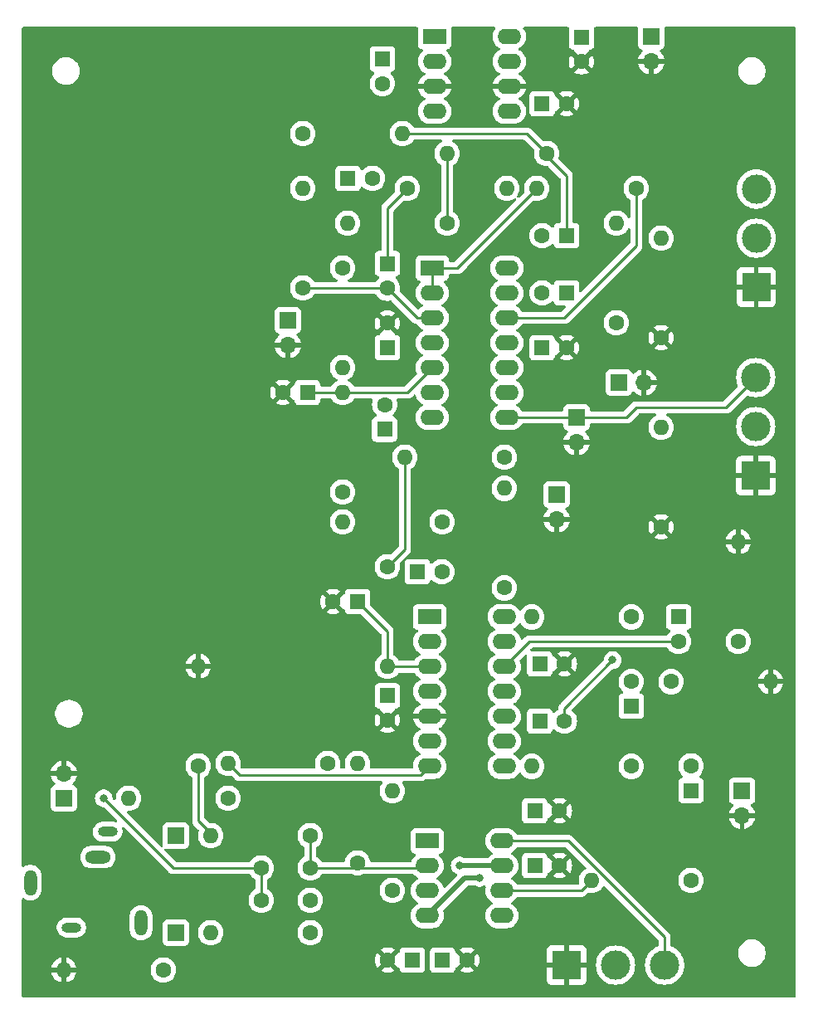
<source format=gbr>
%TF.GenerationSoftware,KiCad,Pcbnew,8.0.4*%
%TF.CreationDate,2025-08-19T11:58:48+03:00*%
%TF.ProjectId,EEG_PCB,4545475f-5043-4422-9e6b-696361645f70,rev?*%
%TF.SameCoordinates,Original*%
%TF.FileFunction,Copper,L2,Bot*%
%TF.FilePolarity,Positive*%
%FSLAX46Y46*%
G04 Gerber Fmt 4.6, Leading zero omitted, Abs format (unit mm)*
G04 Created by KiCad (PCBNEW 8.0.4) date 2025-08-19 11:58:48*
%MOMM*%
%LPD*%
G01*
G04 APERTURE LIST*
%TA.AperFunction,ComponentPad*%
%ADD10R,1.700000X1.700000*%
%TD*%
%TA.AperFunction,ComponentPad*%
%ADD11O,1.700000X1.700000*%
%TD*%
%TA.AperFunction,ComponentPad*%
%ADD12O,1.308000X2.616000*%
%TD*%
%TA.AperFunction,ComponentPad*%
%ADD13O,2.016000X1.008000*%
%TD*%
%TA.AperFunction,ComponentPad*%
%ADD14O,2.616000X1.308000*%
%TD*%
%TA.AperFunction,ComponentPad*%
%ADD15R,1.600000X1.600000*%
%TD*%
%TA.AperFunction,ComponentPad*%
%ADD16C,1.600000*%
%TD*%
%TA.AperFunction,ComponentPad*%
%ADD17O,1.600000X1.600000*%
%TD*%
%TA.AperFunction,ComponentPad*%
%ADD18R,2.400000X1.600000*%
%TD*%
%TA.AperFunction,ComponentPad*%
%ADD19O,2.400000X1.600000*%
%TD*%
%TA.AperFunction,ComponentPad*%
%ADD20R,3.000000X3.000000*%
%TD*%
%TA.AperFunction,ComponentPad*%
%ADD21C,3.000000*%
%TD*%
%TA.AperFunction,ViaPad*%
%ADD22C,0.800000*%
%TD*%
%TA.AperFunction,Conductor*%
%ADD23C,0.250000*%
%TD*%
%TA.AperFunction,Conductor*%
%ADD24C,0.500000*%
%TD*%
G04 APERTURE END LIST*
D10*
%TO.P,J10,1,Pin_1*%
%TO.N,/REF*%
X144780000Y-124206000D03*
D11*
%TO.P,J10,2,Pin_2*%
%TO.N,GND*%
X144780000Y-121666000D03*
%TD*%
D12*
%TO.P,J2,1,SLEEVE*%
%TO.N,/REF*%
X141354000Y-132806000D03*
D13*
%TO.P,J2,2,RING_1*%
%TO.N,unconnected-(J2-RING_1-Pad2)*%
X149254000Y-127606000D03*
D14*
%TO.P,J2,3,RING_2*%
%TO.N,/E-*%
X148254000Y-130206000D03*
D12*
%TO.P,J2,4,TIP_1*%
%TO.N,unconnected-(J2-TIP_1-Pad4)*%
X152654000Y-136906000D03*
D13*
%TO.P,J2,5,TIP_2*%
%TO.N,/E+*%
X145554000Y-137406000D03*
%TD*%
D15*
%TO.P,C2,1*%
%TO.N,-9V*%
X193588000Y-53340000D03*
D16*
%TO.P,C2,2*%
%TO.N,GND*%
X196088000Y-53340000D03*
%TD*%
D17*
%TO.P,R6,2*%
%TO.N,/E-*%
X159766000Y-128016000D03*
D16*
%TO.P,R6,1*%
%TO.N,/RC-*%
X169926000Y-128016000D03*
%TD*%
D15*
%TO.P,C6,1*%
%TO.N,+9V*%
X177800000Y-78232000D03*
D16*
%TO.P,C6,2*%
%TO.N,GND*%
X177800000Y-75732000D03*
%TD*%
D17*
%TO.P,R21,2*%
%TO.N,/Q_Opa_Out2*%
X189992000Y-61976000D03*
D16*
%TO.P,R21,1*%
%TO.N,/Notch_N4*%
X179832000Y-61976000D03*
%TD*%
D15*
%TO.P,C5,1*%
%TO.N,+9V*%
X177800000Y-113729888D03*
D16*
%TO.P,C5,2*%
%TO.N,GND*%
X177800000Y-116229888D03*
%TD*%
D15*
%TO.P,C14,1*%
%TO.N,/Raw_EEG*%
X208788000Y-123404000D03*
D16*
%TO.P,C14,2*%
%TO.N,/1st_HPF_N1*%
X208788000Y-120904000D03*
%TD*%
D18*
%TO.P,U2,1*%
%TO.N,/Q_Opa_Out1*%
X182372000Y-70104000D03*
D19*
%TO.P,U2,2,-*%
X182372000Y-72644000D03*
%TO.P,U2,3,+*%
%TO.N,/Notch_N5*%
X182372000Y-75184000D03*
%TO.P,U2,4,V+*%
%TO.N,+9V*%
X182372000Y-77724000D03*
%TO.P,U2,5,+*%
%TO.N,/LPF2+*%
X182372000Y-80264000D03*
%TO.P,U2,6,-*%
%TO.N,/2ndLPF_Out*%
X182372000Y-82804000D03*
%TO.P,U2,7*%
X182372000Y-85344000D03*
%TO.P,U2,8*%
%TO.N,/Analog_Out*%
X189992000Y-85344000D03*
%TO.P,U2,9,-*%
%TO.N,/Gain-*%
X189992000Y-82804000D03*
%TO.P,U2,10,+*%
%TO.N,/Notch_Out*%
X189992000Y-80264000D03*
%TO.P,U2,11,V-*%
%TO.N,-9V*%
X189992000Y-77724000D03*
%TO.P,U2,12,+*%
%TO.N,/notch_Pot+*%
X189992000Y-75184000D03*
%TO.P,U2,13,-*%
%TO.N,/Q_Opa_Out2*%
X189992000Y-72644000D03*
%TO.P,U2,14*%
X189992000Y-70104000D03*
%TD*%
D16*
%TO.P,R16,1*%
%TO.N,/2nd_LPF_N2*%
X173228000Y-92964000D03*
D17*
%TO.P,R16,2*%
%TO.N,/LPF2+*%
X173228000Y-82804000D03*
%TD*%
D16*
%TO.P,R13,1*%
%TO.N,/HPF_Out*%
X189738000Y-89408000D03*
D17*
%TO.P,R13,2*%
%TO.N,/1st_LPF_N1*%
X179578000Y-89408000D03*
%TD*%
D16*
%TO.P,R8,1*%
%TO.N,/E-*%
X158496000Y-120904000D03*
D17*
%TO.P,R8,2*%
%TO.N,GND*%
X158496000Y-110744000D03*
%TD*%
D16*
%TO.P,R12,1*%
%TO.N,/HPF2+*%
X213614000Y-108204000D03*
D17*
%TO.P,R12,2*%
%TO.N,GND*%
X213614000Y-98044000D03*
%TD*%
D16*
%TO.P,R28,1*%
%TO.N,/Notch_Out*%
X201168000Y-75692000D03*
D17*
%TO.P,R28,2*%
%TO.N,/Q_Opa_Out1*%
X201168000Y-65532000D03*
%TD*%
D16*
%TO.P,R18,1*%
%TO.N,/Notch_N3*%
X194056000Y-58420000D03*
D17*
%TO.P,R18,2*%
%TO.N,/Notch_N1*%
X183896000Y-58420000D03*
%TD*%
D10*
%TO.P,J9,1,Pin_1*%
%TO.N,/E-*%
X156210000Y-128016000D03*
%TD*%
D15*
%TO.P,C16,1*%
%TO.N,/1stHPF_Out*%
X193358888Y-116332000D03*
D16*
%TO.P,C16,2*%
%TO.N,/2nd_HPF_N2*%
X195858888Y-116332000D03*
%TD*%
D10*
%TO.P,J1,1,Pin_1*%
%TO.N,+9V*%
X204724000Y-46477000D03*
D11*
%TO.P,J1,2,Pin_2*%
%TO.N,GND*%
X204724000Y-49017000D03*
%TD*%
D15*
%TO.P,C9,1*%
%TO.N,-9V*%
X193358888Y-110490000D03*
D16*
%TO.P,C9,2*%
%TO.N,GND*%
X195858888Y-110490000D03*
%TD*%
D15*
%TO.P,C1,1*%
%TO.N,+9V*%
X197612000Y-46546888D03*
D16*
%TO.P,C1,2*%
%TO.N,GND*%
X197612000Y-49046888D03*
%TD*%
D20*
%TO.P,RV3,1,1*%
%TO.N,GND*%
X215392000Y-91280000D03*
D21*
%TO.P,RV3,2,2*%
%TO.N,/Gain-*%
X215392000Y-86280000D03*
%TO.P,RV3,3,3*%
%TO.N,/Analog_Out*%
X215392000Y-81280000D03*
%TD*%
D15*
%TO.P,C18,1*%
%TO.N,/1st_LPF_N1*%
X180848000Y-101092000D03*
D16*
%TO.P,C18,2*%
%TO.N,/1stLPF_Out*%
X183348000Y-101092000D03*
%TD*%
D17*
%TO.P,R10,2*%
%TO.N,/2ndHPF_Out*%
X192532000Y-105704000D03*
D16*
%TO.P,R10,1*%
%TO.N,/2nd_HPF_N2*%
X202692000Y-105704000D03*
%TD*%
D10*
%TO.P,J6,1,Pin_1*%
%TO.N,/HPF_Out*%
X195072000Y-93213000D03*
D11*
%TO.P,J6,2,Pin_2*%
%TO.N,GND*%
X195072000Y-95753000D03*
%TD*%
D15*
%TO.P,C7,1*%
%TO.N,+9V*%
X192850888Y-125476000D03*
D16*
%TO.P,C7,2*%
%TO.N,GND*%
X195350888Y-125476000D03*
%TD*%
%TO.P,R11,1*%
%TO.N,/HPF1+*%
X206756000Y-112308000D03*
D17*
%TO.P,R11,2*%
%TO.N,GND*%
X216916000Y-112308000D03*
%TD*%
D10*
%TO.P,J4,1,Pin_1*%
%TO.N,/Notch_Out*%
X201417000Y-81788000D03*
D11*
%TO.P,J4,2,Pin_2*%
%TO.N,GND*%
X203957000Y-81788000D03*
%TD*%
D16*
%TO.P,C11,2*%
%TO.N,GND*%
X177840000Y-140716000D03*
D15*
%TO.P,C11,1*%
%TO.N,-9V*%
X180340000Y-140716000D03*
%TD*%
D16*
%TO.P,R2,1*%
%TO.N,/RC+*%
X178308000Y-133604000D03*
D17*
%TO.P,R2,2*%
%TO.N,/DRL_Av*%
X178308000Y-123444000D03*
%TD*%
D15*
%TO.P,C3,1*%
%TO.N,/C1+*%
X177292000Y-48768000D03*
D16*
%TO.P,C3,2*%
%TO.N,/C1-*%
X177292000Y-51268000D03*
%TD*%
D10*
%TO.P,J8,1,Pin_1*%
%TO.N,/E+*%
X156210000Y-137922000D03*
%TD*%
D16*
%TO.P,C22,2*%
%TO.N,/Q_Opa_Out2*%
X193588000Y-66802000D03*
D15*
%TO.P,C22,1*%
%TO.N,/Notch_N3*%
X196088000Y-66802000D03*
%TD*%
%TO.P,C15,1*%
%TO.N,/1st_HPF_N1*%
X202692000Y-114808000D03*
D16*
%TO.P,C15,2*%
%TO.N,/HPF1+*%
X202692000Y-112308000D03*
%TD*%
%TO.P,R9,1*%
%TO.N,/1st_HPF_N1*%
X202692000Y-120944000D03*
D17*
%TO.P,R9,2*%
%TO.N,/1stHPF_Out*%
X192532000Y-120944000D03*
%TD*%
D15*
%TO.P,C24,1*%
%TO.N,/LPF_Out*%
X173776000Y-60960000D03*
D16*
%TO.P,C24,2*%
%TO.N,/Notch_N4*%
X176276000Y-60960000D03*
%TD*%
D10*
%TO.P,J7,1,Pin_1*%
%TO.N,/Raw_EEG*%
X213995000Y-123444000D03*
D11*
%TO.P,J7,2,Pin_2*%
%TO.N,GND*%
X213995000Y-125984000D03*
%TD*%
D19*
%TO.P,U3,8,V+*%
%TO.N,+9V*%
X190231000Y-46492000D03*
%TO.P,U3,7,OSC*%
%TO.N,unconnected-(U3-OSC-Pad7)*%
X190231000Y-49032000D03*
%TO.P,U3,6,LV*%
%TO.N,GND*%
X190231000Y-51572000D03*
%TO.P,U3,5,VOUT*%
%TO.N,-9V*%
X190231000Y-54112000D03*
%TO.P,U3,4,CAP-*%
%TO.N,/C1-*%
X182611000Y-54112000D03*
%TO.P,U3,3,GND*%
%TO.N,GND*%
X182611000Y-51572000D03*
%TO.P,U3,2,CAP+*%
%TO.N,/C1+*%
X182611000Y-49032000D03*
D18*
%TO.P,U3,1,NC*%
%TO.N,unconnected-(U3-NC-Pad1)*%
X182611000Y-46492000D03*
%TD*%
D16*
%TO.P,R17,1*%
%TO.N,/Notch_N1*%
X183896000Y-65532000D03*
D17*
%TO.P,R17,2*%
%TO.N,/LPF_Out*%
X173736000Y-65532000D03*
%TD*%
D15*
%TO.P,C8,1*%
%TO.N,-9V*%
X183428000Y-140716000D03*
D16*
%TO.P,C8,2*%
%TO.N,GND*%
X185928000Y-140716000D03*
%TD*%
D15*
%TO.P,C4,1*%
%TO.N,+9V*%
X192850888Y-131064000D03*
D16*
%TO.P,C4,2*%
%TO.N,GND*%
X195350888Y-131064000D03*
%TD*%
%TO.P,R23,1*%
%TO.N,GND*%
X205740000Y-77216000D03*
D17*
%TO.P,R23,2*%
%TO.N,/notch_Pot-*%
X205740000Y-67056000D03*
%TD*%
D15*
%TO.P,C20,1*%
%TO.N,/LPF1+*%
X174752000Y-104140000D03*
D16*
%TO.P,C20,2*%
%TO.N,GND*%
X172252000Y-104140000D03*
%TD*%
D15*
%TO.P,C21,1*%
%TO.N,/LPF2+*%
X169632000Y-82804000D03*
D16*
%TO.P,C21,2*%
%TO.N,GND*%
X167132000Y-82804000D03*
%TD*%
%TO.P,R26,1*%
%TO.N,/2ndHPF_Out*%
X189738000Y-102743000D03*
D17*
%TO.P,R26,2*%
%TO.N,/HPF_Out*%
X189738000Y-92583000D03*
%TD*%
D18*
%TO.P,U1,1,Rg*%
%TO.N,Net-(RV1-Pad2)*%
X181864000Y-128564000D03*
D19*
%TO.P,U1,2,-*%
%TO.N,/RC-*%
X181864000Y-131104000D03*
%TO.P,U1,3,+*%
%TO.N,/RC+*%
X181864000Y-133644000D03*
%TO.P,U1,4,Vs-*%
%TO.N,-9V*%
X181864000Y-136184000D03*
%TO.P,U1,5,Ref*%
%TO.N,/Inst_GND*%
X189484000Y-136184000D03*
%TO.P,U1,6*%
%TO.N,/Inst_Out*%
X189484000Y-133644000D03*
%TO.P,U1,7,Vs+*%
%TO.N,+9V*%
X189484000Y-131104000D03*
%TO.P,U1,8,Rg*%
%TO.N,Net-(RV1-Pad3)*%
X189484000Y-128564000D03*
%TD*%
D16*
%TO.P,R19,1*%
%TO.N,/Notch_N2*%
X169164000Y-56388000D03*
D17*
%TO.P,R19,2*%
%TO.N,/Notch_N3*%
X179324000Y-56388000D03*
%TD*%
D16*
%TO.P,C13,1*%
%TO.N,/RC-*%
X169926000Y-131318000D03*
%TO.P,C13,2*%
%TO.N,/REF*%
X164926000Y-131318000D03*
%TD*%
%TO.P,C12,1*%
%TO.N,/RC+*%
X169926000Y-134620000D03*
%TO.P,C12,2*%
%TO.N,/REF*%
X164926000Y-134620000D03*
%TD*%
%TO.P,R22,1*%
%TO.N,/notch_Pot+*%
X203200000Y-61976000D03*
D17*
%TO.P,R22,2*%
%TO.N,/Q_Opa_Out1*%
X193040000Y-61976000D03*
%TD*%
D16*
%TO.P,R15,1*%
%TO.N,/1stLPF_Out*%
X183388000Y-96012000D03*
D17*
%TO.P,R15,2*%
%TO.N,/2nd_LPF_N2*%
X173228000Y-96012000D03*
%TD*%
D10*
%TO.P,J5,1,Pin_1*%
%TO.N,/LPF_Out*%
X167640000Y-75433000D03*
D11*
%TO.P,J5,2,Pin_2*%
%TO.N,GND*%
X167640000Y-77973000D03*
%TD*%
D15*
%TO.P,C25,1*%
%TO.N,/Notch_N4*%
X177800000Y-69660888D03*
D16*
%TO.P,C25,2*%
%TO.N,/Notch_N5*%
X177800000Y-72160888D03*
%TD*%
D17*
%TO.P,R1,2*%
%TO.N,/E+*%
X159766000Y-137922000D03*
D16*
%TO.P,R1,1*%
%TO.N,/RC+*%
X169926000Y-137922000D03*
%TD*%
%TO.P,R14,1*%
%TO.N,/1st_LPF_N1*%
X177800000Y-100584000D03*
D17*
%TO.P,R14,2*%
%TO.N,/LPF1+*%
X177800000Y-110744000D03*
%TD*%
D15*
%TO.P,C10,1*%
%TO.N,-9V*%
X193588000Y-78232000D03*
D16*
%TO.P,C10,2*%
%TO.N,GND*%
X196088000Y-78232000D03*
%TD*%
D15*
%TO.P,C19,1*%
%TO.N,/2nd_LPF_N2*%
X177521112Y-86549113D03*
D16*
%TO.P,C19,2*%
%TO.N,/2ndLPF_Out*%
X177521112Y-84049113D03*
%TD*%
D17*
%TO.P,R4,2*%
%TO.N,/REF*%
X151384000Y-124206000D03*
D16*
%TO.P,R4,1*%
%TO.N,/DRL_Out*%
X161544000Y-124206000D03*
%TD*%
D10*
%TO.P,J3,1,Pin_1*%
%TO.N,/Analog_Out*%
X197104000Y-85344000D03*
D11*
%TO.P,J3,2,Pin_2*%
%TO.N,GND*%
X197104000Y-87884000D03*
%TD*%
D16*
%TO.P,R27,1*%
%TO.N,/LPF_Out*%
X173228000Y-70104000D03*
D17*
%TO.P,R27,2*%
%TO.N,/2ndLPF_Out*%
X173228000Y-80264000D03*
%TD*%
D15*
%TO.P,C23,1*%
%TO.N,/Notch_N3*%
X196088000Y-72644000D03*
D16*
%TO.P,C23,2*%
%TO.N,/Q_Opa_Out2*%
X193588000Y-72644000D03*
%TD*%
%TO.P,R25,1*%
%TO.N,/Raw_EEG*%
X208788000Y-132588000D03*
D17*
%TO.P,R25,2*%
%TO.N,/Inst_Out*%
X198628000Y-132588000D03*
%TD*%
D16*
%TO.P,R20,1*%
%TO.N,/Notch_N5*%
X169164000Y-72136000D03*
D17*
%TO.P,R20,2*%
%TO.N,/Notch_N2*%
X169164000Y-61976000D03*
%TD*%
D16*
%TO.P,R3,1*%
%TO.N,/DRL_Av*%
X171704000Y-120650000D03*
D17*
%TO.P,R3,2*%
%TO.N,/DRL_Out*%
X161544000Y-120650000D03*
%TD*%
%TO.P,R5,2*%
%TO.N,GND*%
X144780000Y-141732000D03*
D16*
%TO.P,R5,1*%
%TO.N,/E+*%
X154940000Y-141732000D03*
%TD*%
D15*
%TO.P,C17,1*%
%TO.N,/2nd_HPF_N2*%
X207518000Y-105704000D03*
D16*
%TO.P,C17,2*%
%TO.N,/HPF2+*%
X207518000Y-108204000D03*
%TD*%
D20*
%TO.P,RV2,1,1*%
%TO.N,GND*%
X215438000Y-72056000D03*
D21*
%TO.P,RV2,2,2*%
%TO.N,/notch_Pot-*%
X215438000Y-67056000D03*
%TO.P,RV2,3,3*%
%TO.N,/notch_Pot+*%
X215438000Y-62056000D03*
%TD*%
D16*
%TO.P,R24,1*%
%TO.N,GND*%
X205740000Y-96520000D03*
D17*
%TO.P,R24,2*%
%TO.N,/Gain-*%
X205740000Y-86360000D03*
%TD*%
D16*
%TO.P,R7,1*%
%TO.N,/RC-*%
X174752000Y-130810000D03*
D17*
%TO.P,R7,2*%
%TO.N,/DRL_Av*%
X174752000Y-120650000D03*
%TD*%
D19*
%TO.P,U4,14*%
%TO.N,/2ndHPF_Out*%
X189723000Y-105699000D03*
%TO.P,U4,13,-*%
X189723000Y-108239000D03*
%TO.P,U4,12,+*%
%TO.N,/HPF2+*%
X189723000Y-110779000D03*
%TO.P,U4,11,V-*%
%TO.N,-9V*%
X189723000Y-113319000D03*
%TO.P,U4,10,+*%
%TO.N,/HPF1+*%
X189723000Y-115859000D03*
%TO.P,U4,9,-*%
%TO.N,/1stHPF_Out*%
X189723000Y-118399000D03*
%TO.P,U4,8*%
X189723000Y-120939000D03*
%TO.P,U4,7*%
%TO.N,/DRL_Out*%
X182103000Y-120939000D03*
%TO.P,U4,6,-*%
%TO.N,/DRL_Av*%
X182103000Y-118399000D03*
%TO.P,U4,5,+*%
%TO.N,GND*%
X182103000Y-115859000D03*
%TO.P,U4,4,V+*%
%TO.N,+9V*%
X182103000Y-113319000D03*
%TO.P,U4,3,+*%
%TO.N,/LPF1+*%
X182103000Y-110779000D03*
%TO.P,U4,2,-*%
%TO.N,/1stLPF_Out*%
X182103000Y-108239000D03*
D18*
%TO.P,U4,1*%
X182103000Y-105699000D03*
%TD*%
D21*
%TO.P,RV1,3,3*%
%TO.N,Net-(RV1-Pad3)*%
X206088000Y-141224000D03*
%TO.P,RV1,2,2*%
%TO.N,Net-(RV1-Pad2)*%
X201088000Y-141224000D03*
D20*
%TO.P,RV1,1,1*%
%TO.N,GND*%
X196088000Y-141224000D03*
%TD*%
D22*
%TO.N,GND*%
X198120000Y-125730000D03*
X196850000Y-132080000D03*
X196850000Y-138430000D03*
X195580000Y-138430000D03*
X187960000Y-142240000D03*
X175260000Y-140970000D03*
X142240000Y-140970000D03*
X142240000Y-142240000D03*
X144780000Y-119380000D03*
X163830000Y-82550000D03*
X185420000Y-50800000D03*
X187960000Y-50800000D03*
X187960000Y-52070000D03*
X198120000Y-53340000D03*
X198120000Y-50800000D03*
X205740000Y-52070000D03*
X204470000Y-52070000D03*
X198120000Y-77470000D03*
X207010000Y-80010000D03*
X212090000Y-72390000D03*
X212090000Y-91440000D03*
X209550000Y-97790000D03*
X200660000Y-96520000D03*
X170180000Y-104140000D03*
X158750000Y-107950000D03*
X201676000Y-86868000D03*
X198120000Y-110490000D03*
X177800000Y-118618000D03*
X175260000Y-75184000D03*
X184668000Y-51572000D03*
%TO.N,/2nd_HPF_N2*%
X200787000Y-110109000D03*
%TO.N,/REF*%
X148844000Y-124206000D03*
%TO.N,+9V*%
X185166000Y-131064000D03*
%TO.N,-9V*%
X187198000Y-132334000D03*
%TD*%
D23*
%TO.N,/Notch_N3*%
X196088000Y-66802000D02*
X196088000Y-60706000D01*
%TO.N,/LPF1+*%
X182103000Y-110779000D02*
X177835000Y-110779000D01*
X177835000Y-110779000D02*
X177800000Y-110744000D01*
%TO.N,/LPF2+*%
X173228000Y-82804000D02*
X169632000Y-82804000D01*
%TO.N,/Notch_N5*%
X177800000Y-72160888D02*
X177824888Y-72160888D01*
X177824888Y-72160888D02*
X180848000Y-75184000D01*
X180848000Y-75184000D02*
X182372000Y-75184000D01*
X169164000Y-72136000D02*
X177775112Y-72136000D01*
X177775112Y-72136000D02*
X177800000Y-72160888D01*
%TO.N,/Q_Opa_Out1*%
X182372000Y-72644000D02*
X182372000Y-70104000D01*
%TO.N,/Analog_Out*%
X203200000Y-84328000D02*
X212344000Y-84328000D01*
X212344000Y-84328000D02*
X215392000Y-81280000D01*
X197104000Y-85344000D02*
X202184000Y-85344000D01*
X202184000Y-85344000D02*
X203200000Y-84328000D01*
X214376000Y-82296000D02*
X215392000Y-81280000D01*
X189992000Y-85344000D02*
X197104000Y-85344000D01*
%TO.N,/notch_Pot+*%
X189992000Y-75184000D02*
X195834000Y-75184000D01*
X195834000Y-75184000D02*
X203200000Y-67818000D01*
X203200000Y-67818000D02*
X203200000Y-61976000D01*
%TO.N,/Notch_N3*%
X194056000Y-58420000D02*
X194056000Y-58674000D01*
X194056000Y-58674000D02*
X196088000Y-60706000D01*
%TO.N,/Q_Opa_Out1*%
X182372000Y-70104000D02*
X184912000Y-70104000D01*
X184912000Y-70104000D02*
X193040000Y-61976000D01*
%TO.N,/Notch_N1*%
X183896000Y-58420000D02*
X183896000Y-65532000D01*
%TO.N,/Notch_N3*%
X179324000Y-56388000D02*
X192024000Y-56388000D01*
X192024000Y-56388000D02*
X194056000Y-58420000D01*
%TO.N,/Notch_N4*%
X177800000Y-69406888D02*
X177800000Y-64008000D01*
X177800000Y-64008000D02*
X179832000Y-61976000D01*
%TO.N,/LPF2+*%
X173228000Y-82804000D02*
X179832000Y-82804000D01*
X179832000Y-82804000D02*
X182372000Y-80264000D01*
%TO.N,/LPF1+*%
X177800000Y-110744000D02*
X177800000Y-107188000D01*
X177800000Y-107188000D02*
X174752000Y-104140000D01*
%TO.N,/1st_LPF_N1*%
X179578000Y-89408000D02*
X179578000Y-98806000D01*
X179578000Y-98806000D02*
X177800000Y-100584000D01*
%TO.N,/2nd_HPF_N2*%
X200787000Y-110109000D02*
X195858888Y-115037112D01*
X195858888Y-115037112D02*
X195858888Y-116332000D01*
%TO.N,/HPF2+*%
X189723000Y-110779000D02*
X192298000Y-108204000D01*
X192298000Y-108204000D02*
X207518000Y-108204000D01*
%TO.N,Net-(RV1-Pad3)*%
X189484000Y-128564000D02*
X196265701Y-128564000D01*
X196265701Y-128564000D02*
X206088000Y-138386299D01*
X206088000Y-138386299D02*
X206088000Y-141224000D01*
%TO.N,/Inst_Out*%
X189484000Y-133644000D02*
X197572000Y-133644000D01*
X197572000Y-133644000D02*
X198628000Y-132588000D01*
%TO.N,/E-*%
X159766000Y-128016000D02*
X159766000Y-127762000D01*
X158496000Y-126492000D02*
X158496000Y-120904000D01*
X159766000Y-127762000D02*
X158496000Y-126492000D01*
%TO.N,/DRL_Out*%
X182103000Y-120939000D02*
X181217000Y-121825000D01*
X181217000Y-121825000D02*
X162719000Y-121825000D01*
X162719000Y-121825000D02*
X161544000Y-120650000D01*
%TO.N,/RC-*%
X174752000Y-130810000D02*
X174244000Y-131318000D01*
X169926000Y-131318000D02*
X174244000Y-131318000D01*
X174244000Y-131318000D02*
X181650000Y-131318000D01*
X181650000Y-131318000D02*
X181864000Y-131104000D01*
X169926000Y-131318000D02*
X169926000Y-128016000D01*
%TO.N,/REF*%
X164926000Y-131318000D02*
X164926000Y-134620000D01*
X155956000Y-131318000D02*
X164926000Y-131318000D01*
X148844000Y-124206000D02*
X155956000Y-131318000D01*
D24*
%TO.N,+9V*%
X185166000Y-131064000D02*
X189444000Y-131064000D01*
X189444000Y-131064000D02*
X189484000Y-131104000D01*
%TO.N,-9V*%
X187198000Y-132334000D02*
X185714000Y-132334000D01*
X185714000Y-132334000D02*
X181864000Y-136184000D01*
%TD*%
%TA.AperFunction,Conductor*%
%TO.N,GND*%
G36*
X196022288Y-129209185D02*
G01*
X196042930Y-129225819D01*
X198054145Y-131237035D01*
X198087630Y-131298358D01*
X198082646Y-131368050D01*
X198040774Y-131423983D01*
X198018871Y-131437097D01*
X197975269Y-131457429D01*
X197975268Y-131457430D01*
X197788858Y-131587954D01*
X197627954Y-131748858D01*
X197497432Y-131935265D01*
X197497431Y-131935267D01*
X197401261Y-132141502D01*
X197401258Y-132141511D01*
X197342366Y-132361302D01*
X197342364Y-132361313D01*
X197322532Y-132587998D01*
X197322532Y-132588000D01*
X197342364Y-132814686D01*
X197342365Y-132814691D01*
X197342365Y-132814694D01*
X197355150Y-132862407D01*
X197353487Y-132932257D01*
X197314324Y-132990119D01*
X197250096Y-133017623D01*
X197235375Y-133018500D01*
X191100115Y-133018500D01*
X191033076Y-132998815D01*
X191000393Y-132965428D01*
X190999151Y-132966331D01*
X190875971Y-132796786D01*
X190731213Y-132652028D01*
X190565614Y-132531715D01*
X190559006Y-132528348D01*
X190472917Y-132484483D01*
X190422123Y-132436511D01*
X190405328Y-132368690D01*
X190427865Y-132302555D01*
X190472917Y-132263516D01*
X190565610Y-132216287D01*
X190586770Y-132200913D01*
X190731213Y-132095971D01*
X190731215Y-132095968D01*
X190731219Y-132095966D01*
X190875966Y-131951219D01*
X190875968Y-131951215D01*
X190875971Y-131951213D01*
X190933295Y-131872312D01*
X190996287Y-131785610D01*
X191089220Y-131603219D01*
X191152477Y-131408534D01*
X191184500Y-131206352D01*
X191184500Y-131001648D01*
X191169922Y-130909606D01*
X191152477Y-130799465D01*
X191123127Y-130709137D01*
X191089220Y-130604781D01*
X191089218Y-130604778D01*
X191089218Y-130604776D01*
X191025060Y-130478861D01*
X190996287Y-130422390D01*
X190988384Y-130411513D01*
X190875971Y-130256786D01*
X190835320Y-130216135D01*
X191550388Y-130216135D01*
X191550388Y-131911870D01*
X191550389Y-131911876D01*
X191556796Y-131971483D01*
X191607090Y-132106328D01*
X191607094Y-132106335D01*
X191693340Y-132221544D01*
X191693343Y-132221547D01*
X191808552Y-132307793D01*
X191808559Y-132307797D01*
X191943405Y-132358091D01*
X191943404Y-132358091D01*
X191950332Y-132358835D01*
X192003015Y-132364500D01*
X193698760Y-132364499D01*
X193758371Y-132358091D01*
X193893219Y-132307796D01*
X194008434Y-132221546D01*
X194094684Y-132106331D01*
X194144979Y-131971483D01*
X194151388Y-131911873D01*
X194151387Y-131911845D01*
X194151566Y-131908547D01*
X194153071Y-131908627D01*
X194171000Y-131847326D01*
X194223756Y-131801514D01*
X194267353Y-131793981D01*
X194950888Y-131110446D01*
X194950888Y-131116661D01*
X194978147Y-131218394D01*
X195030808Y-131309606D01*
X195105282Y-131384080D01*
X195196494Y-131436741D01*
X195298227Y-131464000D01*
X195304441Y-131464000D01*
X194625414Y-132143025D01*
X194698401Y-132194132D01*
X194698409Y-132194136D01*
X194904556Y-132290264D01*
X194904570Y-132290269D01*
X195124277Y-132349139D01*
X195124288Y-132349141D01*
X195350886Y-132368966D01*
X195350890Y-132368966D01*
X195577487Y-132349141D01*
X195577498Y-132349139D01*
X195797205Y-132290269D01*
X195797219Y-132290264D01*
X196003366Y-132194136D01*
X196076359Y-132143024D01*
X195397335Y-131464000D01*
X195403549Y-131464000D01*
X195505282Y-131436741D01*
X195596494Y-131384080D01*
X195670968Y-131309606D01*
X195723629Y-131218394D01*
X195750888Y-131116661D01*
X195750888Y-131110447D01*
X196429912Y-131789471D01*
X196481024Y-131716478D01*
X196577152Y-131510331D01*
X196577157Y-131510317D01*
X196636027Y-131290610D01*
X196636029Y-131290599D01*
X196655854Y-131064002D01*
X196655854Y-131063997D01*
X196636029Y-130837400D01*
X196636027Y-130837389D01*
X196577157Y-130617682D01*
X196577152Y-130617668D01*
X196481024Y-130411521D01*
X196481020Y-130411513D01*
X196429913Y-130338526D01*
X195750888Y-131017551D01*
X195750888Y-131011339D01*
X195723629Y-130909606D01*
X195670968Y-130818394D01*
X195596494Y-130743920D01*
X195505282Y-130691259D01*
X195403549Y-130664000D01*
X195397336Y-130664000D01*
X196076360Y-129984974D01*
X196003366Y-129933863D01*
X195797219Y-129837735D01*
X195797205Y-129837730D01*
X195577498Y-129778860D01*
X195577487Y-129778858D01*
X195350890Y-129759034D01*
X195350886Y-129759034D01*
X195124288Y-129778858D01*
X195124277Y-129778860D01*
X194904570Y-129837730D01*
X194904561Y-129837734D01*
X194698404Y-129933866D01*
X194698400Y-129933868D01*
X194625414Y-129984973D01*
X194625414Y-129984974D01*
X195304441Y-130664000D01*
X195298227Y-130664000D01*
X195196494Y-130691259D01*
X195105282Y-130743920D01*
X195030808Y-130818394D01*
X194978147Y-130909606D01*
X194950888Y-131011339D01*
X194950888Y-131017552D01*
X194266687Y-130333351D01*
X194217693Y-130323505D01*
X194167510Y-130274889D01*
X194152869Y-130219366D01*
X194151788Y-130219423D01*
X194151742Y-130219429D01*
X194151741Y-130219426D01*
X194151564Y-130219436D01*
X194151387Y-130216135D01*
X194151387Y-130216128D01*
X194145060Y-130157266D01*
X194144979Y-130156516D01*
X194094685Y-130021671D01*
X194094681Y-130021664D01*
X194008435Y-129906455D01*
X194008432Y-129906452D01*
X193893223Y-129820206D01*
X193893216Y-129820202D01*
X193758370Y-129769908D01*
X193758371Y-129769908D01*
X193698771Y-129763501D01*
X193698769Y-129763500D01*
X193698761Y-129763500D01*
X193698752Y-129763500D01*
X192003017Y-129763500D01*
X192003011Y-129763501D01*
X191943404Y-129769908D01*
X191808559Y-129820202D01*
X191808552Y-129820206D01*
X191693343Y-129906452D01*
X191693340Y-129906455D01*
X191607094Y-130021664D01*
X191607090Y-130021671D01*
X191556796Y-130156517D01*
X191550389Y-130216116D01*
X191550389Y-130216123D01*
X191550388Y-130216135D01*
X190835320Y-130216135D01*
X190731213Y-130112028D01*
X190565614Y-129991715D01*
X190552382Y-129984973D01*
X190472917Y-129944483D01*
X190422123Y-129896511D01*
X190405328Y-129828690D01*
X190427865Y-129762555D01*
X190472917Y-129723516D01*
X190565610Y-129676287D01*
X190586770Y-129660913D01*
X190731213Y-129555971D01*
X190731215Y-129555968D01*
X190731219Y-129555966D01*
X190875966Y-129411219D01*
X190875968Y-129411215D01*
X190875971Y-129411213D01*
X190999151Y-129241669D01*
X191000823Y-129242884D01*
X191046208Y-129201831D01*
X191100115Y-129189500D01*
X195955249Y-129189500D01*
X196022288Y-129209185D01*
G37*
%TD.AperFunction*%
%TA.AperFunction,Conductor*%
G36*
X180854935Y-45520185D02*
G01*
X180900690Y-45572989D01*
X180911185Y-45637756D01*
X180910500Y-45644118D01*
X180910500Y-47339870D01*
X180910501Y-47339876D01*
X180916908Y-47399483D01*
X180967202Y-47534328D01*
X180967206Y-47534335D01*
X181053452Y-47649544D01*
X181053455Y-47649547D01*
X181168664Y-47735793D01*
X181168671Y-47735797D01*
X181213618Y-47752561D01*
X181303517Y-47786091D01*
X181340441Y-47790060D01*
X181404989Y-47816796D01*
X181444838Y-47874188D01*
X181447333Y-47944013D01*
X181411681Y-48004102D01*
X181400071Y-48013666D01*
X181363784Y-48040030D01*
X181219028Y-48184786D01*
X181098715Y-48350386D01*
X181005781Y-48532776D01*
X180942522Y-48727465D01*
X180910500Y-48929648D01*
X180910500Y-49134351D01*
X180942522Y-49336534D01*
X181005781Y-49531223D01*
X181069691Y-49656653D01*
X181091455Y-49699366D01*
X181098715Y-49713613D01*
X181219028Y-49879213D01*
X181363786Y-50023971D01*
X181482503Y-50110222D01*
X181529390Y-50144287D01*
X181593632Y-50177020D01*
X181622629Y-50191795D01*
X181673425Y-50239770D01*
X181690220Y-50307591D01*
X181667682Y-50373726D01*
X181622629Y-50412765D01*
X181529650Y-50460140D01*
X181364105Y-50580417D01*
X181364104Y-50580417D01*
X181219417Y-50725104D01*
X181219417Y-50725105D01*
X181099140Y-50890650D01*
X181006244Y-51072970D01*
X180943009Y-51267586D01*
X180934391Y-51322000D01*
X182295314Y-51322000D01*
X182290920Y-51326394D01*
X182238259Y-51417606D01*
X182211000Y-51519339D01*
X182211000Y-51624661D01*
X182238259Y-51726394D01*
X182290920Y-51817606D01*
X182295314Y-51822000D01*
X180934391Y-51822000D01*
X180943009Y-51876413D01*
X181006244Y-52071029D01*
X181099140Y-52253349D01*
X181219417Y-52418894D01*
X181219417Y-52418895D01*
X181364104Y-52563582D01*
X181529652Y-52683861D01*
X181622628Y-52731234D01*
X181673425Y-52779208D01*
X181690220Y-52847029D01*
X181667683Y-52913164D01*
X181622630Y-52952203D01*
X181529388Y-52999713D01*
X181363786Y-53120028D01*
X181219028Y-53264786D01*
X181098715Y-53430386D01*
X181005781Y-53612776D01*
X180942522Y-53807465D01*
X180910500Y-54009648D01*
X180910500Y-54214351D01*
X180942522Y-54416534D01*
X181005781Y-54611223D01*
X181098715Y-54793613D01*
X181219028Y-54959213D01*
X181363786Y-55103971D01*
X181442641Y-55161261D01*
X181529390Y-55224287D01*
X181594439Y-55257431D01*
X181711776Y-55317218D01*
X181711778Y-55317218D01*
X181711781Y-55317220D01*
X181816137Y-55351127D01*
X181906465Y-55380477D01*
X181953673Y-55387954D01*
X182108648Y-55412500D01*
X182108649Y-55412500D01*
X183113351Y-55412500D01*
X183113352Y-55412500D01*
X183315534Y-55380477D01*
X183510219Y-55317220D01*
X183692610Y-55224287D01*
X183785590Y-55156732D01*
X183858213Y-55103971D01*
X183858215Y-55103968D01*
X183858219Y-55103966D01*
X184002966Y-54959219D01*
X184002968Y-54959215D01*
X184002971Y-54959213D01*
X184055732Y-54886590D01*
X184123287Y-54793610D01*
X184216220Y-54611219D01*
X184279477Y-54416534D01*
X184311500Y-54214352D01*
X184311500Y-54009648D01*
X184279477Y-53807465D01*
X184216218Y-53612776D01*
X184182503Y-53546607D01*
X184123287Y-53430390D01*
X184095876Y-53392661D01*
X184002971Y-53264786D01*
X183858213Y-53120028D01*
X183692611Y-52999713D01*
X183599369Y-52952203D01*
X183548574Y-52904229D01*
X183531779Y-52836407D01*
X183554317Y-52770273D01*
X183599371Y-52731234D01*
X183692347Y-52683861D01*
X183857894Y-52563582D01*
X183857895Y-52563582D01*
X184002582Y-52418895D01*
X184002582Y-52418894D01*
X184122859Y-52253349D01*
X184215755Y-52071029D01*
X184278990Y-51876413D01*
X184287609Y-51822000D01*
X182926686Y-51822000D01*
X182931080Y-51817606D01*
X182983741Y-51726394D01*
X183011000Y-51624661D01*
X183011000Y-51519339D01*
X182983741Y-51417606D01*
X182931080Y-51326394D01*
X182926686Y-51322000D01*
X184287609Y-51322000D01*
X184278990Y-51267586D01*
X184215755Y-51072970D01*
X184122859Y-50890650D01*
X184002582Y-50725105D01*
X184002582Y-50725104D01*
X183857895Y-50580417D01*
X183692349Y-50460140D01*
X183599370Y-50412765D01*
X183548574Y-50364790D01*
X183531779Y-50296969D01*
X183554316Y-50230835D01*
X183599370Y-50191795D01*
X183692610Y-50144287D01*
X183796923Y-50068500D01*
X183858213Y-50023971D01*
X183858215Y-50023968D01*
X183858219Y-50023966D01*
X184002966Y-49879219D01*
X184002968Y-49879215D01*
X184002971Y-49879213D01*
X184080603Y-49772360D01*
X184123287Y-49713610D01*
X184216220Y-49531219D01*
X184279477Y-49336534D01*
X184311500Y-49134352D01*
X184311500Y-48929648D01*
X184291312Y-48802185D01*
X184279477Y-48727465D01*
X184216218Y-48532776D01*
X184182503Y-48466607D01*
X184123287Y-48350390D01*
X184102235Y-48321414D01*
X184002971Y-48184786D01*
X183858219Y-48040034D01*
X183821930Y-48013669D01*
X183779264Y-47958339D01*
X183773285Y-47888726D01*
X183805890Y-47826931D01*
X183866728Y-47792573D01*
X183881562Y-47790060D01*
X183918483Y-47786091D01*
X184053328Y-47735797D01*
X184053327Y-47735797D01*
X184053331Y-47735796D01*
X184168546Y-47649546D01*
X184254796Y-47534331D01*
X184305091Y-47399483D01*
X184311500Y-47339873D01*
X184311499Y-45644128D01*
X184311286Y-45642147D01*
X184310814Y-45637751D01*
X184323222Y-45568992D01*
X184370834Y-45517856D01*
X184434104Y-45500500D01*
X188700496Y-45500500D01*
X188767535Y-45520185D01*
X188813290Y-45572989D01*
X188823234Y-45642147D01*
X188800815Y-45697385D01*
X188718712Y-45810390D01*
X188625781Y-45992776D01*
X188562522Y-46187465D01*
X188530500Y-46389648D01*
X188530500Y-46594351D01*
X188562522Y-46796534D01*
X188625781Y-46991223D01*
X188718715Y-47173613D01*
X188839028Y-47339213D01*
X188983786Y-47483971D01*
X189128656Y-47589223D01*
X189149390Y-47604287D01*
X189238212Y-47649544D01*
X189242080Y-47651515D01*
X189292876Y-47699490D01*
X189309671Y-47767311D01*
X189287134Y-47833446D01*
X189242080Y-47872485D01*
X189149386Y-47919715D01*
X188983786Y-48040028D01*
X188839028Y-48184786D01*
X188718715Y-48350386D01*
X188625781Y-48532776D01*
X188562522Y-48727465D01*
X188530500Y-48929648D01*
X188530500Y-49134351D01*
X188562522Y-49336534D01*
X188625781Y-49531223D01*
X188689691Y-49656653D01*
X188711455Y-49699366D01*
X188718715Y-49713613D01*
X188839028Y-49879213D01*
X188983786Y-50023971D01*
X189102503Y-50110222D01*
X189149390Y-50144287D01*
X189213632Y-50177020D01*
X189242629Y-50191795D01*
X189293425Y-50239770D01*
X189310220Y-50307591D01*
X189287682Y-50373726D01*
X189242629Y-50412765D01*
X189149650Y-50460140D01*
X188984105Y-50580417D01*
X188984104Y-50580417D01*
X188839417Y-50725104D01*
X188839417Y-50725105D01*
X188719140Y-50890650D01*
X188626244Y-51072970D01*
X188563009Y-51267586D01*
X188554391Y-51322000D01*
X189915314Y-51322000D01*
X189910920Y-51326394D01*
X189858259Y-51417606D01*
X189831000Y-51519339D01*
X189831000Y-51624661D01*
X189858259Y-51726394D01*
X189910920Y-51817606D01*
X189915314Y-51822000D01*
X188554391Y-51822000D01*
X188563009Y-51876413D01*
X188626244Y-52071029D01*
X188719140Y-52253349D01*
X188839417Y-52418894D01*
X188839417Y-52418895D01*
X188984104Y-52563582D01*
X189149652Y-52683861D01*
X189242628Y-52731234D01*
X189293425Y-52779208D01*
X189310220Y-52847029D01*
X189287683Y-52913164D01*
X189242630Y-52952203D01*
X189149388Y-52999713D01*
X188983786Y-53120028D01*
X188839028Y-53264786D01*
X188718715Y-53430386D01*
X188625781Y-53612776D01*
X188562522Y-53807465D01*
X188530500Y-54009648D01*
X188530500Y-54214351D01*
X188562522Y-54416534D01*
X188625781Y-54611223D01*
X188718715Y-54793613D01*
X188839028Y-54959213D01*
X188983786Y-55103971D01*
X189062641Y-55161261D01*
X189149390Y-55224287D01*
X189214439Y-55257431D01*
X189331776Y-55317218D01*
X189331778Y-55317218D01*
X189331781Y-55317220D01*
X189436137Y-55351127D01*
X189526465Y-55380477D01*
X189573673Y-55387954D01*
X189728648Y-55412500D01*
X189728649Y-55412500D01*
X190733351Y-55412500D01*
X190733352Y-55412500D01*
X190935534Y-55380477D01*
X191130219Y-55317220D01*
X191312610Y-55224287D01*
X191405590Y-55156732D01*
X191478213Y-55103971D01*
X191478215Y-55103968D01*
X191478219Y-55103966D01*
X191622966Y-54959219D01*
X191622968Y-54959215D01*
X191622971Y-54959213D01*
X191675732Y-54886590D01*
X191743287Y-54793610D01*
X191836220Y-54611219D01*
X191899477Y-54416534D01*
X191931500Y-54214352D01*
X191931500Y-54009648D01*
X191899477Y-53807465D01*
X191836218Y-53612776D01*
X191802503Y-53546607D01*
X191743287Y-53430390D01*
X191715876Y-53392661D01*
X191622971Y-53264786D01*
X191478213Y-53120028D01*
X191312611Y-52999713D01*
X191219369Y-52952203D01*
X191168574Y-52904229D01*
X191151779Y-52836407D01*
X191174317Y-52770273D01*
X191219371Y-52731234D01*
X191312347Y-52683861D01*
X191477894Y-52563582D01*
X191477895Y-52563582D01*
X191549342Y-52492135D01*
X192287500Y-52492135D01*
X192287500Y-54187870D01*
X192287501Y-54187876D01*
X192293908Y-54247483D01*
X192344202Y-54382328D01*
X192344206Y-54382335D01*
X192430452Y-54497544D01*
X192430455Y-54497547D01*
X192545664Y-54583793D01*
X192545671Y-54583797D01*
X192680517Y-54634091D01*
X192680516Y-54634091D01*
X192687444Y-54634835D01*
X192740127Y-54640500D01*
X194435872Y-54640499D01*
X194495483Y-54634091D01*
X194630331Y-54583796D01*
X194745546Y-54497546D01*
X194831796Y-54382331D01*
X194882091Y-54247483D01*
X194888500Y-54187873D01*
X194888499Y-54187845D01*
X194888678Y-54184547D01*
X194890183Y-54184627D01*
X194908112Y-54123326D01*
X194960868Y-54077514D01*
X195004465Y-54069981D01*
X195688000Y-53386446D01*
X195688000Y-53392661D01*
X195715259Y-53494394D01*
X195767920Y-53585606D01*
X195842394Y-53660080D01*
X195933606Y-53712741D01*
X196035339Y-53740000D01*
X196041553Y-53740000D01*
X195362526Y-54419025D01*
X195435513Y-54470132D01*
X195435521Y-54470136D01*
X195641668Y-54566264D01*
X195641682Y-54566269D01*
X195861389Y-54625139D01*
X195861400Y-54625141D01*
X196087998Y-54644966D01*
X196088002Y-54644966D01*
X196314599Y-54625141D01*
X196314610Y-54625139D01*
X196534317Y-54566269D01*
X196534331Y-54566264D01*
X196740478Y-54470136D01*
X196813471Y-54419024D01*
X196134447Y-53740000D01*
X196140661Y-53740000D01*
X196242394Y-53712741D01*
X196333606Y-53660080D01*
X196408080Y-53585606D01*
X196460741Y-53494394D01*
X196488000Y-53392661D01*
X196488000Y-53386447D01*
X197167024Y-54065471D01*
X197218136Y-53992478D01*
X197314264Y-53786331D01*
X197314269Y-53786317D01*
X197373139Y-53566610D01*
X197373141Y-53566599D01*
X197392966Y-53340002D01*
X197392966Y-53339997D01*
X197373141Y-53113400D01*
X197373139Y-53113389D01*
X197314269Y-52893682D01*
X197314264Y-52893668D01*
X197218136Y-52687521D01*
X197218132Y-52687513D01*
X197167025Y-52614526D01*
X196488000Y-53293551D01*
X196488000Y-53287339D01*
X196460741Y-53185606D01*
X196408080Y-53094394D01*
X196333606Y-53019920D01*
X196242394Y-52967259D01*
X196140661Y-52940000D01*
X196134448Y-52940000D01*
X196813472Y-52260974D01*
X196740478Y-52209863D01*
X196534331Y-52113735D01*
X196534317Y-52113730D01*
X196314610Y-52054860D01*
X196314599Y-52054858D01*
X196088002Y-52035034D01*
X196087998Y-52035034D01*
X195861400Y-52054858D01*
X195861389Y-52054860D01*
X195641682Y-52113730D01*
X195641673Y-52113734D01*
X195435516Y-52209866D01*
X195435512Y-52209868D01*
X195362526Y-52260973D01*
X195362526Y-52260974D01*
X196041553Y-52940000D01*
X196035339Y-52940000D01*
X195933606Y-52967259D01*
X195842394Y-53019920D01*
X195767920Y-53094394D01*
X195715259Y-53185606D01*
X195688000Y-53287339D01*
X195688000Y-53293552D01*
X195003799Y-52609351D01*
X194954805Y-52599505D01*
X194904622Y-52550889D01*
X194889981Y-52495366D01*
X194888900Y-52495423D01*
X194888854Y-52495429D01*
X194888853Y-52495426D01*
X194888676Y-52495436D01*
X194888499Y-52492135D01*
X194888499Y-52492128D01*
X194882091Y-52432517D01*
X194877010Y-52418895D01*
X194831797Y-52297671D01*
X194831793Y-52297664D01*
X194745547Y-52182455D01*
X194745544Y-52182452D01*
X194630335Y-52096206D01*
X194630328Y-52096202D01*
X194495482Y-52045908D01*
X194495483Y-52045908D01*
X194435883Y-52039501D01*
X194435881Y-52039500D01*
X194435873Y-52039500D01*
X194435864Y-52039500D01*
X192740129Y-52039500D01*
X192740123Y-52039501D01*
X192680516Y-52045908D01*
X192545671Y-52096202D01*
X192545664Y-52096206D01*
X192430455Y-52182452D01*
X192430452Y-52182455D01*
X192344206Y-52297664D01*
X192344202Y-52297671D01*
X192293908Y-52432517D01*
X192287501Y-52492116D01*
X192287501Y-52492123D01*
X192287500Y-52492135D01*
X191549342Y-52492135D01*
X191622582Y-52418895D01*
X191622582Y-52418894D01*
X191742859Y-52253349D01*
X191835755Y-52071029D01*
X191898990Y-51876413D01*
X191907609Y-51822000D01*
X190546686Y-51822000D01*
X190551080Y-51817606D01*
X190603741Y-51726394D01*
X190631000Y-51624661D01*
X190631000Y-51519339D01*
X190603741Y-51417606D01*
X190551080Y-51326394D01*
X190546686Y-51322000D01*
X191907609Y-51322000D01*
X191898990Y-51267586D01*
X191835755Y-51072970D01*
X191742859Y-50890650D01*
X191622582Y-50725105D01*
X191622582Y-50725104D01*
X191477895Y-50580417D01*
X191312349Y-50460140D01*
X191219370Y-50412765D01*
X191168574Y-50364790D01*
X191151779Y-50296969D01*
X191174316Y-50230835D01*
X191219370Y-50191795D01*
X191312610Y-50144287D01*
X191416923Y-50068500D01*
X191478213Y-50023971D01*
X191478215Y-50023968D01*
X191478219Y-50023966D01*
X191622966Y-49879219D01*
X191622968Y-49879215D01*
X191622971Y-49879213D01*
X191700603Y-49772360D01*
X191743287Y-49713610D01*
X191836220Y-49531219D01*
X191899477Y-49336534D01*
X191931500Y-49134352D01*
X191931500Y-48929648D01*
X191911312Y-48802185D01*
X191899477Y-48727465D01*
X191836218Y-48532776D01*
X191802503Y-48466607D01*
X191743287Y-48350390D01*
X191722235Y-48321414D01*
X191622971Y-48184786D01*
X191478213Y-48040028D01*
X191312614Y-47919715D01*
X191259888Y-47892850D01*
X191219917Y-47872483D01*
X191169123Y-47824511D01*
X191152328Y-47756690D01*
X191174865Y-47690555D01*
X191219917Y-47651516D01*
X191312610Y-47604287D01*
X191360727Y-47569328D01*
X191478213Y-47483971D01*
X191478215Y-47483968D01*
X191478219Y-47483966D01*
X191622966Y-47339219D01*
X191622968Y-47339215D01*
X191622971Y-47339213D01*
X191675732Y-47266590D01*
X191743287Y-47173610D01*
X191836220Y-46991219D01*
X191899477Y-46796534D01*
X191931500Y-46594352D01*
X191931500Y-46389648D01*
X191899477Y-46187466D01*
X191836220Y-45992781D01*
X191836218Y-45992778D01*
X191836218Y-45992776D01*
X191743287Y-45810390D01*
X191661185Y-45697385D01*
X191637706Y-45631578D01*
X191653532Y-45563524D01*
X191703638Y-45514830D01*
X191761504Y-45500500D01*
X196194797Y-45500500D01*
X196261836Y-45520185D01*
X196307591Y-45572989D01*
X196318087Y-45637755D01*
X196317909Y-45639402D01*
X196317909Y-45639405D01*
X196311500Y-45699015D01*
X196311500Y-45699022D01*
X196311500Y-45699023D01*
X196311500Y-47394758D01*
X196311501Y-47394764D01*
X196317908Y-47454371D01*
X196368202Y-47589216D01*
X196368206Y-47589223D01*
X196454452Y-47704432D01*
X196454455Y-47704435D01*
X196569664Y-47790681D01*
X196569671Y-47790685D01*
X196614618Y-47807449D01*
X196704517Y-47840979D01*
X196764127Y-47847388D01*
X196764153Y-47847387D01*
X196767453Y-47847566D01*
X196767372Y-47849071D01*
X196828672Y-47867000D01*
X196874483Y-47919755D01*
X196882016Y-47963352D01*
X197565553Y-48646888D01*
X197559339Y-48646888D01*
X197457606Y-48674147D01*
X197366394Y-48726808D01*
X197291920Y-48801282D01*
X197239259Y-48892494D01*
X197212000Y-48994227D01*
X197212000Y-49000440D01*
X196532974Y-48321414D01*
X196532973Y-48321414D01*
X196481868Y-48394400D01*
X196481866Y-48394404D01*
X196385734Y-48600561D01*
X196385730Y-48600570D01*
X196326860Y-48820277D01*
X196326858Y-48820288D01*
X196307034Y-49046885D01*
X196307034Y-49046890D01*
X196326858Y-49273487D01*
X196326860Y-49273498D01*
X196385730Y-49493205D01*
X196385735Y-49493219D01*
X196481863Y-49699366D01*
X196532974Y-49772360D01*
X197212000Y-49093334D01*
X197212000Y-49099549D01*
X197239259Y-49201282D01*
X197291920Y-49292494D01*
X197366394Y-49366968D01*
X197457606Y-49419629D01*
X197559339Y-49446888D01*
X197565553Y-49446888D01*
X196886526Y-50125913D01*
X196959513Y-50177020D01*
X196959521Y-50177024D01*
X197165668Y-50273152D01*
X197165682Y-50273157D01*
X197385389Y-50332027D01*
X197385400Y-50332029D01*
X197611998Y-50351854D01*
X197612002Y-50351854D01*
X197838599Y-50332029D01*
X197838610Y-50332027D01*
X198058317Y-50273157D01*
X198058331Y-50273152D01*
X198264478Y-50177024D01*
X198337471Y-50125912D01*
X197658447Y-49446888D01*
X197664661Y-49446888D01*
X197766394Y-49419629D01*
X197857606Y-49366968D01*
X197932080Y-49292494D01*
X197984741Y-49201282D01*
X198012000Y-49099549D01*
X198012000Y-49093335D01*
X198691024Y-49772359D01*
X198742136Y-49699366D01*
X198838264Y-49493219D01*
X198838269Y-49493205D01*
X198897139Y-49273498D01*
X198897141Y-49273487D01*
X198916966Y-49046890D01*
X198916966Y-49046885D01*
X198897141Y-48820288D01*
X198897139Y-48820277D01*
X198838269Y-48600570D01*
X198838264Y-48600556D01*
X198742136Y-48394409D01*
X198742132Y-48394401D01*
X198691025Y-48321414D01*
X198012000Y-49000439D01*
X198012000Y-48994227D01*
X197984741Y-48892494D01*
X197932080Y-48801282D01*
X197857606Y-48726808D01*
X197766394Y-48674147D01*
X197664661Y-48646888D01*
X197658448Y-48646888D01*
X198342645Y-47962689D01*
X198352492Y-47913695D01*
X198401107Y-47863512D01*
X198456633Y-47848869D01*
X198456576Y-47847788D01*
X198456571Y-47847742D01*
X198456573Y-47847741D01*
X198456564Y-47847564D01*
X198459857Y-47847387D01*
X198459872Y-47847387D01*
X198519483Y-47840979D01*
X198654331Y-47790684D01*
X198769546Y-47704434D01*
X198855796Y-47589219D01*
X198906091Y-47454371D01*
X198912500Y-47394761D01*
X198912499Y-45699016D01*
X198911390Y-45688704D01*
X198905914Y-45637752D01*
X198918321Y-45568993D01*
X198965933Y-45517857D01*
X199029204Y-45500500D01*
X203249500Y-45500500D01*
X203316539Y-45520185D01*
X203362294Y-45572989D01*
X203373500Y-45624500D01*
X203373500Y-47374870D01*
X203373501Y-47374876D01*
X203379908Y-47434483D01*
X203430202Y-47569328D01*
X203430206Y-47569335D01*
X203516452Y-47684544D01*
X203516455Y-47684547D01*
X203631664Y-47770793D01*
X203631671Y-47770797D01*
X203684994Y-47790685D01*
X203763598Y-47820002D01*
X203819531Y-47861873D01*
X203843949Y-47927337D01*
X203829098Y-47995610D01*
X203807947Y-48023865D01*
X203685886Y-48145926D01*
X203550400Y-48339420D01*
X203550399Y-48339422D01*
X203450570Y-48553507D01*
X203450567Y-48553513D01*
X203393364Y-48766999D01*
X203393364Y-48767000D01*
X204290988Y-48767000D01*
X204258075Y-48824007D01*
X204224000Y-48951174D01*
X204224000Y-49082826D01*
X204258075Y-49209993D01*
X204290988Y-49267000D01*
X203393364Y-49267000D01*
X203450567Y-49480486D01*
X203450570Y-49480492D01*
X203550399Y-49694578D01*
X203685894Y-49888082D01*
X203852917Y-50055105D01*
X204046421Y-50190600D01*
X204260507Y-50290429D01*
X204260516Y-50290433D01*
X204474000Y-50347634D01*
X204474000Y-49450012D01*
X204531007Y-49482925D01*
X204658174Y-49517000D01*
X204789826Y-49517000D01*
X204916993Y-49482925D01*
X204974000Y-49450012D01*
X204974000Y-50347633D01*
X205187483Y-50290433D01*
X205187492Y-50290429D01*
X205401578Y-50190600D01*
X205595082Y-50055105D01*
X205760409Y-49889778D01*
X213599500Y-49889778D01*
X213599500Y-50110221D01*
X213633985Y-50327952D01*
X213702103Y-50537603D01*
X213702104Y-50537606D01*
X213802187Y-50734025D01*
X213931752Y-50912358D01*
X213931756Y-50912363D01*
X214087636Y-51068243D01*
X214087641Y-51068247D01*
X214230446Y-51172000D01*
X214265978Y-51197815D01*
X214372164Y-51251920D01*
X214462393Y-51297895D01*
X214462396Y-51297896D01*
X214550106Y-51326394D01*
X214672049Y-51366015D01*
X214889778Y-51400500D01*
X214889779Y-51400500D01*
X215110221Y-51400500D01*
X215110222Y-51400500D01*
X215327951Y-51366015D01*
X215537606Y-51297895D01*
X215734022Y-51197815D01*
X215912365Y-51068242D01*
X216068242Y-50912365D01*
X216197815Y-50734022D01*
X216297895Y-50537606D01*
X216366015Y-50327951D01*
X216400500Y-50110222D01*
X216400500Y-49889778D01*
X216366015Y-49672049D01*
X216315637Y-49517000D01*
X216297896Y-49462396D01*
X216297895Y-49462393D01*
X216263237Y-49394375D01*
X216197815Y-49265978D01*
X216102183Y-49134351D01*
X216068247Y-49087641D01*
X216068243Y-49087636D01*
X215912363Y-48931756D01*
X215912358Y-48931752D01*
X215734025Y-48802187D01*
X215734024Y-48802186D01*
X215734022Y-48802185D01*
X215664966Y-48766999D01*
X215537606Y-48702104D01*
X215537603Y-48702103D01*
X215327952Y-48633985D01*
X215219086Y-48616742D01*
X215110222Y-48599500D01*
X214889778Y-48599500D01*
X214817201Y-48610995D01*
X214672047Y-48633985D01*
X214462396Y-48702103D01*
X214462393Y-48702104D01*
X214265974Y-48802187D01*
X214087641Y-48931752D01*
X214087636Y-48931756D01*
X213931756Y-49087636D01*
X213931752Y-49087641D01*
X213802187Y-49265974D01*
X213702104Y-49462393D01*
X213702103Y-49462396D01*
X213633985Y-49672047D01*
X213599500Y-49889778D01*
X205760409Y-49889778D01*
X205762105Y-49888082D01*
X205897600Y-49694578D01*
X205997429Y-49480492D01*
X205997432Y-49480486D01*
X206054636Y-49267000D01*
X205157012Y-49267000D01*
X205189925Y-49209993D01*
X205224000Y-49082826D01*
X205224000Y-48951174D01*
X205189925Y-48824007D01*
X205157012Y-48767000D01*
X206054636Y-48767000D01*
X206054635Y-48766999D01*
X205997432Y-48553513D01*
X205997429Y-48553507D01*
X205897600Y-48339422D01*
X205897599Y-48339420D01*
X205762113Y-48145926D01*
X205762108Y-48145920D01*
X205640053Y-48023865D01*
X205606568Y-47962542D01*
X205611552Y-47892850D01*
X205653424Y-47836917D01*
X205684400Y-47820002D01*
X205816331Y-47770796D01*
X205931546Y-47684546D01*
X206017796Y-47569331D01*
X206068091Y-47434483D01*
X206074500Y-47374873D01*
X206074499Y-45624499D01*
X206094184Y-45557461D01*
X206146987Y-45511706D01*
X206198499Y-45500500D01*
X219375500Y-45500500D01*
X219442539Y-45520185D01*
X219488294Y-45572989D01*
X219499500Y-45624500D01*
X219499500Y-144375500D01*
X219479815Y-144442539D01*
X219427011Y-144488294D01*
X219375500Y-144499500D01*
X140624500Y-144499500D01*
X140557461Y-144479815D01*
X140511706Y-144427011D01*
X140500500Y-144375500D01*
X140500500Y-141481999D01*
X143501127Y-141481999D01*
X143501128Y-141482000D01*
X144464314Y-141482000D01*
X144459920Y-141486394D01*
X144407259Y-141577606D01*
X144380000Y-141679339D01*
X144380000Y-141784661D01*
X144407259Y-141886394D01*
X144459920Y-141977606D01*
X144464314Y-141982000D01*
X143501128Y-141982000D01*
X143553730Y-142178317D01*
X143553734Y-142178326D01*
X143649865Y-142384482D01*
X143780342Y-142570820D01*
X143941179Y-142731657D01*
X144127517Y-142862134D01*
X144333673Y-142958265D01*
X144333682Y-142958269D01*
X144529999Y-143010872D01*
X144530000Y-143010871D01*
X144530000Y-142047686D01*
X144534394Y-142052080D01*
X144625606Y-142104741D01*
X144727339Y-142132000D01*
X144832661Y-142132000D01*
X144934394Y-142104741D01*
X145025606Y-142052080D01*
X145030000Y-142047686D01*
X145030000Y-143010872D01*
X145226317Y-142958269D01*
X145226326Y-142958265D01*
X145432482Y-142862134D01*
X145618820Y-142731657D01*
X145779657Y-142570820D01*
X145910134Y-142384482D01*
X146006265Y-142178326D01*
X146006269Y-142178317D01*
X146058872Y-141982000D01*
X145095686Y-141982000D01*
X145100080Y-141977606D01*
X145152741Y-141886394D01*
X145180000Y-141784661D01*
X145180000Y-141731998D01*
X153634532Y-141731998D01*
X153634532Y-141732001D01*
X153654364Y-141958686D01*
X153654366Y-141958697D01*
X153713258Y-142178488D01*
X153713261Y-142178497D01*
X153809431Y-142384732D01*
X153809432Y-142384734D01*
X153939954Y-142571141D01*
X154100858Y-142732045D01*
X154100861Y-142732047D01*
X154287266Y-142862568D01*
X154493504Y-142958739D01*
X154493509Y-142958740D01*
X154493511Y-142958741D01*
X154546415Y-142972916D01*
X154713308Y-143017635D01*
X154875230Y-143031801D01*
X154939998Y-143037468D01*
X154940000Y-143037468D01*
X154940002Y-143037468D01*
X154996673Y-143032509D01*
X155166692Y-143017635D01*
X155386496Y-142958739D01*
X155592734Y-142862568D01*
X155779139Y-142732047D01*
X155940047Y-142571139D01*
X156070568Y-142384734D01*
X156166739Y-142178496D01*
X156225635Y-141958692D01*
X156245468Y-141732000D01*
X156225635Y-141505308D01*
X156171425Y-141302991D01*
X156166741Y-141285511D01*
X156166738Y-141285502D01*
X156138058Y-141223998D01*
X156070568Y-141079266D01*
X155940047Y-140892861D01*
X155940045Y-140892858D01*
X155779141Y-140731954D01*
X155756352Y-140715997D01*
X176535034Y-140715997D01*
X176535034Y-140716002D01*
X176554858Y-140942599D01*
X176554860Y-140942610D01*
X176613730Y-141162317D01*
X176613735Y-141162331D01*
X176709863Y-141368478D01*
X176760974Y-141441472D01*
X177440000Y-140762446D01*
X177440000Y-140768661D01*
X177467259Y-140870394D01*
X177519920Y-140961606D01*
X177594394Y-141036080D01*
X177685606Y-141088741D01*
X177787339Y-141116000D01*
X177793553Y-141116000D01*
X177114526Y-141795025D01*
X177187513Y-141846132D01*
X177187521Y-141846136D01*
X177393668Y-141942264D01*
X177393682Y-141942269D01*
X177613389Y-142001139D01*
X177613400Y-142001141D01*
X177839998Y-142020966D01*
X177840002Y-142020966D01*
X178066599Y-142001141D01*
X178066610Y-142001139D01*
X178286317Y-141942269D01*
X178286331Y-141942264D01*
X178492478Y-141846136D01*
X178565471Y-141795024D01*
X177886447Y-141116000D01*
X177892661Y-141116000D01*
X177994394Y-141088741D01*
X178085606Y-141036080D01*
X178160080Y-140961606D01*
X178212741Y-140870394D01*
X178240000Y-140768661D01*
X178240000Y-140762447D01*
X178924197Y-141446644D01*
X178973192Y-141456491D01*
X179023375Y-141505106D01*
X179038049Y-141560632D01*
X179039099Y-141560576D01*
X179039146Y-141560571D01*
X179039146Y-141560573D01*
X179039324Y-141560564D01*
X179039501Y-141563876D01*
X179045908Y-141623483D01*
X179096202Y-141758328D01*
X179096206Y-141758335D01*
X179182452Y-141873544D01*
X179182455Y-141873547D01*
X179297664Y-141959793D01*
X179297671Y-141959797D01*
X179432517Y-142010091D01*
X179432516Y-142010091D01*
X179439444Y-142010835D01*
X179492127Y-142016500D01*
X181187872Y-142016499D01*
X181247483Y-142010091D01*
X181382331Y-141959796D01*
X181497546Y-141873546D01*
X181583796Y-141758331D01*
X181634091Y-141623483D01*
X181640500Y-141563873D01*
X181640499Y-139868135D01*
X182127500Y-139868135D01*
X182127500Y-141563870D01*
X182127501Y-141563876D01*
X182133908Y-141623483D01*
X182184202Y-141758328D01*
X182184206Y-141758335D01*
X182270452Y-141873544D01*
X182270455Y-141873547D01*
X182385664Y-141959793D01*
X182385671Y-141959797D01*
X182520517Y-142010091D01*
X182520516Y-142010091D01*
X182527444Y-142010835D01*
X182580127Y-142016500D01*
X184275872Y-142016499D01*
X184335483Y-142010091D01*
X184470331Y-141959796D01*
X184585546Y-141873546D01*
X184671796Y-141758331D01*
X184722091Y-141623483D01*
X184728500Y-141563873D01*
X184728499Y-141563845D01*
X184728678Y-141560547D01*
X184730183Y-141560627D01*
X184748112Y-141499326D01*
X184800868Y-141453514D01*
X184844465Y-141445981D01*
X185528000Y-140762446D01*
X185528000Y-140768661D01*
X185555259Y-140870394D01*
X185607920Y-140961606D01*
X185682394Y-141036080D01*
X185773606Y-141088741D01*
X185875339Y-141116000D01*
X185881553Y-141116000D01*
X185202526Y-141795025D01*
X185275513Y-141846132D01*
X185275521Y-141846136D01*
X185481668Y-141942264D01*
X185481682Y-141942269D01*
X185701389Y-142001139D01*
X185701400Y-142001141D01*
X185927998Y-142020966D01*
X185928002Y-142020966D01*
X186154599Y-142001141D01*
X186154610Y-142001139D01*
X186374317Y-141942269D01*
X186374331Y-141942264D01*
X186580478Y-141846136D01*
X186653471Y-141795024D01*
X185974447Y-141116000D01*
X185980661Y-141116000D01*
X186082394Y-141088741D01*
X186173606Y-141036080D01*
X186248080Y-140961606D01*
X186300741Y-140870394D01*
X186328000Y-140768661D01*
X186328000Y-140762447D01*
X187007024Y-141441471D01*
X187058136Y-141368478D01*
X187154264Y-141162331D01*
X187154269Y-141162317D01*
X187213139Y-140942610D01*
X187213141Y-140942599D01*
X187232966Y-140716002D01*
X187232966Y-140715997D01*
X187213141Y-140489400D01*
X187213139Y-140489389D01*
X187154269Y-140269682D01*
X187154264Y-140269668D01*
X187058136Y-140063521D01*
X187058132Y-140063513D01*
X187007025Y-139990526D01*
X186328000Y-140669551D01*
X186328000Y-140663339D01*
X186300741Y-140561606D01*
X186248080Y-140470394D01*
X186173606Y-140395920D01*
X186082394Y-140343259D01*
X185980661Y-140316000D01*
X185974448Y-140316000D01*
X186614291Y-139676155D01*
X194088000Y-139676155D01*
X194088000Y-140974000D01*
X195539518Y-140974000D01*
X195528889Y-140992409D01*
X195488000Y-141145009D01*
X195488000Y-141302991D01*
X195528889Y-141455591D01*
X195539518Y-141474000D01*
X194088000Y-141474000D01*
X194088000Y-142771844D01*
X194094401Y-142831372D01*
X194094403Y-142831379D01*
X194144645Y-142966086D01*
X194144649Y-142966093D01*
X194230809Y-143081187D01*
X194230812Y-143081190D01*
X194345906Y-143167350D01*
X194345913Y-143167354D01*
X194480620Y-143217596D01*
X194480627Y-143217598D01*
X194540155Y-143223999D01*
X194540172Y-143224000D01*
X195838000Y-143224000D01*
X195838000Y-141772482D01*
X195856409Y-141783111D01*
X196009009Y-141824000D01*
X196166991Y-141824000D01*
X196319591Y-141783111D01*
X196338000Y-141772482D01*
X196338000Y-143224000D01*
X197635828Y-143224000D01*
X197635844Y-143223999D01*
X197695372Y-143217598D01*
X197695379Y-143217596D01*
X197830086Y-143167354D01*
X197830093Y-143167350D01*
X197945187Y-143081190D01*
X197945190Y-143081187D01*
X198031350Y-142966093D01*
X198031354Y-142966086D01*
X198081596Y-142831379D01*
X198081598Y-142831372D01*
X198087999Y-142771844D01*
X198088000Y-142771827D01*
X198088000Y-141474000D01*
X196636482Y-141474000D01*
X196647111Y-141455591D01*
X196688000Y-141302991D01*
X196688000Y-141223998D01*
X199082390Y-141223998D01*
X199082390Y-141224001D01*
X199102804Y-141509433D01*
X199163628Y-141789037D01*
X199163630Y-141789043D01*
X199163631Y-141789046D01*
X199248467Y-142016499D01*
X199263635Y-142057166D01*
X199400770Y-142308309D01*
X199400775Y-142308317D01*
X199572254Y-142537387D01*
X199572270Y-142537405D01*
X199774594Y-142739729D01*
X199774612Y-142739745D01*
X200003682Y-142911224D01*
X200003690Y-142911229D01*
X200254833Y-143048364D01*
X200254832Y-143048364D01*
X200254836Y-143048365D01*
X200254839Y-143048367D01*
X200522954Y-143148369D01*
X200522960Y-143148370D01*
X200522962Y-143148371D01*
X200802566Y-143209195D01*
X200802568Y-143209195D01*
X200802572Y-143209196D01*
X201056220Y-143227337D01*
X201087999Y-143229610D01*
X201088000Y-143229610D01*
X201088001Y-143229610D01*
X201116595Y-143227564D01*
X201373428Y-143209196D01*
X201653046Y-143148369D01*
X201921161Y-143048367D01*
X202172315Y-142911226D01*
X202401395Y-142739739D01*
X202603739Y-142537395D01*
X202775226Y-142308315D01*
X202912367Y-142057161D01*
X203012369Y-141789046D01*
X203061352Y-141563873D01*
X203073195Y-141509433D01*
X203073195Y-141509432D01*
X203073196Y-141509428D01*
X203093610Y-141224000D01*
X203073196Y-140938572D01*
X203063321Y-140893179D01*
X203012371Y-140658962D01*
X203012370Y-140658960D01*
X203012369Y-140658954D01*
X202912367Y-140390839D01*
X202886386Y-140343259D01*
X202775229Y-140139690D01*
X202775224Y-140139682D01*
X202603745Y-139910612D01*
X202603729Y-139910594D01*
X202401405Y-139708270D01*
X202401387Y-139708254D01*
X202172317Y-139536775D01*
X202172309Y-139536770D01*
X201921166Y-139399635D01*
X201921167Y-139399635D01*
X201813915Y-139359632D01*
X201653046Y-139299631D01*
X201653043Y-139299630D01*
X201653037Y-139299628D01*
X201373433Y-139238804D01*
X201088001Y-139218390D01*
X201087999Y-139218390D01*
X200802566Y-139238804D01*
X200522962Y-139299628D01*
X200254833Y-139399635D01*
X200003690Y-139536770D01*
X200003682Y-139536775D01*
X199774612Y-139708254D01*
X199774594Y-139708270D01*
X199572270Y-139910594D01*
X199572254Y-139910612D01*
X199400775Y-140139682D01*
X199400770Y-140139690D01*
X199263635Y-140390833D01*
X199163628Y-140658962D01*
X199102804Y-140938566D01*
X199082390Y-141223998D01*
X196688000Y-141223998D01*
X196688000Y-141145009D01*
X196647111Y-140992409D01*
X196636482Y-140974000D01*
X198088000Y-140974000D01*
X198088000Y-139676172D01*
X198087999Y-139676155D01*
X198081598Y-139616627D01*
X198081596Y-139616620D01*
X198031354Y-139481913D01*
X198031350Y-139481906D01*
X197945190Y-139366812D01*
X197945187Y-139366809D01*
X197830093Y-139280649D01*
X197830086Y-139280645D01*
X197695379Y-139230403D01*
X197695372Y-139230401D01*
X197635844Y-139224000D01*
X196338000Y-139224000D01*
X196338000Y-140675517D01*
X196319591Y-140664889D01*
X196166991Y-140624000D01*
X196009009Y-140624000D01*
X195856409Y-140664889D01*
X195838000Y-140675517D01*
X195838000Y-139224000D01*
X194540155Y-139224000D01*
X194480627Y-139230401D01*
X194480620Y-139230403D01*
X194345913Y-139280645D01*
X194345906Y-139280649D01*
X194230812Y-139366809D01*
X194230809Y-139366812D01*
X194144649Y-139481906D01*
X194144645Y-139481913D01*
X194094403Y-139616620D01*
X194094401Y-139616627D01*
X194088000Y-139676155D01*
X186614291Y-139676155D01*
X186653472Y-139636974D01*
X186580478Y-139585863D01*
X186374331Y-139489735D01*
X186374317Y-139489730D01*
X186154610Y-139430860D01*
X186154599Y-139430858D01*
X185928002Y-139411034D01*
X185927998Y-139411034D01*
X185701400Y-139430858D01*
X185701389Y-139430860D01*
X185481682Y-139489730D01*
X185481673Y-139489734D01*
X185275516Y-139585866D01*
X185275512Y-139585868D01*
X185202526Y-139636973D01*
X185202526Y-139636974D01*
X185881553Y-140316000D01*
X185875339Y-140316000D01*
X185773606Y-140343259D01*
X185682394Y-140395920D01*
X185607920Y-140470394D01*
X185555259Y-140561606D01*
X185528000Y-140663339D01*
X185528000Y-140669552D01*
X184843799Y-139985351D01*
X184794805Y-139975505D01*
X184744622Y-139926889D01*
X184729981Y-139871366D01*
X184728900Y-139871423D01*
X184728854Y-139871429D01*
X184728853Y-139871426D01*
X184728676Y-139871436D01*
X184728499Y-139868135D01*
X184728499Y-139868128D01*
X184722091Y-139808517D01*
X184684701Y-139708270D01*
X184671797Y-139673671D01*
X184671793Y-139673664D01*
X184585547Y-139558455D01*
X184585544Y-139558452D01*
X184470335Y-139472206D01*
X184470328Y-139472202D01*
X184335482Y-139421908D01*
X184335483Y-139421908D01*
X184275883Y-139415501D01*
X184275881Y-139415500D01*
X184275873Y-139415500D01*
X184275864Y-139415500D01*
X182580129Y-139415500D01*
X182580123Y-139415501D01*
X182520516Y-139421908D01*
X182385671Y-139472202D01*
X182385664Y-139472206D01*
X182270455Y-139558452D01*
X182270452Y-139558455D01*
X182184206Y-139673664D01*
X182184202Y-139673671D01*
X182133908Y-139808517D01*
X182127501Y-139868116D01*
X182127501Y-139868123D01*
X182127500Y-139868135D01*
X181640499Y-139868135D01*
X181640499Y-139868128D01*
X181634091Y-139808517D01*
X181596701Y-139708270D01*
X181583797Y-139673671D01*
X181583793Y-139673664D01*
X181497547Y-139558455D01*
X181497544Y-139558452D01*
X181382335Y-139472206D01*
X181382328Y-139472202D01*
X181247482Y-139421908D01*
X181247483Y-139421908D01*
X181187883Y-139415501D01*
X181187881Y-139415500D01*
X181187873Y-139415500D01*
X181187864Y-139415500D01*
X179492129Y-139415500D01*
X179492123Y-139415501D01*
X179432516Y-139421908D01*
X179297671Y-139472202D01*
X179297664Y-139472206D01*
X179182455Y-139558452D01*
X179182452Y-139558455D01*
X179096206Y-139673664D01*
X179096202Y-139673671D01*
X179045908Y-139808517D01*
X179039501Y-139868116D01*
X179039501Y-139868123D01*
X179039322Y-139871452D01*
X179037847Y-139871372D01*
X179019815Y-139932784D01*
X178967011Y-139978539D01*
X178923522Y-139986029D01*
X178240000Y-140669551D01*
X178240000Y-140663339D01*
X178212741Y-140561606D01*
X178160080Y-140470394D01*
X178085606Y-140395920D01*
X177994394Y-140343259D01*
X177892661Y-140316000D01*
X177886448Y-140316000D01*
X178565472Y-139636974D01*
X178492478Y-139585863D01*
X178286331Y-139489735D01*
X178286317Y-139489730D01*
X178066610Y-139430860D01*
X178066599Y-139430858D01*
X177840002Y-139411034D01*
X177839998Y-139411034D01*
X177613400Y-139430858D01*
X177613389Y-139430860D01*
X177393682Y-139489730D01*
X177393673Y-139489734D01*
X177187516Y-139585866D01*
X177187512Y-139585868D01*
X177114526Y-139636973D01*
X177114526Y-139636974D01*
X177793553Y-140316000D01*
X177787339Y-140316000D01*
X177685606Y-140343259D01*
X177594394Y-140395920D01*
X177519920Y-140470394D01*
X177467259Y-140561606D01*
X177440000Y-140663339D01*
X177440000Y-140669552D01*
X176760974Y-139990526D01*
X176760973Y-139990526D01*
X176709868Y-140063512D01*
X176709866Y-140063516D01*
X176613734Y-140269673D01*
X176613730Y-140269682D01*
X176554860Y-140489389D01*
X176554858Y-140489400D01*
X176535034Y-140715997D01*
X155756352Y-140715997D01*
X155592734Y-140601432D01*
X155592732Y-140601431D01*
X155386497Y-140505261D01*
X155386488Y-140505258D01*
X155166697Y-140446366D01*
X155166693Y-140446365D01*
X155166692Y-140446365D01*
X155166691Y-140446364D01*
X155166686Y-140446364D01*
X154940002Y-140426532D01*
X154939998Y-140426532D01*
X154713313Y-140446364D01*
X154713302Y-140446366D01*
X154493511Y-140505258D01*
X154493502Y-140505261D01*
X154287267Y-140601431D01*
X154287265Y-140601432D01*
X154100858Y-140731954D01*
X153939954Y-140892858D01*
X153809432Y-141079265D01*
X153809431Y-141079267D01*
X153713261Y-141285502D01*
X153713258Y-141285511D01*
X153654366Y-141505302D01*
X153654364Y-141505313D01*
X153634532Y-141731998D01*
X145180000Y-141731998D01*
X145180000Y-141679339D01*
X145152741Y-141577606D01*
X145100080Y-141486394D01*
X145095686Y-141482000D01*
X146058872Y-141482000D01*
X146058872Y-141481999D01*
X146006269Y-141285682D01*
X146006265Y-141285673D01*
X145910134Y-141079517D01*
X145779657Y-140893179D01*
X145618820Y-140732342D01*
X145432482Y-140601865D01*
X145226328Y-140505734D01*
X145030000Y-140453127D01*
X145030000Y-141416314D01*
X145025606Y-141411920D01*
X144934394Y-141359259D01*
X144832661Y-141332000D01*
X144727339Y-141332000D01*
X144625606Y-141359259D01*
X144534394Y-141411920D01*
X144530000Y-141416314D01*
X144530000Y-140453127D01*
X144333671Y-140505734D01*
X144127517Y-140601865D01*
X143941179Y-140732342D01*
X143780342Y-140893179D01*
X143649865Y-141079517D01*
X143553734Y-141285673D01*
X143553730Y-141285682D01*
X143501127Y-141481999D01*
X140500500Y-141481999D01*
X140500500Y-137504937D01*
X144045499Y-137504937D01*
X144084101Y-137698996D01*
X144084104Y-137699006D01*
X144159820Y-137881802D01*
X144159827Y-137881815D01*
X144269753Y-138046330D01*
X144269756Y-138046334D01*
X144409665Y-138186243D01*
X144409669Y-138186246D01*
X144574184Y-138296172D01*
X144574197Y-138296179D01*
X144756993Y-138371895D01*
X144756998Y-138371897D01*
X144757002Y-138371897D01*
X144757003Y-138371898D01*
X144951062Y-138410500D01*
X144951065Y-138410500D01*
X146156937Y-138410500D01*
X146287495Y-138384529D01*
X146351002Y-138371897D01*
X146533809Y-138296176D01*
X146698331Y-138186246D01*
X146838246Y-138046331D01*
X146948176Y-137881809D01*
X147023897Y-137699002D01*
X147062500Y-137504935D01*
X147062500Y-137307065D01*
X147062500Y-137307062D01*
X147023898Y-137113003D01*
X147023897Y-137113002D01*
X147023897Y-137112998D01*
X146987089Y-137024135D01*
X146948179Y-136930197D01*
X146948172Y-136930184D01*
X146838246Y-136765669D01*
X146838243Y-136765665D01*
X146698334Y-136625756D01*
X146698330Y-136625753D01*
X146533815Y-136515827D01*
X146533802Y-136515820D01*
X146351006Y-136440104D01*
X146350996Y-136440101D01*
X146156937Y-136401500D01*
X146156935Y-136401500D01*
X144951065Y-136401500D01*
X144951063Y-136401500D01*
X144757003Y-136440101D01*
X144756993Y-136440104D01*
X144574197Y-136515820D01*
X144574184Y-136515827D01*
X144409669Y-136625753D01*
X144409665Y-136625756D01*
X144269756Y-136765665D01*
X144269753Y-136765669D01*
X144159827Y-136930184D01*
X144159820Y-136930197D01*
X144084104Y-137112993D01*
X144084101Y-137113003D01*
X144045500Y-137307062D01*
X144045500Y-137307065D01*
X144045500Y-137504935D01*
X144045500Y-137504937D01*
X144045499Y-137504937D01*
X140500500Y-137504937D01*
X140500500Y-136161139D01*
X151499500Y-136161139D01*
X151499500Y-137650860D01*
X151527928Y-137830347D01*
X151527928Y-137830350D01*
X151584081Y-138003171D01*
X151584083Y-138003174D01*
X151666583Y-138165090D01*
X151773397Y-138312106D01*
X151901894Y-138440603D01*
X152048910Y-138547417D01*
X152210826Y-138629917D01*
X152210828Y-138629918D01*
X152335399Y-138670393D01*
X152383654Y-138686072D01*
X152563139Y-138714500D01*
X152563140Y-138714500D01*
X152744860Y-138714500D01*
X152744861Y-138714500D01*
X152924346Y-138686072D01*
X152924349Y-138686071D01*
X152924350Y-138686071D01*
X153097171Y-138629918D01*
X153097171Y-138629917D01*
X153097174Y-138629917D01*
X153259090Y-138547417D01*
X153406106Y-138440603D01*
X153534603Y-138312106D01*
X153641417Y-138165090D01*
X153723917Y-138003174D01*
X153780072Y-137830346D01*
X153808500Y-137650861D01*
X153808500Y-137024135D01*
X154859500Y-137024135D01*
X154859500Y-138819870D01*
X154859501Y-138819876D01*
X154865908Y-138879483D01*
X154916202Y-139014328D01*
X154916206Y-139014335D01*
X155002452Y-139129544D01*
X155002455Y-139129547D01*
X155117664Y-139215793D01*
X155117671Y-139215797D01*
X155252517Y-139266091D01*
X155252516Y-139266091D01*
X155259444Y-139266835D01*
X155312127Y-139272500D01*
X157107872Y-139272499D01*
X157167483Y-139266091D01*
X157302331Y-139215796D01*
X157417546Y-139129546D01*
X157503796Y-139014331D01*
X157554091Y-138879483D01*
X157560500Y-138819873D01*
X157560499Y-137921998D01*
X158460532Y-137921998D01*
X158460532Y-137922001D01*
X158480364Y-138148686D01*
X158480366Y-138148697D01*
X158539258Y-138368488D01*
X158539261Y-138368497D01*
X158635431Y-138574732D01*
X158635432Y-138574734D01*
X158765954Y-138761141D01*
X158926858Y-138922045D01*
X158926861Y-138922047D01*
X159113266Y-139052568D01*
X159319504Y-139148739D01*
X159539308Y-139207635D01*
X159701230Y-139221801D01*
X159765998Y-139227468D01*
X159766000Y-139227468D01*
X159766002Y-139227468D01*
X159822673Y-139222509D01*
X159992692Y-139207635D01*
X160212496Y-139148739D01*
X160418734Y-139052568D01*
X160605139Y-138922047D01*
X160766047Y-138761139D01*
X160896568Y-138574734D01*
X160992739Y-138368496D01*
X161051635Y-138148692D01*
X161071468Y-137922000D01*
X161071468Y-137921998D01*
X168620532Y-137921998D01*
X168620532Y-137922001D01*
X168640364Y-138148686D01*
X168640366Y-138148697D01*
X168699258Y-138368488D01*
X168699261Y-138368497D01*
X168795431Y-138574732D01*
X168795432Y-138574734D01*
X168925954Y-138761141D01*
X169086858Y-138922045D01*
X169086861Y-138922047D01*
X169273266Y-139052568D01*
X169479504Y-139148739D01*
X169699308Y-139207635D01*
X169861230Y-139221801D01*
X169925998Y-139227468D01*
X169926000Y-139227468D01*
X169926002Y-139227468D01*
X169982673Y-139222509D01*
X170152692Y-139207635D01*
X170372496Y-139148739D01*
X170578734Y-139052568D01*
X170765139Y-138922047D01*
X170926047Y-138761139D01*
X171056568Y-138574734D01*
X171152739Y-138368496D01*
X171211635Y-138148692D01*
X171231468Y-137922000D01*
X171211635Y-137695308D01*
X171160625Y-137504935D01*
X171152741Y-137475511D01*
X171152738Y-137475502D01*
X171074194Y-137307065D01*
X171056568Y-137269266D01*
X170926047Y-137082861D01*
X170926045Y-137082858D01*
X170765141Y-136921954D01*
X170578734Y-136791432D01*
X170578732Y-136791431D01*
X170372497Y-136695261D01*
X170372488Y-136695258D01*
X170152697Y-136636366D01*
X170152693Y-136636365D01*
X170152692Y-136636365D01*
X170152691Y-136636364D01*
X170152686Y-136636364D01*
X169926002Y-136616532D01*
X169925998Y-136616532D01*
X169699313Y-136636364D01*
X169699302Y-136636366D01*
X169479511Y-136695258D01*
X169479502Y-136695261D01*
X169273267Y-136791431D01*
X169273265Y-136791432D01*
X169086858Y-136921954D01*
X168925954Y-137082858D01*
X168795432Y-137269265D01*
X168795431Y-137269267D01*
X168699261Y-137475502D01*
X168699258Y-137475511D01*
X168640366Y-137695302D01*
X168640364Y-137695313D01*
X168620532Y-137921998D01*
X161071468Y-137921998D01*
X161051635Y-137695308D01*
X161000625Y-137504935D01*
X160992741Y-137475511D01*
X160992738Y-137475502D01*
X160914194Y-137307065D01*
X160896568Y-137269266D01*
X160766047Y-137082861D01*
X160766045Y-137082858D01*
X160605141Y-136921954D01*
X160418734Y-136791432D01*
X160418732Y-136791431D01*
X160212497Y-136695261D01*
X160212488Y-136695258D01*
X159992697Y-136636366D01*
X159992693Y-136636365D01*
X159992692Y-136636365D01*
X159992691Y-136636364D01*
X159992686Y-136636364D01*
X159766002Y-136616532D01*
X159765998Y-136616532D01*
X159539313Y-136636364D01*
X159539302Y-136636366D01*
X159319511Y-136695258D01*
X159319502Y-136695261D01*
X159113267Y-136791431D01*
X159113265Y-136791432D01*
X158926858Y-136921954D01*
X158765954Y-137082858D01*
X158635432Y-137269265D01*
X158635431Y-137269267D01*
X158539261Y-137475502D01*
X158539258Y-137475511D01*
X158480366Y-137695302D01*
X158480364Y-137695313D01*
X158460532Y-137921998D01*
X157560499Y-137921998D01*
X157560499Y-137024128D01*
X157554091Y-136964517D01*
X157541290Y-136930197D01*
X157503797Y-136829671D01*
X157503793Y-136829664D01*
X157417547Y-136714455D01*
X157417544Y-136714452D01*
X157302335Y-136628206D01*
X157302328Y-136628202D01*
X157167482Y-136577908D01*
X157167483Y-136577908D01*
X157107883Y-136571501D01*
X157107881Y-136571500D01*
X157107873Y-136571500D01*
X157107864Y-136571500D01*
X155312129Y-136571500D01*
X155312123Y-136571501D01*
X155252516Y-136577908D01*
X155117671Y-136628202D01*
X155117664Y-136628206D01*
X155002455Y-136714452D01*
X155002452Y-136714455D01*
X154916206Y-136829664D01*
X154916202Y-136829671D01*
X154865908Y-136964517D01*
X154859501Y-137024116D01*
X154859501Y-137024123D01*
X154859500Y-137024135D01*
X153808500Y-137024135D01*
X153808500Y-136161139D01*
X153780072Y-135981654D01*
X153780071Y-135981650D01*
X153780071Y-135981649D01*
X153723918Y-135808828D01*
X153723916Y-135808825D01*
X153694233Y-135750567D01*
X153641417Y-135646910D01*
X153534603Y-135499894D01*
X153406106Y-135371397D01*
X153259090Y-135264583D01*
X153097174Y-135182083D01*
X153097171Y-135182081D01*
X152924348Y-135125928D01*
X152804689Y-135106976D01*
X152744861Y-135097500D01*
X152563139Y-135097500D01*
X152503310Y-135106976D01*
X152383652Y-135125928D01*
X152383649Y-135125928D01*
X152210828Y-135182081D01*
X152210825Y-135182083D01*
X152048909Y-135264583D01*
X151965030Y-135325525D01*
X151901894Y-135371397D01*
X151901892Y-135371399D01*
X151901891Y-135371399D01*
X151773399Y-135499891D01*
X151773399Y-135499892D01*
X151773397Y-135499894D01*
X151771584Y-135502390D01*
X151666583Y-135646909D01*
X151584083Y-135808825D01*
X151584081Y-135808828D01*
X151527928Y-135981649D01*
X151527928Y-135981652D01*
X151499500Y-136161139D01*
X140500500Y-136161139D01*
X140500500Y-134510300D01*
X140520185Y-134443261D01*
X140572989Y-134397506D01*
X140642147Y-134387562D01*
X140697384Y-134409981D01*
X140748910Y-134447417D01*
X140910826Y-134529917D01*
X140910828Y-134529918D01*
X141072029Y-134582294D01*
X141083654Y-134586072D01*
X141263139Y-134614500D01*
X141263140Y-134614500D01*
X141444860Y-134614500D01*
X141444861Y-134614500D01*
X141624346Y-134586072D01*
X141624349Y-134586071D01*
X141624350Y-134586071D01*
X141797171Y-134529918D01*
X141797171Y-134529917D01*
X141797174Y-134529917D01*
X141959090Y-134447417D01*
X142106106Y-134340603D01*
X142234603Y-134212106D01*
X142341417Y-134065090D01*
X142423917Y-133903174D01*
X142439918Y-133853927D01*
X142480071Y-133730350D01*
X142480071Y-133730349D01*
X142480072Y-133730346D01*
X142508500Y-133550861D01*
X142508500Y-132061139D01*
X142480072Y-131881654D01*
X142480071Y-131881650D01*
X142480071Y-131881649D01*
X142423918Y-131708828D01*
X142423916Y-131708825D01*
X142370110Y-131603223D01*
X142341417Y-131546910D01*
X142234603Y-131399894D01*
X142106106Y-131271397D01*
X141959090Y-131164583D01*
X141797174Y-131082083D01*
X141797171Y-131082081D01*
X141624348Y-131025928D01*
X141471050Y-131001648D01*
X141444861Y-130997500D01*
X141263139Y-130997500D01*
X141236950Y-131001648D01*
X141083652Y-131025928D01*
X141083649Y-131025928D01*
X140910828Y-131082081D01*
X140910825Y-131082083D01*
X140748905Y-131164585D01*
X140697385Y-131202017D01*
X140631578Y-131225497D01*
X140563525Y-131209671D01*
X140514830Y-131159565D01*
X140500500Y-131101699D01*
X140500500Y-130115139D01*
X146445500Y-130115139D01*
X146445500Y-130296861D01*
X146459714Y-130386603D01*
X146473928Y-130476347D01*
X146473928Y-130476350D01*
X146530081Y-130649171D01*
X146530083Y-130649174D01*
X146612583Y-130811090D01*
X146719397Y-130958106D01*
X146847894Y-131086603D01*
X146994910Y-131193417D01*
X147156826Y-131275917D01*
X147156828Y-131275918D01*
X147286348Y-131318001D01*
X147329654Y-131332072D01*
X147509139Y-131360500D01*
X147509140Y-131360500D01*
X148998860Y-131360500D01*
X148998861Y-131360500D01*
X149178346Y-131332072D01*
X149178349Y-131332071D01*
X149178350Y-131332071D01*
X149351171Y-131275918D01*
X149351171Y-131275917D01*
X149351174Y-131275917D01*
X149513090Y-131193417D01*
X149660106Y-131086603D01*
X149788603Y-130958106D01*
X149895417Y-130811090D01*
X149977917Y-130649174D01*
X150034072Y-130476346D01*
X150062500Y-130296861D01*
X150062500Y-130115139D01*
X150034072Y-129935654D01*
X150034071Y-129935650D01*
X150034071Y-129935649D01*
X149977918Y-129762828D01*
X149977916Y-129762825D01*
X149977779Y-129762555D01*
X149895417Y-129600910D01*
X149788603Y-129453894D01*
X149660106Y-129325397D01*
X149513090Y-129218583D01*
X149351174Y-129136083D01*
X149351171Y-129136081D01*
X149178348Y-129079928D01*
X149058689Y-129060976D01*
X148998861Y-129051500D01*
X147509139Y-129051500D01*
X147449310Y-129060976D01*
X147329652Y-129079928D01*
X147329649Y-129079928D01*
X147156828Y-129136081D01*
X147156825Y-129136083D01*
X146994909Y-129218583D01*
X146911030Y-129279525D01*
X146847894Y-129325397D01*
X146847892Y-129325399D01*
X146847891Y-129325399D01*
X146719399Y-129453891D01*
X146719399Y-129453892D01*
X146719397Y-129453894D01*
X146706618Y-129471483D01*
X146612583Y-129600909D01*
X146530083Y-129762825D01*
X146530081Y-129762828D01*
X146473928Y-129935649D01*
X146473928Y-129935652D01*
X146461200Y-130016013D01*
X146445500Y-130115139D01*
X140500500Y-130115139D01*
X140500500Y-127704937D01*
X147745499Y-127704937D01*
X147784101Y-127898996D01*
X147784104Y-127899006D01*
X147859820Y-128081802D01*
X147859827Y-128081815D01*
X147969753Y-128246330D01*
X147969756Y-128246334D01*
X148109665Y-128386243D01*
X148109669Y-128386246D01*
X148274184Y-128496172D01*
X148274197Y-128496179D01*
X148456993Y-128571895D01*
X148456998Y-128571897D01*
X148457002Y-128571897D01*
X148457003Y-128571898D01*
X148651062Y-128610500D01*
X148651065Y-128610500D01*
X149856937Y-128610500D01*
X149987495Y-128584529D01*
X150051002Y-128571897D01*
X150233809Y-128496176D01*
X150398331Y-128386246D01*
X150538246Y-128246331D01*
X150648176Y-128081809D01*
X150723897Y-127899002D01*
X150760144Y-127716781D01*
X150762500Y-127704937D01*
X150762500Y-127507062D01*
X150723898Y-127313003D01*
X150723897Y-127313002D01*
X150723897Y-127312998D01*
X150720265Y-127304231D01*
X150712796Y-127234764D01*
X150744069Y-127172284D01*
X150804157Y-127136630D01*
X150873982Y-127139123D01*
X150922507Y-127169097D01*
X155467016Y-131713606D01*
X155467045Y-131713637D01*
X155557263Y-131803855D01*
X155557271Y-131803861D01*
X155623555Y-131848151D01*
X155623556Y-131848151D01*
X155659715Y-131872312D01*
X155726396Y-131899931D01*
X155726398Y-131899933D01*
X155773543Y-131919461D01*
X155773548Y-131919463D01*
X155801096Y-131924942D01*
X155825948Y-131929886D01*
X155825968Y-131929889D01*
X155825990Y-131929894D01*
X155894391Y-131943499D01*
X155894392Y-131943500D01*
X155894393Y-131943500D01*
X155894394Y-131943500D01*
X163711812Y-131943500D01*
X163778851Y-131963185D01*
X163813387Y-131996377D01*
X163925954Y-132157141D01*
X164086858Y-132318045D01*
X164247623Y-132430613D01*
X164291248Y-132485189D01*
X164300500Y-132532188D01*
X164300500Y-133405811D01*
X164280815Y-133472850D01*
X164247623Y-133507386D01*
X164086859Y-133619953D01*
X163925954Y-133780858D01*
X163795432Y-133967265D01*
X163795431Y-133967267D01*
X163699261Y-134173502D01*
X163699258Y-134173511D01*
X163640366Y-134393302D01*
X163640364Y-134393313D01*
X163620532Y-134619998D01*
X163620532Y-134620001D01*
X163640364Y-134846686D01*
X163640366Y-134846697D01*
X163699258Y-135066488D01*
X163699261Y-135066497D01*
X163795431Y-135272732D01*
X163795432Y-135272734D01*
X163925954Y-135459141D01*
X164086858Y-135620045D01*
X164086861Y-135620047D01*
X164273266Y-135750568D01*
X164479504Y-135846739D01*
X164699308Y-135905635D01*
X164861230Y-135919801D01*
X164925998Y-135925468D01*
X164926000Y-135925468D01*
X164926002Y-135925468D01*
X164982673Y-135920509D01*
X165152692Y-135905635D01*
X165372496Y-135846739D01*
X165578734Y-135750568D01*
X165765139Y-135620047D01*
X165926047Y-135459139D01*
X166056568Y-135272734D01*
X166152739Y-135066496D01*
X166211635Y-134846692D01*
X166231468Y-134620000D01*
X166231468Y-134619998D01*
X168620532Y-134619998D01*
X168620532Y-134620001D01*
X168640364Y-134846686D01*
X168640366Y-134846697D01*
X168699258Y-135066488D01*
X168699261Y-135066497D01*
X168795431Y-135272732D01*
X168795432Y-135272734D01*
X168925954Y-135459141D01*
X169086858Y-135620045D01*
X169086861Y-135620047D01*
X169273266Y-135750568D01*
X169479504Y-135846739D01*
X169699308Y-135905635D01*
X169861230Y-135919801D01*
X169925998Y-135925468D01*
X169926000Y-135925468D01*
X169926002Y-135925468D01*
X169982673Y-135920509D01*
X170152692Y-135905635D01*
X170372496Y-135846739D01*
X170578734Y-135750568D01*
X170765139Y-135620047D01*
X170926047Y-135459139D01*
X171056568Y-135272734D01*
X171152739Y-135066496D01*
X171211635Y-134846692D01*
X171231468Y-134620000D01*
X171211635Y-134393308D01*
X171159386Y-134198311D01*
X171152741Y-134173511D01*
X171152738Y-134173502D01*
X171102184Y-134065090D01*
X171056568Y-133967266D01*
X170926047Y-133780861D01*
X170926045Y-133780858D01*
X170765141Y-133619954D01*
X170742353Y-133603998D01*
X177002532Y-133603998D01*
X177002532Y-133604001D01*
X177022364Y-133830686D01*
X177022366Y-133830697D01*
X177081258Y-134050488D01*
X177081261Y-134050497D01*
X177177431Y-134256732D01*
X177177432Y-134256734D01*
X177307954Y-134443141D01*
X177468858Y-134604045D01*
X177491642Y-134619998D01*
X177655266Y-134734568D01*
X177861504Y-134830739D01*
X178081308Y-134889635D01*
X178243230Y-134903801D01*
X178307998Y-134909468D01*
X178308000Y-134909468D01*
X178308002Y-134909468D01*
X178364673Y-134904509D01*
X178534692Y-134889635D01*
X178754496Y-134830739D01*
X178960734Y-134734568D01*
X179147139Y-134604047D01*
X179308047Y-134443139D01*
X179438568Y-134256734D01*
X179534739Y-134050496D01*
X179593635Y-133830692D01*
X179613468Y-133604000D01*
X179593635Y-133377308D01*
X179534739Y-133157504D01*
X179438568Y-132951266D01*
X179308047Y-132764861D01*
X179308045Y-132764858D01*
X179147141Y-132603954D01*
X178960734Y-132473432D01*
X178960732Y-132473431D01*
X178754497Y-132377261D01*
X178754488Y-132377258D01*
X178534697Y-132318366D01*
X178534693Y-132318365D01*
X178534692Y-132318365D01*
X178534691Y-132318364D01*
X178534686Y-132318364D01*
X178308002Y-132298532D01*
X178307998Y-132298532D01*
X178081313Y-132318364D01*
X178081302Y-132318366D01*
X177861511Y-132377258D01*
X177861502Y-132377261D01*
X177655267Y-132473431D01*
X177655265Y-132473432D01*
X177468858Y-132603954D01*
X177307954Y-132764858D01*
X177177432Y-132951265D01*
X177177431Y-132951267D01*
X177081261Y-133157502D01*
X177081258Y-133157511D01*
X177022366Y-133377302D01*
X177022364Y-133377313D01*
X177002532Y-133603998D01*
X170742353Y-133603998D01*
X170578734Y-133489432D01*
X170578732Y-133489431D01*
X170372497Y-133393261D01*
X170372488Y-133393258D01*
X170152697Y-133334366D01*
X170152693Y-133334365D01*
X170152692Y-133334365D01*
X170152691Y-133334364D01*
X170152686Y-133334364D01*
X169926002Y-133314532D01*
X169925998Y-133314532D01*
X169699313Y-133334364D01*
X169699302Y-133334366D01*
X169479511Y-133393258D01*
X169479502Y-133393261D01*
X169273267Y-133489431D01*
X169273265Y-133489432D01*
X169086858Y-133619954D01*
X168925954Y-133780858D01*
X168795432Y-133967265D01*
X168795431Y-133967267D01*
X168699261Y-134173502D01*
X168699258Y-134173511D01*
X168640366Y-134393302D01*
X168640364Y-134393313D01*
X168620532Y-134619998D01*
X166231468Y-134619998D01*
X166211635Y-134393308D01*
X166159386Y-134198311D01*
X166152741Y-134173511D01*
X166152738Y-134173502D01*
X166102184Y-134065090D01*
X166056568Y-133967266D01*
X165926047Y-133780861D01*
X165926045Y-133780858D01*
X165765140Y-133619953D01*
X165604377Y-133507386D01*
X165560752Y-133452809D01*
X165551500Y-133405811D01*
X165551500Y-132532188D01*
X165571185Y-132465149D01*
X165604377Y-132430613D01*
X165692418Y-132368966D01*
X165765139Y-132318047D01*
X165926047Y-132157139D01*
X166056568Y-131970734D01*
X166152739Y-131764496D01*
X166211635Y-131544692D01*
X166231468Y-131318000D01*
X166211635Y-131091308D01*
X166152739Y-130871504D01*
X166056568Y-130665266D01*
X165926047Y-130478861D01*
X165926045Y-130478858D01*
X165765141Y-130317954D01*
X165578734Y-130187432D01*
X165578732Y-130187431D01*
X165372497Y-130091261D01*
X165372488Y-130091258D01*
X165152697Y-130032366D01*
X165152693Y-130032365D01*
X165152692Y-130032365D01*
X165152691Y-130032364D01*
X165152686Y-130032364D01*
X164926002Y-130012532D01*
X164925998Y-130012532D01*
X164699313Y-130032364D01*
X164699302Y-130032366D01*
X164479511Y-130091258D01*
X164479502Y-130091261D01*
X164273267Y-130187431D01*
X164273265Y-130187432D01*
X164086858Y-130317954D01*
X163925954Y-130478858D01*
X163813387Y-130639623D01*
X163758811Y-130683248D01*
X163711812Y-130692500D01*
X156266452Y-130692500D01*
X156199413Y-130672815D01*
X156178771Y-130656181D01*
X155065749Y-129543159D01*
X155032264Y-129481836D01*
X155037248Y-129412144D01*
X155079120Y-129356211D01*
X155144584Y-129331794D01*
X155196761Y-129339295D01*
X155252517Y-129360091D01*
X155312127Y-129366500D01*
X157107872Y-129366499D01*
X157167483Y-129360091D01*
X157302331Y-129309796D01*
X157417546Y-129223546D01*
X157503796Y-129108331D01*
X157554091Y-128973483D01*
X157560500Y-128913873D01*
X157560499Y-127118128D01*
X157554091Y-127058517D01*
X157540510Y-127022105D01*
X157503797Y-126923671D01*
X157503793Y-126923664D01*
X157417547Y-126808455D01*
X157417544Y-126808452D01*
X157302335Y-126722206D01*
X157302328Y-126722202D01*
X157167482Y-126671908D01*
X157167483Y-126671908D01*
X157107883Y-126665501D01*
X157107881Y-126665500D01*
X157107873Y-126665500D01*
X157107864Y-126665500D01*
X155312129Y-126665500D01*
X155312123Y-126665501D01*
X155252516Y-126671908D01*
X155117671Y-126722202D01*
X155117664Y-126722206D01*
X155002455Y-126808452D01*
X155002452Y-126808455D01*
X154916206Y-126923664D01*
X154916202Y-126923671D01*
X154865908Y-127058517D01*
X154859501Y-127118116D01*
X154859501Y-127118123D01*
X154859500Y-127118135D01*
X154859500Y-128913870D01*
X154859501Y-128913876D01*
X154865908Y-128973483D01*
X154886703Y-129029236D01*
X154891687Y-129098928D01*
X154858201Y-129160251D01*
X154796878Y-129193735D01*
X154727186Y-129188750D01*
X154682840Y-129160250D01*
X151241408Y-125718818D01*
X151207923Y-125657495D01*
X151212907Y-125587803D01*
X151254779Y-125531870D01*
X151320243Y-125507453D01*
X151339890Y-125507608D01*
X151384000Y-125511468D01*
X151384000Y-125511467D01*
X151384001Y-125511468D01*
X151384002Y-125511468D01*
X151440673Y-125506509D01*
X151610692Y-125491635D01*
X151830496Y-125432739D01*
X152036734Y-125336568D01*
X152223139Y-125206047D01*
X152384047Y-125045139D01*
X152514568Y-124858734D01*
X152610739Y-124652496D01*
X152669635Y-124432692D01*
X152689468Y-124206000D01*
X152688143Y-124190860D01*
X152679908Y-124096732D01*
X152669635Y-123979308D01*
X152610739Y-123759504D01*
X152514568Y-123553266D01*
X152384047Y-123366861D01*
X152384045Y-123366858D01*
X152223141Y-123205954D01*
X152036734Y-123075432D01*
X152036732Y-123075431D01*
X151830497Y-122979261D01*
X151830488Y-122979258D01*
X151610697Y-122920366D01*
X151610693Y-122920365D01*
X151610692Y-122920365D01*
X151610691Y-122920364D01*
X151610686Y-122920364D01*
X151384002Y-122900532D01*
X151383998Y-122900532D01*
X151157313Y-122920364D01*
X151157302Y-122920366D01*
X150937511Y-122979258D01*
X150937502Y-122979261D01*
X150731267Y-123075431D01*
X150731265Y-123075432D01*
X150544858Y-123205954D01*
X150383954Y-123366858D01*
X150253432Y-123553265D01*
X150253431Y-123553267D01*
X150157261Y-123759502D01*
X150157258Y-123759511D01*
X150098366Y-123979302D01*
X150098364Y-123979313D01*
X150078532Y-124205998D01*
X150078532Y-124206003D01*
X150082390Y-124250104D01*
X150068623Y-124318603D01*
X150020007Y-124368786D01*
X149951979Y-124384719D01*
X149886135Y-124361343D01*
X149871181Y-124348591D01*
X149782960Y-124260370D01*
X149749475Y-124199047D01*
X149747323Y-124185671D01*
X149729674Y-124017744D01*
X149671179Y-123837716D01*
X149576533Y-123673784D01*
X149449871Y-123533112D01*
X149449870Y-123533111D01*
X149296734Y-123421851D01*
X149296729Y-123421848D01*
X149123807Y-123344857D01*
X149123802Y-123344855D01*
X148978001Y-123313865D01*
X148938646Y-123305500D01*
X148749354Y-123305500D01*
X148716897Y-123312398D01*
X148564197Y-123344855D01*
X148564192Y-123344857D01*
X148391270Y-123421848D01*
X148391265Y-123421851D01*
X148238129Y-123533111D01*
X148111466Y-123673785D01*
X148016821Y-123837715D01*
X148016818Y-123837722D01*
X147970813Y-123979313D01*
X147958326Y-124017744D01*
X147938540Y-124206000D01*
X147958326Y-124394256D01*
X147958327Y-124394259D01*
X148016818Y-124574277D01*
X148016821Y-124574284D01*
X148111467Y-124738216D01*
X148219982Y-124858734D01*
X148238129Y-124878888D01*
X148391265Y-124990148D01*
X148391270Y-124990151D01*
X148564192Y-125067142D01*
X148564197Y-125067144D01*
X148749354Y-125106500D01*
X148808548Y-125106500D01*
X148875587Y-125126185D01*
X148896229Y-125142819D01*
X150194902Y-126441492D01*
X150228387Y-126502815D01*
X150223403Y-126572507D01*
X150181531Y-126628440D01*
X150116067Y-126652857D01*
X150059770Y-126643735D01*
X150051002Y-126640103D01*
X150051000Y-126640102D01*
X150050996Y-126640101D01*
X149856937Y-126601500D01*
X149856935Y-126601500D01*
X148651065Y-126601500D01*
X148651063Y-126601500D01*
X148457003Y-126640101D01*
X148456993Y-126640104D01*
X148274197Y-126715820D01*
X148274184Y-126715827D01*
X148109671Y-126825752D01*
X148109665Y-126825756D01*
X147969756Y-126965665D01*
X147969753Y-126965669D01*
X147859827Y-127130184D01*
X147859820Y-127130197D01*
X147784104Y-127312993D01*
X147784101Y-127313003D01*
X147745500Y-127507062D01*
X147745500Y-127507065D01*
X147745500Y-127704935D01*
X147745500Y-127704937D01*
X147745499Y-127704937D01*
X140500500Y-127704937D01*
X140500500Y-123308135D01*
X143429500Y-123308135D01*
X143429500Y-125103870D01*
X143429501Y-125103876D01*
X143435908Y-125163483D01*
X143486202Y-125298328D01*
X143486206Y-125298335D01*
X143572452Y-125413544D01*
X143572455Y-125413547D01*
X143687664Y-125499793D01*
X143687671Y-125499797D01*
X143822517Y-125550091D01*
X143822516Y-125550091D01*
X143829444Y-125550835D01*
X143882127Y-125556500D01*
X145677872Y-125556499D01*
X145737483Y-125550091D01*
X145872331Y-125499796D01*
X145987546Y-125413546D01*
X146073796Y-125298331D01*
X146124091Y-125163483D01*
X146130500Y-125103873D01*
X146130499Y-123308128D01*
X146124091Y-123248517D01*
X146073796Y-123113669D01*
X146073795Y-123113668D01*
X146073793Y-123113664D01*
X145987547Y-122998455D01*
X145987544Y-122998452D01*
X145872335Y-122912206D01*
X145872328Y-122912202D01*
X145740401Y-122862997D01*
X145684467Y-122821126D01*
X145660050Y-122755662D01*
X145674902Y-122687389D01*
X145696053Y-122659133D01*
X145818108Y-122537078D01*
X145953600Y-122343578D01*
X146053429Y-122129492D01*
X146053432Y-122129486D01*
X146110636Y-121916000D01*
X145213012Y-121916000D01*
X145245925Y-121858993D01*
X145280000Y-121731826D01*
X145280000Y-121600174D01*
X145245925Y-121473007D01*
X145213012Y-121416000D01*
X146110636Y-121416000D01*
X146110635Y-121415999D01*
X146053432Y-121202513D01*
X146053429Y-121202507D01*
X145953600Y-120988422D01*
X145953599Y-120988420D01*
X145894486Y-120903998D01*
X157190532Y-120903998D01*
X157190532Y-120904001D01*
X157210364Y-121130686D01*
X157210366Y-121130697D01*
X157269258Y-121350488D01*
X157269261Y-121350497D01*
X157365431Y-121556732D01*
X157365432Y-121556734D01*
X157495954Y-121743141D01*
X157656858Y-121904045D01*
X157817623Y-122016613D01*
X157861248Y-122071189D01*
X157870500Y-122118188D01*
X157870500Y-126553606D01*
X157892756Y-126665500D01*
X157892757Y-126665504D01*
X157892756Y-126665504D01*
X157894535Y-126674448D01*
X157894536Y-126674452D01*
X157941685Y-126788281D01*
X157941687Y-126788284D01*
X157941688Y-126788286D01*
X157955165Y-126808454D01*
X157966723Y-126825752D01*
X157966724Y-126825754D01*
X158010141Y-126890732D01*
X158010144Y-126890736D01*
X158101586Y-126982178D01*
X158101608Y-126982198D01*
X158525457Y-127406047D01*
X158558942Y-127467370D01*
X158553958Y-127537062D01*
X158550160Y-127546129D01*
X158539262Y-127569501D01*
X158539258Y-127569511D01*
X158480366Y-127789302D01*
X158480364Y-127789313D01*
X158460532Y-128015998D01*
X158460532Y-128016001D01*
X158480364Y-128242686D01*
X158480366Y-128242697D01*
X158539258Y-128462488D01*
X158539261Y-128462497D01*
X158635431Y-128668732D01*
X158635432Y-128668734D01*
X158765954Y-128855141D01*
X158926858Y-129016045D01*
X158926861Y-129016047D01*
X159113266Y-129146568D01*
X159319504Y-129242739D01*
X159319509Y-129242740D01*
X159319511Y-129242741D01*
X159330230Y-129245613D01*
X159539308Y-129301635D01*
X159701230Y-129315801D01*
X159765998Y-129321468D01*
X159766000Y-129321468D01*
X159766002Y-129321468D01*
X159822673Y-129316509D01*
X159992692Y-129301635D01*
X160212496Y-129242739D01*
X160418734Y-129146568D01*
X160605139Y-129016047D01*
X160766047Y-128855139D01*
X160896568Y-128668734D01*
X160992739Y-128462496D01*
X161051635Y-128242692D01*
X161071468Y-128016000D01*
X161071468Y-128015998D01*
X168620532Y-128015998D01*
X168620532Y-128016001D01*
X168640364Y-128242686D01*
X168640366Y-128242697D01*
X168699258Y-128462488D01*
X168699261Y-128462497D01*
X168795431Y-128668732D01*
X168795432Y-128668734D01*
X168925954Y-128855141D01*
X169086858Y-129016045D01*
X169247623Y-129128613D01*
X169291248Y-129183189D01*
X169300500Y-129230188D01*
X169300500Y-130103811D01*
X169280815Y-130170850D01*
X169247623Y-130205386D01*
X169086859Y-130317953D01*
X168925954Y-130478858D01*
X168795432Y-130665265D01*
X168795431Y-130665267D01*
X168699261Y-130871502D01*
X168699258Y-130871511D01*
X168640366Y-131091302D01*
X168640364Y-131091313D01*
X168620532Y-131317998D01*
X168620532Y-131318001D01*
X168640364Y-131544686D01*
X168640366Y-131544697D01*
X168699258Y-131764488D01*
X168699261Y-131764497D01*
X168795431Y-131970732D01*
X168795432Y-131970734D01*
X168925954Y-132157141D01*
X169086858Y-132318045D01*
X169109644Y-132334000D01*
X169273266Y-132448568D01*
X169479504Y-132544739D01*
X169699308Y-132603635D01*
X169861230Y-132617801D01*
X169925998Y-132623468D01*
X169926000Y-132623468D01*
X169926002Y-132623468D01*
X169982673Y-132618509D01*
X170152692Y-132603635D01*
X170372496Y-132544739D01*
X170578734Y-132448568D01*
X170765139Y-132318047D01*
X170926047Y-132157139D01*
X171038613Y-131996377D01*
X171093189Y-131952752D01*
X171140188Y-131943500D01*
X174078064Y-131943500D01*
X174130468Y-131955117D01*
X174305504Y-132036739D01*
X174525308Y-132095635D01*
X174687230Y-132109801D01*
X174751998Y-132115468D01*
X174752000Y-132115468D01*
X174752002Y-132115468D01*
X174808673Y-132110509D01*
X174978692Y-132095635D01*
X175198496Y-132036739D01*
X175373531Y-131955117D01*
X175425936Y-131943500D01*
X180412952Y-131943500D01*
X180479991Y-131963185D01*
X180500633Y-131979818D01*
X180616781Y-132095966D01*
X180616784Y-132095968D01*
X180616788Y-132095972D01*
X180766968Y-132205082D01*
X180782390Y-132216287D01*
X180873840Y-132262883D01*
X180875080Y-132263515D01*
X180925876Y-132311490D01*
X180942671Y-132379311D01*
X180920134Y-132445446D01*
X180875080Y-132484485D01*
X180782386Y-132531715D01*
X180616786Y-132652028D01*
X180472028Y-132796786D01*
X180351715Y-132962386D01*
X180258781Y-133144776D01*
X180195522Y-133339465D01*
X180163500Y-133541648D01*
X180163500Y-133746351D01*
X180195522Y-133948534D01*
X180258781Y-134143223D01*
X180303837Y-134231649D01*
X180329406Y-134281831D01*
X180351715Y-134325613D01*
X180472028Y-134491213D01*
X180616786Y-134635971D01*
X180752495Y-134734567D01*
X180782390Y-134756287D01*
X180873840Y-134802883D01*
X180875080Y-134803515D01*
X180925876Y-134851490D01*
X180942671Y-134919311D01*
X180920134Y-134985446D01*
X180875080Y-135024485D01*
X180782386Y-135071715D01*
X180616786Y-135192028D01*
X180472028Y-135336786D01*
X180351715Y-135502386D01*
X180258781Y-135684776D01*
X180195522Y-135879465D01*
X180163500Y-136081648D01*
X180163500Y-136286351D01*
X180195522Y-136488534D01*
X180258781Y-136683223D01*
X180351715Y-136865613D01*
X180472028Y-137031213D01*
X180616786Y-137175971D01*
X180745197Y-137269265D01*
X180782390Y-137296287D01*
X180898607Y-137355503D01*
X180964776Y-137389218D01*
X180964778Y-137389218D01*
X180964781Y-137389220D01*
X181069137Y-137423127D01*
X181159465Y-137452477D01*
X181260557Y-137468488D01*
X181361648Y-137484500D01*
X181361649Y-137484500D01*
X182366351Y-137484500D01*
X182366352Y-137484500D01*
X182568534Y-137452477D01*
X182763219Y-137389220D01*
X182945610Y-137296287D01*
X183038590Y-137228732D01*
X183111213Y-137175971D01*
X183111215Y-137175968D01*
X183111219Y-137175966D01*
X183255966Y-137031219D01*
X183255968Y-137031215D01*
X183255971Y-137031213D01*
X183329362Y-136930197D01*
X183376287Y-136865610D01*
X183469220Y-136683219D01*
X183532477Y-136488534D01*
X183564500Y-136286352D01*
X183564500Y-136081648D01*
X183548662Y-135981652D01*
X183532477Y-135879465D01*
X183481755Y-135723361D01*
X183479760Y-135653519D01*
X183512003Y-135597363D01*
X185988548Y-133120819D01*
X186049871Y-133087334D01*
X186076229Y-133084500D01*
X186658663Y-133084500D01*
X186725702Y-133104185D01*
X186731548Y-133108182D01*
X186745265Y-133118148D01*
X186745270Y-133118151D01*
X186918192Y-133195142D01*
X186918197Y-133195144D01*
X187103354Y-133234500D01*
X187103355Y-133234500D01*
X187292644Y-133234500D01*
X187292646Y-133234500D01*
X187477803Y-133195144D01*
X187650730Y-133118151D01*
X187651826Y-133117355D01*
X187652566Y-133117090D01*
X187656363Y-133114899D01*
X187656763Y-133115593D01*
X187717631Y-133093873D01*
X187785686Y-133109695D01*
X187834382Y-133159799D01*
X187848261Y-133228277D01*
X187842646Y-133255988D01*
X187815523Y-133339461D01*
X187815523Y-133339464D01*
X187783500Y-133541648D01*
X187783500Y-133746351D01*
X187815522Y-133948534D01*
X187878781Y-134143223D01*
X187923837Y-134231649D01*
X187949406Y-134281831D01*
X187971715Y-134325613D01*
X188092028Y-134491213D01*
X188236786Y-134635971D01*
X188372495Y-134734567D01*
X188402390Y-134756287D01*
X188493840Y-134802883D01*
X188495080Y-134803515D01*
X188545876Y-134851490D01*
X188562671Y-134919311D01*
X188540134Y-134985446D01*
X188495080Y-135024485D01*
X188402386Y-135071715D01*
X188236786Y-135192028D01*
X188092028Y-135336786D01*
X187971715Y-135502386D01*
X187878781Y-135684776D01*
X187815522Y-135879465D01*
X187783500Y-136081648D01*
X187783500Y-136286351D01*
X187815522Y-136488534D01*
X187878781Y-136683223D01*
X187971715Y-136865613D01*
X188092028Y-137031213D01*
X188236786Y-137175971D01*
X188365197Y-137269265D01*
X188402390Y-137296287D01*
X188518607Y-137355503D01*
X188584776Y-137389218D01*
X188584778Y-137389218D01*
X188584781Y-137389220D01*
X188689137Y-137423127D01*
X188779465Y-137452477D01*
X188880557Y-137468488D01*
X188981648Y-137484500D01*
X188981649Y-137484500D01*
X189986351Y-137484500D01*
X189986352Y-137484500D01*
X190188534Y-137452477D01*
X190383219Y-137389220D01*
X190565610Y-137296287D01*
X190658590Y-137228732D01*
X190731213Y-137175971D01*
X190731215Y-137175968D01*
X190731219Y-137175966D01*
X190875966Y-137031219D01*
X190875968Y-137031215D01*
X190875971Y-137031213D01*
X190949362Y-136930197D01*
X190996287Y-136865610D01*
X191089220Y-136683219D01*
X191152477Y-136488534D01*
X191184500Y-136286352D01*
X191184500Y-136081648D01*
X191168662Y-135981652D01*
X191152477Y-135879465D01*
X191089218Y-135684776D01*
X191044677Y-135597361D01*
X190996287Y-135502390D01*
X190964864Y-135459139D01*
X190875971Y-135336786D01*
X190731213Y-135192028D01*
X190565614Y-135071715D01*
X190555355Y-135066488D01*
X190472917Y-135024483D01*
X190422123Y-134976511D01*
X190405328Y-134908690D01*
X190427865Y-134842555D01*
X190472917Y-134803516D01*
X190565610Y-134756287D01*
X190595505Y-134734567D01*
X190731213Y-134635971D01*
X190731215Y-134635968D01*
X190731219Y-134635966D01*
X190875966Y-134491219D01*
X190875968Y-134491215D01*
X190875971Y-134491213D01*
X190999151Y-134321669D01*
X191000823Y-134322884D01*
X191046208Y-134281831D01*
X191100115Y-134269500D01*
X197633608Y-134269500D01*
X197633608Y-134269499D01*
X197697787Y-134256734D01*
X197697788Y-134256734D01*
X197717024Y-134252907D01*
X197754452Y-134245463D01*
X197787792Y-134231652D01*
X197868286Y-134198312D01*
X197919509Y-134164084D01*
X197970733Y-134129858D01*
X198057858Y-134042733D01*
X198057858Y-134042731D01*
X198068066Y-134032524D01*
X198068067Y-134032521D01*
X198213179Y-133887409D01*
X198274499Y-133853927D01*
X198332947Y-133855317D01*
X198401308Y-133873635D01*
X198558780Y-133887412D01*
X198627998Y-133893468D01*
X198628000Y-133893468D01*
X198628002Y-133893468D01*
X198697220Y-133887412D01*
X198854692Y-133873635D01*
X199074496Y-133814739D01*
X199280734Y-133718568D01*
X199467139Y-133588047D01*
X199628047Y-133427139D01*
X199758568Y-133240734D01*
X199778901Y-133197127D01*
X199825070Y-133144691D01*
X199892264Y-133125538D01*
X199959145Y-133145752D01*
X199978963Y-133161853D01*
X205426181Y-138609070D01*
X205459666Y-138670393D01*
X205462500Y-138696751D01*
X205462500Y-139236084D01*
X205442815Y-139303123D01*
X205390011Y-139348878D01*
X205381834Y-139352266D01*
X205254833Y-139399635D01*
X205003690Y-139536770D01*
X205003682Y-139536775D01*
X204774612Y-139708254D01*
X204774594Y-139708270D01*
X204572270Y-139910594D01*
X204572254Y-139910612D01*
X204400775Y-140139682D01*
X204400770Y-140139690D01*
X204263635Y-140390833D01*
X204163628Y-140658962D01*
X204102804Y-140938566D01*
X204082390Y-141223998D01*
X204082390Y-141224001D01*
X204102804Y-141509433D01*
X204163628Y-141789037D01*
X204163630Y-141789043D01*
X204163631Y-141789046D01*
X204248467Y-142016499D01*
X204263635Y-142057166D01*
X204400770Y-142308309D01*
X204400775Y-142308317D01*
X204572254Y-142537387D01*
X204572270Y-142537405D01*
X204774594Y-142739729D01*
X204774612Y-142739745D01*
X205003682Y-142911224D01*
X205003690Y-142911229D01*
X205254833Y-143048364D01*
X205254832Y-143048364D01*
X205254836Y-143048365D01*
X205254839Y-143048367D01*
X205522954Y-143148369D01*
X205522960Y-143148370D01*
X205522962Y-143148371D01*
X205802566Y-143209195D01*
X205802568Y-143209195D01*
X205802572Y-143209196D01*
X206056220Y-143227337D01*
X206087999Y-143229610D01*
X206088000Y-143229610D01*
X206088001Y-143229610D01*
X206116595Y-143227564D01*
X206373428Y-143209196D01*
X206653046Y-143148369D01*
X206921161Y-143048367D01*
X207172315Y-142911226D01*
X207401395Y-142739739D01*
X207603739Y-142537395D01*
X207775226Y-142308315D01*
X207912367Y-142057161D01*
X208012369Y-141789046D01*
X208061352Y-141563873D01*
X208073195Y-141509433D01*
X208073195Y-141509432D01*
X208073196Y-141509428D01*
X208093610Y-141224000D01*
X208073196Y-140938572D01*
X208063321Y-140893179D01*
X208012371Y-140658962D01*
X208012370Y-140658960D01*
X208012369Y-140658954D01*
X207912367Y-140390839D01*
X207886386Y-140343259D01*
X207775229Y-140139690D01*
X207775224Y-140139682D01*
X207603745Y-139910612D01*
X207603729Y-139910594D01*
X207582913Y-139889778D01*
X213599500Y-139889778D01*
X213599500Y-140110222D01*
X213604167Y-140139690D01*
X213633985Y-140327952D01*
X213702103Y-140537603D01*
X213702104Y-140537606D01*
X213763940Y-140658962D01*
X213801131Y-140731954D01*
X213802187Y-140734025D01*
X213931752Y-140912358D01*
X213931756Y-140912363D01*
X214087636Y-141068243D01*
X214087641Y-141068247D01*
X214193296Y-141145009D01*
X214265978Y-141197815D01*
X214394375Y-141263237D01*
X214462393Y-141297895D01*
X214462396Y-141297896D01*
X214567221Y-141331955D01*
X214672049Y-141366015D01*
X214889778Y-141400500D01*
X214889779Y-141400500D01*
X215110221Y-141400500D01*
X215110222Y-141400500D01*
X215327951Y-141366015D01*
X215537606Y-141297895D01*
X215734022Y-141197815D01*
X215912365Y-141068242D01*
X216068242Y-140912365D01*
X216197815Y-140734022D01*
X216297895Y-140537606D01*
X216366015Y-140327951D01*
X216400500Y-140110222D01*
X216400500Y-139889778D01*
X216366015Y-139672049D01*
X216329106Y-139558452D01*
X216297896Y-139462396D01*
X216297895Y-139462393D01*
X216220446Y-139310394D01*
X216197815Y-139265978D01*
X216112638Y-139148741D01*
X216068247Y-139087641D01*
X216068243Y-139087636D01*
X215912363Y-138931756D01*
X215912358Y-138931752D01*
X215734025Y-138802187D01*
X215734024Y-138802186D01*
X215734022Y-138802185D01*
X215671096Y-138770122D01*
X215537606Y-138702104D01*
X215537603Y-138702103D01*
X215327952Y-138633985D01*
X215170644Y-138609070D01*
X215110222Y-138599500D01*
X214889778Y-138599500D01*
X214829356Y-138609070D01*
X214672047Y-138633985D01*
X214462396Y-138702103D01*
X214462393Y-138702104D01*
X214265974Y-138802187D01*
X214087641Y-138931752D01*
X214087636Y-138931756D01*
X213931756Y-139087636D01*
X213931752Y-139087641D01*
X213802187Y-139265974D01*
X213702104Y-139462393D01*
X213702103Y-139462396D01*
X213633985Y-139672047D01*
X213602931Y-139868116D01*
X213599500Y-139889778D01*
X207582913Y-139889778D01*
X207401405Y-139708270D01*
X207401387Y-139708254D01*
X207172317Y-139536775D01*
X207172309Y-139536770D01*
X206921166Y-139399635D01*
X206794166Y-139352266D01*
X206738232Y-139310394D01*
X206713816Y-139244929D01*
X206713500Y-139236084D01*
X206713500Y-138324688D01*
X206710997Y-138312108D01*
X206710995Y-138312102D01*
X206707827Y-138296176D01*
X206689463Y-138203847D01*
X206642311Y-138090013D01*
X206629663Y-138071084D01*
X206573861Y-137987570D01*
X206573860Y-137987568D01*
X206573858Y-137987566D01*
X206486733Y-137900441D01*
X206486732Y-137900440D01*
X201174289Y-132587998D01*
X207482532Y-132587998D01*
X207482532Y-132588001D01*
X207502364Y-132814686D01*
X207502366Y-132814697D01*
X207561258Y-133034488D01*
X207561261Y-133034497D01*
X207657431Y-133240732D01*
X207657432Y-133240734D01*
X207787954Y-133427141D01*
X207948858Y-133588045D01*
X207948861Y-133588047D01*
X208135266Y-133718568D01*
X208341504Y-133814739D01*
X208561308Y-133873635D01*
X208718780Y-133887412D01*
X208787998Y-133893468D01*
X208788000Y-133893468D01*
X208788002Y-133893468D01*
X208857220Y-133887412D01*
X209014692Y-133873635D01*
X209234496Y-133814739D01*
X209440734Y-133718568D01*
X209627139Y-133588047D01*
X209788047Y-133427139D01*
X209918568Y-133240734D01*
X210014739Y-133034496D01*
X210073635Y-132814692D01*
X210093468Y-132588000D01*
X210092509Y-132577043D01*
X210084473Y-132485189D01*
X210073635Y-132361308D01*
X210014739Y-132141504D01*
X209918568Y-131935266D01*
X209788047Y-131748861D01*
X209788045Y-131748858D01*
X209627141Y-131587954D01*
X209440734Y-131457432D01*
X209440732Y-131457431D01*
X209234497Y-131361261D01*
X209234488Y-131361258D01*
X209014697Y-131302366D01*
X209014693Y-131302365D01*
X209014692Y-131302365D01*
X209014691Y-131302364D01*
X209014686Y-131302364D01*
X208788002Y-131282532D01*
X208787998Y-131282532D01*
X208561313Y-131302364D01*
X208561302Y-131302366D01*
X208341511Y-131361258D01*
X208341502Y-131361261D01*
X208135267Y-131457431D01*
X208135265Y-131457432D01*
X207948858Y-131587954D01*
X207787954Y-131748858D01*
X207657432Y-131935265D01*
X207657431Y-131935267D01*
X207561261Y-132141502D01*
X207561258Y-132141511D01*
X207502366Y-132361302D01*
X207502364Y-132361313D01*
X207482532Y-132587998D01*
X201174289Y-132587998D01*
X196758628Y-128172337D01*
X196758626Y-128172334D01*
X196758626Y-128172335D01*
X196751559Y-128165268D01*
X196751559Y-128165267D01*
X196664434Y-128078142D01*
X196664433Y-128078141D01*
X196664432Y-128078140D01*
X196613210Y-128043915D01*
X196561987Y-128009688D01*
X196561984Y-128009686D01*
X196561981Y-128009685D01*
X196481493Y-127976347D01*
X196448155Y-127962538D01*
X196448156Y-127962538D01*
X196448153Y-127962537D01*
X196448149Y-127962536D01*
X196448145Y-127962535D01*
X196357235Y-127944451D01*
X196357226Y-127944451D01*
X196327308Y-127938500D01*
X196327307Y-127938500D01*
X191100115Y-127938500D01*
X191033076Y-127918815D01*
X191000393Y-127885428D01*
X190999151Y-127886331D01*
X190875971Y-127716786D01*
X190731213Y-127572028D01*
X190565613Y-127451715D01*
X190565612Y-127451714D01*
X190565610Y-127451713D01*
X190508653Y-127422691D01*
X190383223Y-127358781D01*
X190188534Y-127295522D01*
X190013995Y-127267878D01*
X189986352Y-127263500D01*
X188981648Y-127263500D01*
X188957329Y-127267351D01*
X188779465Y-127295522D01*
X188584776Y-127358781D01*
X188402386Y-127451715D01*
X188236786Y-127572028D01*
X188092028Y-127716786D01*
X187971715Y-127882386D01*
X187878781Y-128064776D01*
X187815522Y-128259465D01*
X187783500Y-128461648D01*
X187783500Y-128666351D01*
X187815522Y-128868534D01*
X187878781Y-129063223D01*
X187927719Y-129159267D01*
X187970251Y-129242741D01*
X187971715Y-129245613D01*
X188092028Y-129411213D01*
X188236786Y-129555971D01*
X188391749Y-129668556D01*
X188402390Y-129676287D01*
X188491212Y-129721544D01*
X188495080Y-129723515D01*
X188545876Y-129771490D01*
X188562671Y-129839311D01*
X188540134Y-129905446D01*
X188495080Y-129944485D01*
X188402386Y-129991715D01*
X188236786Y-130112028D01*
X188092035Y-130256779D01*
X188092028Y-130256787D01*
X188087961Y-130262386D01*
X188032631Y-130305052D01*
X187987644Y-130313500D01*
X185705337Y-130313500D01*
X185638298Y-130293815D01*
X185632452Y-130289818D01*
X185618734Y-130279851D01*
X185618729Y-130279848D01*
X185445807Y-130202857D01*
X185445802Y-130202855D01*
X185295225Y-130170850D01*
X185260646Y-130163500D01*
X185071354Y-130163500D01*
X185038897Y-130170398D01*
X184886197Y-130202855D01*
X184886192Y-130202857D01*
X184713270Y-130279848D01*
X184713265Y-130279851D01*
X184560129Y-130391111D01*
X184433466Y-130531785D01*
X184338821Y-130695715D01*
X184338818Y-130695722D01*
X184281701Y-130871511D01*
X184280326Y-130875744D01*
X184260540Y-131064000D01*
X184280326Y-131252256D01*
X184280327Y-131252259D01*
X184338818Y-131432277D01*
X184338821Y-131432284D01*
X184433467Y-131596216D01*
X184534861Y-131708825D01*
X184560129Y-131736888D01*
X184713265Y-131848148D01*
X184713270Y-131848151D01*
X184842664Y-131905762D01*
X184895901Y-131951012D01*
X184916222Y-132017861D01*
X184897176Y-132085085D01*
X184879909Y-132106722D01*
X183703685Y-133282945D01*
X183642362Y-133316430D01*
X183572670Y-133311446D01*
X183516737Y-133269574D01*
X183498073Y-133233582D01*
X183496349Y-133228277D01*
X183469220Y-133144781D01*
X183376287Y-132962390D01*
X183354394Y-132932257D01*
X183255971Y-132796786D01*
X183111213Y-132652028D01*
X182945614Y-132531715D01*
X182939006Y-132528348D01*
X182852917Y-132484483D01*
X182802123Y-132436511D01*
X182785328Y-132368690D01*
X182807865Y-132302555D01*
X182852917Y-132263516D01*
X182945610Y-132216287D01*
X182966770Y-132200913D01*
X183111213Y-132095971D01*
X183111215Y-132095968D01*
X183111219Y-132095966D01*
X183255966Y-131951219D01*
X183255968Y-131951215D01*
X183255971Y-131951213D01*
X183313295Y-131872312D01*
X183376287Y-131785610D01*
X183469220Y-131603219D01*
X183532477Y-131408534D01*
X183564500Y-131206352D01*
X183564500Y-131001648D01*
X183549922Y-130909606D01*
X183532477Y-130799465D01*
X183503127Y-130709137D01*
X183469220Y-130604781D01*
X183469218Y-130604778D01*
X183469218Y-130604776D01*
X183405060Y-130478861D01*
X183376287Y-130422390D01*
X183368384Y-130411513D01*
X183255971Y-130256786D01*
X183111219Y-130112034D01*
X183074930Y-130085669D01*
X183032264Y-130030339D01*
X183026285Y-129960726D01*
X183058890Y-129898931D01*
X183119728Y-129864573D01*
X183134562Y-129862060D01*
X183171483Y-129858091D01*
X183300545Y-129809954D01*
X183306331Y-129807796D01*
X183421546Y-129721546D01*
X183507796Y-129606331D01*
X183558091Y-129471483D01*
X183564500Y-129411873D01*
X183564499Y-127716128D01*
X183558091Y-127656517D01*
X183525637Y-127569504D01*
X183507797Y-127521671D01*
X183507793Y-127521664D01*
X183421547Y-127406455D01*
X183421544Y-127406452D01*
X183306335Y-127320206D01*
X183306328Y-127320202D01*
X183171482Y-127269908D01*
X183171483Y-127269908D01*
X183111883Y-127263501D01*
X183111881Y-127263500D01*
X183111873Y-127263500D01*
X183111864Y-127263500D01*
X180616129Y-127263500D01*
X180616123Y-127263501D01*
X180556516Y-127269908D01*
X180421671Y-127320202D01*
X180421664Y-127320206D01*
X180306455Y-127406452D01*
X180306452Y-127406455D01*
X180220206Y-127521664D01*
X180220202Y-127521671D01*
X180169908Y-127656517D01*
X180164703Y-127704935D01*
X180163501Y-127716123D01*
X180163500Y-127716135D01*
X180163500Y-129411870D01*
X180163501Y-129411876D01*
X180169908Y-129471483D01*
X180220202Y-129606328D01*
X180220206Y-129606335D01*
X180306452Y-129721544D01*
X180306455Y-129721547D01*
X180421664Y-129807793D01*
X180421671Y-129807797D01*
X180454942Y-129820206D01*
X180556517Y-129858091D01*
X180593441Y-129862060D01*
X180657989Y-129888796D01*
X180697838Y-129946188D01*
X180700333Y-130016013D01*
X180664681Y-130076102D01*
X180653071Y-130085666D01*
X180616784Y-130112030D01*
X180472028Y-130256786D01*
X180351715Y-130422386D01*
X180258781Y-130604778D01*
X180258116Y-130606825D01*
X180257652Y-130607502D01*
X180256919Y-130609274D01*
X180256546Y-130609119D01*
X180218675Y-130664498D01*
X180154314Y-130691693D01*
X180140187Y-130692500D01*
X176160813Y-130692500D01*
X176093774Y-130672815D01*
X176048019Y-130620011D01*
X176039691Y-130588439D01*
X176038574Y-130588637D01*
X176037635Y-130583318D01*
X176037635Y-130583308D01*
X175978739Y-130363504D01*
X175882568Y-130157266D01*
X175752047Y-129970861D01*
X175752045Y-129970858D01*
X175591141Y-129809954D01*
X175404734Y-129679432D01*
X175404732Y-129679431D01*
X175198497Y-129583261D01*
X175198488Y-129583258D01*
X174978697Y-129524366D01*
X174978693Y-129524365D01*
X174978692Y-129524365D01*
X174978691Y-129524364D01*
X174978686Y-129524364D01*
X174752002Y-129504532D01*
X174751998Y-129504532D01*
X174525313Y-129524364D01*
X174525302Y-129524366D01*
X174305511Y-129583258D01*
X174305502Y-129583261D01*
X174099267Y-129679431D01*
X174099265Y-129679432D01*
X173912858Y-129809954D01*
X173751954Y-129970858D01*
X173621432Y-130157265D01*
X173621431Y-130157267D01*
X173525261Y-130363502D01*
X173525258Y-130363511D01*
X173466366Y-130583302D01*
X173465426Y-130588637D01*
X173463220Y-130588248D01*
X173441256Y-130644385D01*
X173384661Y-130685358D01*
X173343187Y-130692500D01*
X171140188Y-130692500D01*
X171073149Y-130672815D01*
X171038613Y-130639623D01*
X170926045Y-130478858D01*
X170765140Y-130317953D01*
X170604377Y-130205386D01*
X170560752Y-130150809D01*
X170551500Y-130103811D01*
X170551500Y-129230188D01*
X170571185Y-129163149D01*
X170604377Y-129128613D01*
X170652836Y-129094681D01*
X170765139Y-129016047D01*
X170926047Y-128855139D01*
X171056568Y-128668734D01*
X171152739Y-128462496D01*
X171211635Y-128242692D01*
X171231468Y-128016000D01*
X171211635Y-127789308D01*
X171152739Y-127569504D01*
X171056568Y-127363266D01*
X170926047Y-127176861D01*
X170926045Y-127176858D01*
X170765141Y-127015954D01*
X170578734Y-126885432D01*
X170578732Y-126885431D01*
X170372497Y-126789261D01*
X170372488Y-126789258D01*
X170152697Y-126730366D01*
X170152693Y-126730365D01*
X170152692Y-126730365D01*
X170152691Y-126730364D01*
X170152686Y-126730364D01*
X169926002Y-126710532D01*
X169925998Y-126710532D01*
X169699313Y-126730364D01*
X169699302Y-126730366D01*
X169479511Y-126789258D01*
X169479502Y-126789261D01*
X169273267Y-126885431D01*
X169273265Y-126885432D01*
X169086858Y-127015954D01*
X168925954Y-127176858D01*
X168795432Y-127363265D01*
X168795431Y-127363267D01*
X168699261Y-127569502D01*
X168699258Y-127569511D01*
X168640366Y-127789302D01*
X168640364Y-127789313D01*
X168620532Y-128015998D01*
X161071468Y-128015998D01*
X161051635Y-127789308D01*
X160992739Y-127569504D01*
X160896568Y-127363266D01*
X160766047Y-127176861D01*
X160766045Y-127176858D01*
X160605141Y-127015954D01*
X160418734Y-126885432D01*
X160418732Y-126885431D01*
X160212497Y-126789261D01*
X160212488Y-126789258D01*
X159992697Y-126730366D01*
X159992693Y-126730365D01*
X159992692Y-126730365D01*
X159992691Y-126730364D01*
X159992686Y-126730364D01*
X159766002Y-126710532D01*
X159765997Y-126710532D01*
X159670147Y-126718917D01*
X159601647Y-126705150D01*
X159571660Y-126683070D01*
X159157819Y-126269229D01*
X159124334Y-126207906D01*
X159121500Y-126181548D01*
X159121500Y-124205998D01*
X160238532Y-124205998D01*
X160238532Y-124206001D01*
X160258364Y-124432686D01*
X160258366Y-124432697D01*
X160317258Y-124652488D01*
X160317261Y-124652497D01*
X160413431Y-124858732D01*
X160413432Y-124858734D01*
X160543954Y-125045141D01*
X160704858Y-125206045D01*
X160704861Y-125206047D01*
X160891266Y-125336568D01*
X161097504Y-125432739D01*
X161317308Y-125491635D01*
X161479230Y-125505801D01*
X161543998Y-125511468D01*
X161544000Y-125511468D01*
X161544002Y-125511468D01*
X161600673Y-125506509D01*
X161770692Y-125491635D01*
X161990496Y-125432739D01*
X162196734Y-125336568D01*
X162383139Y-125206047D01*
X162544047Y-125045139D01*
X162674568Y-124858734D01*
X162770739Y-124652496D01*
X162829635Y-124432692D01*
X162849468Y-124206000D01*
X162848143Y-124190860D01*
X162839908Y-124096732D01*
X162829635Y-123979308D01*
X162770739Y-123759504D01*
X162674568Y-123553266D01*
X162544047Y-123366861D01*
X162544045Y-123366858D01*
X162383141Y-123205954D01*
X162196734Y-123075432D01*
X162196732Y-123075431D01*
X161990497Y-122979261D01*
X161990488Y-122979258D01*
X161770697Y-122920366D01*
X161770693Y-122920365D01*
X161770692Y-122920365D01*
X161770691Y-122920364D01*
X161770686Y-122920364D01*
X161544002Y-122900532D01*
X161543998Y-122900532D01*
X161317313Y-122920364D01*
X161317302Y-122920366D01*
X161097511Y-122979258D01*
X161097502Y-122979261D01*
X160891267Y-123075431D01*
X160891265Y-123075432D01*
X160704858Y-123205954D01*
X160543954Y-123366858D01*
X160413432Y-123553265D01*
X160413431Y-123553267D01*
X160317261Y-123759502D01*
X160317258Y-123759511D01*
X160258366Y-123979302D01*
X160258364Y-123979313D01*
X160238532Y-124205998D01*
X159121500Y-124205998D01*
X159121500Y-122118188D01*
X159141185Y-122051149D01*
X159174377Y-122016613D01*
X159252950Y-121961596D01*
X159335139Y-121904047D01*
X159496047Y-121743139D01*
X159626568Y-121556734D01*
X159722739Y-121350496D01*
X159781635Y-121130692D01*
X159801468Y-120904000D01*
X159781635Y-120677308D01*
X159774317Y-120649998D01*
X160238532Y-120649998D01*
X160238532Y-120650001D01*
X160258364Y-120876686D01*
X160258366Y-120876697D01*
X160317258Y-121096488D01*
X160317261Y-121096497D01*
X160413431Y-121302732D01*
X160413432Y-121302734D01*
X160543954Y-121489141D01*
X160704858Y-121650045D01*
X160704861Y-121650047D01*
X160891266Y-121780568D01*
X161097504Y-121876739D01*
X161317308Y-121935635D01*
X161474780Y-121949412D01*
X161543998Y-121955468D01*
X161544000Y-121955468D01*
X161544002Y-121955468D01*
X161613220Y-121949412D01*
X161770692Y-121935635D01*
X161839048Y-121917319D01*
X161908896Y-121918980D01*
X161958822Y-121949412D01*
X162230016Y-122220606D01*
X162230045Y-122220637D01*
X162320263Y-122310855D01*
X162320271Y-122310861D01*
X162381344Y-122351669D01*
X162381345Y-122351669D01*
X162422715Y-122379312D01*
X162489396Y-122406931D01*
X162489398Y-122406933D01*
X162529640Y-122423601D01*
X162536548Y-122426463D01*
X162596971Y-122438481D01*
X162657393Y-122450500D01*
X162657394Y-122450500D01*
X177177836Y-122450500D01*
X177244875Y-122470185D01*
X177290630Y-122522989D01*
X177300574Y-122592147D01*
X177279411Y-122645623D01*
X177177432Y-122791265D01*
X177177431Y-122791267D01*
X177081261Y-122997502D01*
X177081258Y-122997511D01*
X177022366Y-123217302D01*
X177022364Y-123217313D01*
X177002532Y-123443998D01*
X177002532Y-123444001D01*
X177022364Y-123670686D01*
X177022366Y-123670697D01*
X177081258Y-123890488D01*
X177081261Y-123890497D01*
X177177431Y-124096732D01*
X177177432Y-124096734D01*
X177307954Y-124283141D01*
X177468858Y-124444045D01*
X177515693Y-124476839D01*
X177655266Y-124574568D01*
X177861504Y-124670739D01*
X178081308Y-124729635D01*
X178243230Y-124743801D01*
X178307998Y-124749468D01*
X178308000Y-124749468D01*
X178308002Y-124749468D01*
X178364673Y-124744509D01*
X178534692Y-124729635D01*
X178754496Y-124670739D01*
X178845860Y-124628135D01*
X191550388Y-124628135D01*
X191550388Y-126323870D01*
X191550389Y-126323876D01*
X191556796Y-126383483D01*
X191607090Y-126518328D01*
X191607094Y-126518335D01*
X191693340Y-126633544D01*
X191693343Y-126633547D01*
X191808552Y-126719793D01*
X191808559Y-126719797D01*
X191943405Y-126770091D01*
X191943404Y-126770091D01*
X191950332Y-126770835D01*
X192003015Y-126776500D01*
X193698760Y-126776499D01*
X193758371Y-126770091D01*
X193893219Y-126719796D01*
X194008434Y-126633546D01*
X194094684Y-126518331D01*
X194144979Y-126383483D01*
X194151388Y-126323873D01*
X194151387Y-126323845D01*
X194151566Y-126320547D01*
X194153071Y-126320627D01*
X194171000Y-126259326D01*
X194223756Y-126213514D01*
X194267353Y-126205981D01*
X194950888Y-125522446D01*
X194950888Y-125528661D01*
X194978147Y-125630394D01*
X195030808Y-125721606D01*
X195105282Y-125796080D01*
X195196494Y-125848741D01*
X195298227Y-125876000D01*
X195304441Y-125876000D01*
X194625414Y-126555025D01*
X194698401Y-126606132D01*
X194698409Y-126606136D01*
X194904556Y-126702264D01*
X194904570Y-126702269D01*
X195124277Y-126761139D01*
X195124288Y-126761141D01*
X195350886Y-126780966D01*
X195350890Y-126780966D01*
X195577487Y-126761141D01*
X195577498Y-126761139D01*
X195797205Y-126702269D01*
X195797219Y-126702264D01*
X196003366Y-126606136D01*
X196076359Y-126555024D01*
X195397335Y-125876000D01*
X195403549Y-125876000D01*
X195505282Y-125848741D01*
X195596494Y-125796080D01*
X195670968Y-125721606D01*
X195723629Y-125630394D01*
X195750888Y-125528661D01*
X195750888Y-125522447D01*
X196429912Y-126201471D01*
X196481024Y-126128478D01*
X196577152Y-125922331D01*
X196577157Y-125922317D01*
X196636027Y-125702610D01*
X196636029Y-125702599D01*
X196655854Y-125476002D01*
X196655854Y-125475997D01*
X196636029Y-125249400D01*
X196636027Y-125249389D01*
X196577157Y-125029682D01*
X196577152Y-125029668D01*
X196481024Y-124823521D01*
X196481020Y-124823513D01*
X196429913Y-124750526D01*
X195750888Y-125429551D01*
X195750888Y-125423339D01*
X195723629Y-125321606D01*
X195670968Y-125230394D01*
X195596494Y-125155920D01*
X195505282Y-125103259D01*
X195403549Y-125076000D01*
X195397336Y-125076000D01*
X196076360Y-124396974D01*
X196003366Y-124345863D01*
X195797219Y-124249735D01*
X195797205Y-124249730D01*
X195577498Y-124190860D01*
X195577487Y-124190858D01*
X195350890Y-124171034D01*
X195350886Y-124171034D01*
X195124288Y-124190858D01*
X195124277Y-124190860D01*
X194904570Y-124249730D01*
X194904561Y-124249734D01*
X194698404Y-124345866D01*
X194698400Y-124345868D01*
X194625414Y-124396973D01*
X194625414Y-124396974D01*
X195304441Y-125076000D01*
X195298227Y-125076000D01*
X195196494Y-125103259D01*
X195105282Y-125155920D01*
X195030808Y-125230394D01*
X194978147Y-125321606D01*
X194950888Y-125423339D01*
X194950888Y-125429552D01*
X194266687Y-124745351D01*
X194217693Y-124735505D01*
X194167510Y-124686889D01*
X194152869Y-124631366D01*
X194151788Y-124631423D01*
X194151742Y-124631429D01*
X194151741Y-124631426D01*
X194151564Y-124631436D01*
X194151387Y-124628135D01*
X194151387Y-124628128D01*
X194146187Y-124579757D01*
X194144979Y-124568516D01*
X194094685Y-124433671D01*
X194094681Y-124433664D01*
X194008435Y-124318455D01*
X194008432Y-124318452D01*
X193893223Y-124232206D01*
X193893216Y-124232202D01*
X193758370Y-124181908D01*
X193758371Y-124181908D01*
X193698771Y-124175501D01*
X193698769Y-124175500D01*
X193698761Y-124175500D01*
X193698752Y-124175500D01*
X192003017Y-124175500D01*
X192003011Y-124175501D01*
X191943404Y-124181908D01*
X191808559Y-124232202D01*
X191808552Y-124232206D01*
X191693343Y-124318452D01*
X191693340Y-124318455D01*
X191607094Y-124433664D01*
X191607090Y-124433671D01*
X191556796Y-124568517D01*
X191556146Y-124574568D01*
X191550389Y-124628123D01*
X191550388Y-124628135D01*
X178845860Y-124628135D01*
X178960734Y-124574568D01*
X179147139Y-124444047D01*
X179308047Y-124283139D01*
X179438568Y-124096734D01*
X179534739Y-123890496D01*
X179593635Y-123670692D01*
X179613468Y-123444000D01*
X179593635Y-123217308D01*
X179534739Y-122997504D01*
X179438568Y-122791266D01*
X179346049Y-122659134D01*
X179336589Y-122645623D01*
X179314262Y-122579416D01*
X179331273Y-122511649D01*
X179382221Y-122463837D01*
X179438164Y-122450500D01*
X181278607Y-122450500D01*
X181339029Y-122438481D01*
X181399452Y-122426463D01*
X181399455Y-122426461D01*
X181399458Y-122426461D01*
X181432787Y-122412654D01*
X181432786Y-122412654D01*
X181432792Y-122412652D01*
X181513286Y-122379312D01*
X181564509Y-122345084D01*
X181615733Y-122310858D01*
X181650771Y-122275820D01*
X181712093Y-122242334D01*
X181738453Y-122239500D01*
X182605351Y-122239500D01*
X182605352Y-122239500D01*
X182807534Y-122207477D01*
X183002219Y-122144220D01*
X183184610Y-122051287D01*
X183316495Y-121955468D01*
X183350213Y-121930971D01*
X183350215Y-121930968D01*
X183350219Y-121930966D01*
X183494966Y-121786219D01*
X183494968Y-121786215D01*
X183494971Y-121786213D01*
X183547732Y-121713590D01*
X183615287Y-121620610D01*
X183708220Y-121438219D01*
X183771477Y-121243534D01*
X183803500Y-121041352D01*
X183803500Y-120836648D01*
X183784597Y-120717302D01*
X183771477Y-120634465D01*
X183742127Y-120544137D01*
X183708220Y-120439781D01*
X183708218Y-120439778D01*
X183708218Y-120439776D01*
X183674503Y-120373607D01*
X183615287Y-120257390D01*
X183576137Y-120203504D01*
X183494971Y-120091786D01*
X183350213Y-119947028D01*
X183184614Y-119826715D01*
X183178006Y-119823348D01*
X183091917Y-119779483D01*
X183041123Y-119731511D01*
X183024328Y-119663690D01*
X183046865Y-119597555D01*
X183091917Y-119558516D01*
X183184610Y-119511287D01*
X183205770Y-119495913D01*
X183350213Y-119390971D01*
X183350215Y-119390968D01*
X183350219Y-119390966D01*
X183494966Y-119246219D01*
X183494968Y-119246215D01*
X183494971Y-119246213D01*
X183547732Y-119173590D01*
X183615287Y-119080610D01*
X183708220Y-118898219D01*
X183771477Y-118703534D01*
X183803500Y-118501352D01*
X183803500Y-118296648D01*
X183771477Y-118094466D01*
X183708220Y-117899781D01*
X183708218Y-117899778D01*
X183708218Y-117899776D01*
X183674503Y-117833607D01*
X183615287Y-117717390D01*
X183557221Y-117637468D01*
X183494971Y-117551786D01*
X183350213Y-117407028D01*
X183184611Y-117286713D01*
X183091369Y-117239203D01*
X183040574Y-117191229D01*
X183023779Y-117123407D01*
X183046317Y-117057273D01*
X183091371Y-117018234D01*
X183184347Y-116970861D01*
X183349894Y-116850582D01*
X183349895Y-116850582D01*
X183494582Y-116705895D01*
X183494582Y-116705894D01*
X183614859Y-116540349D01*
X183707755Y-116358029D01*
X183770990Y-116163413D01*
X183779609Y-116109000D01*
X182418686Y-116109000D01*
X182423080Y-116104606D01*
X182475741Y-116013394D01*
X182503000Y-115911661D01*
X182503000Y-115806339D01*
X182475741Y-115704606D01*
X182423080Y-115613394D01*
X182418686Y-115609000D01*
X183779609Y-115609000D01*
X183770990Y-115554586D01*
X183707755Y-115359970D01*
X183614859Y-115177650D01*
X183494582Y-115012105D01*
X183494582Y-115012104D01*
X183349895Y-114867417D01*
X183184349Y-114747140D01*
X183091370Y-114699765D01*
X183040574Y-114651790D01*
X183023779Y-114583969D01*
X183046316Y-114517835D01*
X183091370Y-114478795D01*
X183091920Y-114478515D01*
X183184610Y-114431287D01*
X183265958Y-114372185D01*
X183350213Y-114310971D01*
X183350215Y-114310968D01*
X183350219Y-114310966D01*
X183494966Y-114166219D01*
X183494968Y-114166215D01*
X183494971Y-114166213D01*
X183547732Y-114093590D01*
X183615287Y-114000610D01*
X183708220Y-113818219D01*
X183771477Y-113623534D01*
X183803500Y-113421352D01*
X183803500Y-113216648D01*
X183771477Y-113014466D01*
X183754018Y-112960734D01*
X183728437Y-112882004D01*
X183708220Y-112819781D01*
X183708218Y-112819778D01*
X183708218Y-112819776D01*
X183674503Y-112753607D01*
X183615287Y-112637390D01*
X183568028Y-112572343D01*
X183494971Y-112471786D01*
X183350213Y-112327028D01*
X183184614Y-112206715D01*
X183178006Y-112203348D01*
X183091917Y-112159483D01*
X183041123Y-112111511D01*
X183024328Y-112043690D01*
X183046865Y-111977555D01*
X183091917Y-111938516D01*
X183184610Y-111891287D01*
X183225371Y-111861673D01*
X183350213Y-111770971D01*
X183350215Y-111770968D01*
X183350219Y-111770966D01*
X183494966Y-111626219D01*
X183494968Y-111626215D01*
X183494971Y-111626213D01*
X183609292Y-111468861D01*
X183615287Y-111460610D01*
X183708220Y-111278219D01*
X183771477Y-111083534D01*
X183803500Y-110881352D01*
X183803500Y-110676648D01*
X183782278Y-110542661D01*
X183771477Y-110474465D01*
X183729086Y-110344000D01*
X183708220Y-110279781D01*
X183708218Y-110279778D01*
X183708218Y-110279776D01*
X183652243Y-110169920D01*
X183615287Y-110097390D01*
X183594951Y-110069400D01*
X183494971Y-109931786D01*
X183350213Y-109787028D01*
X183184614Y-109666715D01*
X183178006Y-109663348D01*
X183091917Y-109619483D01*
X183041123Y-109571511D01*
X183024328Y-109503690D01*
X183046865Y-109437555D01*
X183091917Y-109398516D01*
X183184610Y-109351287D01*
X183220999Y-109324849D01*
X183350213Y-109230971D01*
X183350215Y-109230968D01*
X183350219Y-109230966D01*
X183494966Y-109086219D01*
X183494968Y-109086215D01*
X183494971Y-109086213D01*
X183573030Y-108978772D01*
X183615287Y-108920610D01*
X183708220Y-108738219D01*
X183771477Y-108543534D01*
X183803500Y-108341352D01*
X183803500Y-108136648D01*
X183781956Y-108000625D01*
X183771477Y-107934465D01*
X183713981Y-107757511D01*
X183708220Y-107739781D01*
X183708218Y-107739778D01*
X183708218Y-107739776D01*
X183662315Y-107649688D01*
X183615287Y-107557390D01*
X183592207Y-107525623D01*
X183494971Y-107391786D01*
X183350219Y-107247034D01*
X183313930Y-107220669D01*
X183271264Y-107165339D01*
X183265285Y-107095726D01*
X183297890Y-107033931D01*
X183358728Y-106999573D01*
X183373562Y-106997060D01*
X183410483Y-106993091D01*
X183452925Y-106977261D01*
X183545331Y-106942796D01*
X183660546Y-106856546D01*
X183746796Y-106741331D01*
X183797091Y-106606483D01*
X183803500Y-106546873D01*
X183803499Y-105596648D01*
X188022500Y-105596648D01*
X188022500Y-105801351D01*
X188054522Y-106003534D01*
X188117781Y-106198223D01*
X188210715Y-106380613D01*
X188331028Y-106546213D01*
X188475786Y-106690971D01*
X188611082Y-106789267D01*
X188641390Y-106811287D01*
X188730212Y-106856544D01*
X188734080Y-106858515D01*
X188784876Y-106906490D01*
X188801671Y-106974311D01*
X188779134Y-107040446D01*
X188734080Y-107079485D01*
X188641386Y-107126715D01*
X188475786Y-107247028D01*
X188331028Y-107391786D01*
X188210715Y-107557386D01*
X188117781Y-107739776D01*
X188054522Y-107934465D01*
X188022500Y-108136648D01*
X188022500Y-108341351D01*
X188054522Y-108543534D01*
X188117781Y-108738223D01*
X188210715Y-108920613D01*
X188331028Y-109086213D01*
X188475786Y-109230971D01*
X188615468Y-109332454D01*
X188641390Y-109351287D01*
X188732840Y-109397883D01*
X188734080Y-109398515D01*
X188784876Y-109446490D01*
X188801671Y-109514311D01*
X188779134Y-109580446D01*
X188734080Y-109619485D01*
X188641386Y-109666715D01*
X188475786Y-109787028D01*
X188331028Y-109931786D01*
X188210715Y-110097386D01*
X188117781Y-110279776D01*
X188054522Y-110474465D01*
X188022500Y-110676648D01*
X188022500Y-110881351D01*
X188054522Y-111083534D01*
X188117781Y-111278223D01*
X188210715Y-111460613D01*
X188331028Y-111626213D01*
X188475786Y-111770971D01*
X188600629Y-111861673D01*
X188641390Y-111891287D01*
X188727690Y-111935259D01*
X188734080Y-111938515D01*
X188784876Y-111986490D01*
X188801671Y-112054311D01*
X188779134Y-112120446D01*
X188734080Y-112159485D01*
X188641386Y-112206715D01*
X188475786Y-112327028D01*
X188331028Y-112471786D01*
X188210715Y-112637386D01*
X188117781Y-112819776D01*
X188054522Y-113014465D01*
X188022500Y-113216648D01*
X188022500Y-113421351D01*
X188054522Y-113623534D01*
X188117781Y-113818223D01*
X188210715Y-114000613D01*
X188331028Y-114166213D01*
X188475786Y-114310971D01*
X188630749Y-114423556D01*
X188641390Y-114431287D01*
X188732840Y-114477883D01*
X188734080Y-114478515D01*
X188784876Y-114526490D01*
X188801671Y-114594311D01*
X188779134Y-114660446D01*
X188734080Y-114699485D01*
X188641386Y-114746715D01*
X188475786Y-114867028D01*
X188331028Y-115011786D01*
X188210715Y-115177386D01*
X188117781Y-115359776D01*
X188054522Y-115554465D01*
X188029020Y-115715482D01*
X188022500Y-115756648D01*
X188022500Y-115961352D01*
X188026132Y-115984282D01*
X188054522Y-116163534D01*
X188117781Y-116358223D01*
X188210715Y-116540613D01*
X188331028Y-116706213D01*
X188475786Y-116850971D01*
X188619467Y-116955359D01*
X188641390Y-116971287D01*
X188732840Y-117017883D01*
X188734080Y-117018515D01*
X188784876Y-117066490D01*
X188801671Y-117134311D01*
X188779134Y-117200446D01*
X188734080Y-117239485D01*
X188641386Y-117286715D01*
X188475786Y-117407028D01*
X188331028Y-117551786D01*
X188210715Y-117717386D01*
X188117781Y-117899776D01*
X188054522Y-118094465D01*
X188022500Y-118296648D01*
X188022500Y-118501351D01*
X188054522Y-118703534D01*
X188117781Y-118898223D01*
X188210715Y-119080613D01*
X188331028Y-119246213D01*
X188475786Y-119390971D01*
X188630749Y-119503556D01*
X188641390Y-119511287D01*
X188732840Y-119557883D01*
X188734080Y-119558515D01*
X188784876Y-119606490D01*
X188801671Y-119674311D01*
X188779134Y-119740446D01*
X188734080Y-119779485D01*
X188641386Y-119826715D01*
X188475786Y-119947028D01*
X188331028Y-120091786D01*
X188210715Y-120257386D01*
X188117781Y-120439776D01*
X188054522Y-120634465D01*
X188029109Y-120794920D01*
X188022500Y-120836648D01*
X188022500Y-121041352D01*
X188024837Y-121056104D01*
X188054522Y-121243534D01*
X188117781Y-121438223D01*
X188181691Y-121563653D01*
X188200300Y-121600174D01*
X188210715Y-121620613D01*
X188331028Y-121786213D01*
X188475786Y-121930971D01*
X188618378Y-122034568D01*
X188641390Y-122051287D01*
X188724238Y-122093500D01*
X188823776Y-122144218D01*
X188823778Y-122144218D01*
X188823781Y-122144220D01*
X188872969Y-122160202D01*
X189018465Y-122207477D01*
X189119557Y-122223488D01*
X189220648Y-122239500D01*
X189220649Y-122239500D01*
X190225351Y-122239500D01*
X190225352Y-122239500D01*
X190427534Y-122207477D01*
X190622219Y-122144220D01*
X190804610Y-122051287D01*
X190936495Y-121955468D01*
X190970213Y-121930971D01*
X190970215Y-121930968D01*
X190970219Y-121930966D01*
X191114966Y-121786219D01*
X191226225Y-121633081D01*
X191281552Y-121590417D01*
X191351166Y-121584437D01*
X191412961Y-121617043D01*
X191428117Y-121634845D01*
X191531954Y-121783141D01*
X191692858Y-121944045D01*
X191692861Y-121944047D01*
X191879266Y-122074568D01*
X192085504Y-122170739D01*
X192305308Y-122229635D01*
X192467230Y-122243801D01*
X192531998Y-122249468D01*
X192532000Y-122249468D01*
X192532002Y-122249468D01*
X192588673Y-122244509D01*
X192758692Y-122229635D01*
X192978496Y-122170739D01*
X193184734Y-122074568D01*
X193371139Y-121944047D01*
X193532047Y-121783139D01*
X193662568Y-121596734D01*
X193758739Y-121390496D01*
X193817635Y-121170692D01*
X193834634Y-120976384D01*
X193837468Y-120944001D01*
X193837468Y-120943998D01*
X201386532Y-120943998D01*
X201386532Y-120944001D01*
X201406364Y-121170686D01*
X201406366Y-121170697D01*
X201465258Y-121390488D01*
X201465261Y-121390497D01*
X201561431Y-121596732D01*
X201561432Y-121596734D01*
X201691954Y-121783141D01*
X201852858Y-121944045D01*
X201852861Y-121944047D01*
X202039266Y-122074568D01*
X202245504Y-122170739D01*
X202465308Y-122229635D01*
X202627230Y-122243801D01*
X202691998Y-122249468D01*
X202692000Y-122249468D01*
X202692002Y-122249468D01*
X202748673Y-122244509D01*
X202918692Y-122229635D01*
X203138496Y-122170739D01*
X203344734Y-122074568D01*
X203531139Y-121944047D01*
X203692047Y-121783139D01*
X203822568Y-121596734D01*
X203918739Y-121390496D01*
X203977635Y-121170692D01*
X203994634Y-120976384D01*
X203997468Y-120944001D01*
X203997468Y-120943998D01*
X203993968Y-120903998D01*
X207482532Y-120903998D01*
X207482532Y-120904001D01*
X207502364Y-121130686D01*
X207502366Y-121130697D01*
X207561258Y-121350488D01*
X207561261Y-121350497D01*
X207657431Y-121556732D01*
X207657432Y-121556734D01*
X207787954Y-121743141D01*
X207945086Y-121900273D01*
X207978571Y-121961596D01*
X207973587Y-122031288D01*
X207931715Y-122087221D01*
X207885932Y-122108628D01*
X207880522Y-122109906D01*
X207745671Y-122160202D01*
X207745664Y-122160206D01*
X207630455Y-122246452D01*
X207630452Y-122246455D01*
X207544206Y-122361664D01*
X207544202Y-122361671D01*
X207493908Y-122496517D01*
X207488575Y-122546127D01*
X207487501Y-122556123D01*
X207487500Y-122556135D01*
X207487500Y-124251870D01*
X207487501Y-124251876D01*
X207493908Y-124311483D01*
X207544202Y-124446328D01*
X207544206Y-124446335D01*
X207630452Y-124561544D01*
X207630455Y-124561547D01*
X207745664Y-124647793D01*
X207745671Y-124647797D01*
X207880517Y-124698091D01*
X207880516Y-124698091D01*
X207887444Y-124698835D01*
X207940127Y-124704500D01*
X209635872Y-124704499D01*
X209695483Y-124698091D01*
X209830331Y-124647796D01*
X209945546Y-124561546D01*
X210031796Y-124446331D01*
X210082091Y-124311483D01*
X210088500Y-124251873D01*
X210088499Y-122556128D01*
X210087425Y-122546135D01*
X212644500Y-122546135D01*
X212644500Y-124341870D01*
X212644501Y-124341876D01*
X212650908Y-124401483D01*
X212701202Y-124536328D01*
X212701206Y-124536335D01*
X212787452Y-124651544D01*
X212787455Y-124651547D01*
X212902664Y-124737793D01*
X212902671Y-124737797D01*
X212922925Y-124745351D01*
X213034598Y-124787002D01*
X213090531Y-124828873D01*
X213114949Y-124894337D01*
X213100098Y-124962610D01*
X213078947Y-124990865D01*
X212956886Y-125112926D01*
X212821400Y-125306420D01*
X212821399Y-125306422D01*
X212721570Y-125520507D01*
X212721567Y-125520513D01*
X212664364Y-125733999D01*
X212664364Y-125734000D01*
X213561988Y-125734000D01*
X213529075Y-125791007D01*
X213495000Y-125918174D01*
X213495000Y-126049826D01*
X213529075Y-126176993D01*
X213561988Y-126234000D01*
X212664364Y-126234000D01*
X212721567Y-126447486D01*
X212721570Y-126447492D01*
X212821399Y-126661578D01*
X212956894Y-126855082D01*
X213123917Y-127022105D01*
X213317421Y-127157600D01*
X213531507Y-127257429D01*
X213531516Y-127257433D01*
X213745000Y-127314634D01*
X213745000Y-126417012D01*
X213802007Y-126449925D01*
X213929174Y-126484000D01*
X214060826Y-126484000D01*
X214187993Y-126449925D01*
X214245000Y-126417012D01*
X214245000Y-127314633D01*
X214458483Y-127257433D01*
X214458492Y-127257429D01*
X214672578Y-127157600D01*
X214866082Y-127022105D01*
X215033105Y-126855082D01*
X215168600Y-126661578D01*
X215268429Y-126447492D01*
X215268432Y-126447486D01*
X215325636Y-126234000D01*
X214428012Y-126234000D01*
X214460925Y-126176993D01*
X214495000Y-126049826D01*
X214495000Y-125918174D01*
X214460925Y-125791007D01*
X214428012Y-125734000D01*
X215325636Y-125734000D01*
X215325635Y-125733999D01*
X215268432Y-125520513D01*
X215268429Y-125520507D01*
X215168600Y-125306422D01*
X215168599Y-125306420D01*
X215033113Y-125112926D01*
X215033108Y-125112920D01*
X214911053Y-124990865D01*
X214877568Y-124929542D01*
X214882552Y-124859850D01*
X214924424Y-124803917D01*
X214955400Y-124787002D01*
X215086205Y-124738216D01*
X215087326Y-124737798D01*
X215087326Y-124737797D01*
X215087331Y-124737796D01*
X215202546Y-124651546D01*
X215288796Y-124536331D01*
X215339091Y-124401483D01*
X215345500Y-124341873D01*
X215345499Y-122546128D01*
X215339091Y-122486517D01*
X215316692Y-122426463D01*
X215288796Y-122351669D01*
X215288793Y-122351664D01*
X215202547Y-122236455D01*
X215202544Y-122236452D01*
X215087335Y-122150206D01*
X215087328Y-122150202D01*
X214952482Y-122099908D01*
X214952483Y-122099908D01*
X214892883Y-122093501D01*
X214892881Y-122093500D01*
X214892873Y-122093500D01*
X214892864Y-122093500D01*
X213097129Y-122093500D01*
X213097123Y-122093501D01*
X213037516Y-122099908D01*
X212902671Y-122150202D01*
X212902664Y-122150206D01*
X212787455Y-122236452D01*
X212787452Y-122236455D01*
X212701206Y-122351664D01*
X212701204Y-122351669D01*
X212650908Y-122486517D01*
X212645473Y-122537078D01*
X212644501Y-122546123D01*
X212644500Y-122546135D01*
X210087425Y-122546135D01*
X210082091Y-122496517D01*
X210078361Y-122486517D01*
X210031797Y-122361671D01*
X210031793Y-122361664D01*
X209945547Y-122246455D01*
X209945544Y-122246452D01*
X209830335Y-122160206D01*
X209830328Y-122160202D01*
X209695483Y-122109908D01*
X209690079Y-122108632D01*
X209629363Y-122074060D01*
X209596976Y-122012149D01*
X209603202Y-121942558D01*
X209630910Y-121900275D01*
X209788047Y-121743139D01*
X209918568Y-121556734D01*
X210014739Y-121350496D01*
X210073635Y-121130692D01*
X210093468Y-120904000D01*
X210073635Y-120677308D01*
X210014739Y-120457504D01*
X209918568Y-120251266D01*
X209788047Y-120064861D01*
X209788045Y-120064858D01*
X209627141Y-119903954D01*
X209440734Y-119773432D01*
X209440732Y-119773431D01*
X209234497Y-119677261D01*
X209234488Y-119677258D01*
X209014697Y-119618366D01*
X209014693Y-119618365D01*
X209014692Y-119618365D01*
X209014691Y-119618364D01*
X209014686Y-119618364D01*
X208788002Y-119598532D01*
X208787998Y-119598532D01*
X208561313Y-119618364D01*
X208561302Y-119618366D01*
X208341511Y-119677258D01*
X208341502Y-119677261D01*
X208135267Y-119773431D01*
X208135265Y-119773432D01*
X207948858Y-119903954D01*
X207787954Y-120064858D01*
X207657432Y-120251265D01*
X207657431Y-120251267D01*
X207561261Y-120457502D01*
X207561258Y-120457511D01*
X207502366Y-120677302D01*
X207502364Y-120677313D01*
X207482532Y-120903998D01*
X203993968Y-120903998D01*
X203988076Y-120836648D01*
X203977635Y-120717308D01*
X203918739Y-120497504D01*
X203822568Y-120291266D01*
X203692047Y-120104861D01*
X203692045Y-120104858D01*
X203531141Y-119943954D01*
X203344734Y-119813432D01*
X203344732Y-119813431D01*
X203138497Y-119717261D01*
X203138488Y-119717258D01*
X202918697Y-119658366D01*
X202918693Y-119658365D01*
X202918692Y-119658365D01*
X202918691Y-119658364D01*
X202918686Y-119658364D01*
X202692002Y-119638532D01*
X202691998Y-119638532D01*
X202465313Y-119658364D01*
X202465302Y-119658366D01*
X202245511Y-119717258D01*
X202245502Y-119717261D01*
X202039267Y-119813431D01*
X202039265Y-119813432D01*
X201852858Y-119943954D01*
X201691954Y-120104858D01*
X201561432Y-120291265D01*
X201561431Y-120291267D01*
X201465261Y-120497502D01*
X201465258Y-120497511D01*
X201406366Y-120717302D01*
X201406364Y-120717313D01*
X201386532Y-120943998D01*
X193837468Y-120943998D01*
X193828076Y-120836648D01*
X193817635Y-120717308D01*
X193758739Y-120497504D01*
X193662568Y-120291266D01*
X193532047Y-120104861D01*
X193532045Y-120104858D01*
X193371141Y-119943954D01*
X193184734Y-119813432D01*
X193184732Y-119813431D01*
X192978497Y-119717261D01*
X192978488Y-119717258D01*
X192758697Y-119658366D01*
X192758693Y-119658365D01*
X192758692Y-119658365D01*
X192758691Y-119658364D01*
X192758686Y-119658364D01*
X192532002Y-119638532D01*
X192531998Y-119638532D01*
X192305313Y-119658364D01*
X192305302Y-119658366D01*
X192085511Y-119717258D01*
X192085502Y-119717261D01*
X191879267Y-119813431D01*
X191879265Y-119813432D01*
X191692858Y-119943954D01*
X191531953Y-120104859D01*
X191431683Y-120248061D01*
X191377106Y-120291686D01*
X191307608Y-120298880D01*
X191245253Y-120267357D01*
X191229790Y-120249823D01*
X191114971Y-120091786D01*
X190970213Y-119947028D01*
X190804614Y-119826715D01*
X190798006Y-119823348D01*
X190711917Y-119779483D01*
X190661123Y-119731511D01*
X190644328Y-119663690D01*
X190666865Y-119597555D01*
X190711917Y-119558516D01*
X190804610Y-119511287D01*
X190825770Y-119495913D01*
X190970213Y-119390971D01*
X190970215Y-119390968D01*
X190970219Y-119390966D01*
X191114966Y-119246219D01*
X191114968Y-119246215D01*
X191114971Y-119246213D01*
X191167732Y-119173590D01*
X191235287Y-119080610D01*
X191328220Y-118898219D01*
X191391477Y-118703534D01*
X191423500Y-118501352D01*
X191423500Y-118296648D01*
X191391477Y-118094466D01*
X191328220Y-117899781D01*
X191328218Y-117899778D01*
X191328218Y-117899776D01*
X191294503Y-117833607D01*
X191235287Y-117717390D01*
X191177221Y-117637468D01*
X191114971Y-117551786D01*
X190970213Y-117407028D01*
X190804614Y-117286715D01*
X190798006Y-117283348D01*
X190711917Y-117239483D01*
X190661123Y-117191511D01*
X190644328Y-117123690D01*
X190666865Y-117057555D01*
X190711917Y-117018516D01*
X190804610Y-116971287D01*
X190853160Y-116936014D01*
X190970213Y-116850971D01*
X190970215Y-116850968D01*
X190970219Y-116850966D01*
X191114966Y-116706219D01*
X191114968Y-116706215D01*
X191114971Y-116706213D01*
X191190228Y-116602629D01*
X191235287Y-116540610D01*
X191328220Y-116358219D01*
X191391477Y-116163534D01*
X191423500Y-115961352D01*
X191423500Y-115756648D01*
X191407537Y-115655864D01*
X191391477Y-115554465D01*
X191368625Y-115484135D01*
X192058388Y-115484135D01*
X192058388Y-117179870D01*
X192058389Y-117179876D01*
X192064796Y-117239483D01*
X192115090Y-117374328D01*
X192115094Y-117374335D01*
X192201340Y-117489544D01*
X192201343Y-117489547D01*
X192316552Y-117575793D01*
X192316559Y-117575797D01*
X192451405Y-117626091D01*
X192451404Y-117626091D01*
X192458332Y-117626835D01*
X192511015Y-117632500D01*
X194206760Y-117632499D01*
X194266371Y-117626091D01*
X194401219Y-117575796D01*
X194516434Y-117489546D01*
X194602684Y-117374331D01*
X194652979Y-117239483D01*
X194652979Y-117239478D01*
X194654253Y-117234088D01*
X194688821Y-117173369D01*
X194750729Y-117140978D01*
X194820321Y-117147199D01*
X194862613Y-117174912D01*
X195019746Y-117332045D01*
X195019749Y-117332047D01*
X195206154Y-117462568D01*
X195412392Y-117558739D01*
X195632196Y-117617635D01*
X195794118Y-117631801D01*
X195858886Y-117637468D01*
X195858888Y-117637468D01*
X195858890Y-117637468D01*
X195915695Y-117632498D01*
X196085580Y-117617635D01*
X196305384Y-117558739D01*
X196511622Y-117462568D01*
X196698027Y-117332047D01*
X196858935Y-117171139D01*
X196989456Y-116984734D01*
X197085627Y-116778496D01*
X197144523Y-116558692D01*
X197164356Y-116332000D01*
X197144523Y-116105308D01*
X197092139Y-115909808D01*
X197085629Y-115885511D01*
X197085626Y-115885502D01*
X197069224Y-115850328D01*
X196989456Y-115679266D01*
X196858935Y-115492861D01*
X196858933Y-115492858D01*
X196698030Y-115331955D01*
X196672397Y-115314007D01*
X196628771Y-115259430D01*
X196621577Y-115189932D01*
X196653099Y-115127577D01*
X196655806Y-115124782D01*
X199472591Y-112307998D01*
X201386532Y-112307998D01*
X201386532Y-112308001D01*
X201406364Y-112534686D01*
X201406366Y-112534697D01*
X201465258Y-112754488D01*
X201465261Y-112754497D01*
X201561431Y-112960732D01*
X201561432Y-112960734D01*
X201691954Y-113147141D01*
X201849086Y-113304273D01*
X201882571Y-113365596D01*
X201877587Y-113435288D01*
X201835715Y-113491221D01*
X201789932Y-113512628D01*
X201784522Y-113513906D01*
X201649671Y-113564202D01*
X201649664Y-113564206D01*
X201534455Y-113650452D01*
X201534452Y-113650455D01*
X201448206Y-113765664D01*
X201448202Y-113765671D01*
X201397908Y-113900517D01*
X201391501Y-113960116D01*
X201391501Y-113960123D01*
X201391500Y-113960135D01*
X201391500Y-115655870D01*
X201391501Y-115655876D01*
X201397908Y-115715483D01*
X201448202Y-115850328D01*
X201448206Y-115850335D01*
X201534452Y-115965544D01*
X201534455Y-115965547D01*
X201649664Y-116051793D01*
X201649671Y-116051797D01*
X201784517Y-116102091D01*
X201784516Y-116102091D01*
X201791444Y-116102835D01*
X201844127Y-116108500D01*
X203539872Y-116108499D01*
X203599483Y-116102091D01*
X203734331Y-116051796D01*
X203849546Y-115965546D01*
X203935796Y-115850331D01*
X203986091Y-115715483D01*
X203992500Y-115655873D01*
X203992499Y-113960128D01*
X203986091Y-113900517D01*
X203955397Y-113818223D01*
X203935797Y-113765671D01*
X203935793Y-113765664D01*
X203849547Y-113650455D01*
X203849544Y-113650452D01*
X203734335Y-113564206D01*
X203734328Y-113564202D01*
X203599483Y-113513908D01*
X203594079Y-113512632D01*
X203533363Y-113478060D01*
X203500976Y-113416149D01*
X203507202Y-113346558D01*
X203534910Y-113304275D01*
X203692047Y-113147139D01*
X203822568Y-112960734D01*
X203918739Y-112754496D01*
X203977635Y-112534692D01*
X203997468Y-112308000D01*
X203997468Y-112307998D01*
X205450532Y-112307998D01*
X205450532Y-112308001D01*
X205470364Y-112534686D01*
X205470366Y-112534697D01*
X205529258Y-112754488D01*
X205529261Y-112754497D01*
X205625431Y-112960732D01*
X205625432Y-112960734D01*
X205755954Y-113147141D01*
X205916858Y-113308045D01*
X205916861Y-113308047D01*
X206103266Y-113438568D01*
X206309504Y-113534739D01*
X206529308Y-113593635D01*
X206691230Y-113607801D01*
X206755998Y-113613468D01*
X206756000Y-113613468D01*
X206756002Y-113613468D01*
X206812673Y-113608509D01*
X206982692Y-113593635D01*
X207202496Y-113534739D01*
X207408734Y-113438568D01*
X207595139Y-113308047D01*
X207756047Y-113147139D01*
X207886568Y-112960734D01*
X207982739Y-112754496D01*
X208041635Y-112534692D01*
X208061468Y-112308000D01*
X208041635Y-112081308D01*
X208035389Y-112057999D01*
X215637127Y-112057999D01*
X215637128Y-112058000D01*
X216600314Y-112058000D01*
X216595920Y-112062394D01*
X216543259Y-112153606D01*
X216516000Y-112255339D01*
X216516000Y-112360661D01*
X216543259Y-112462394D01*
X216595920Y-112553606D01*
X216600314Y-112558000D01*
X215637128Y-112558000D01*
X215689730Y-112754317D01*
X215689734Y-112754326D01*
X215785865Y-112960482D01*
X215916342Y-113146820D01*
X216077179Y-113307657D01*
X216263517Y-113438134D01*
X216469673Y-113534265D01*
X216469682Y-113534269D01*
X216665999Y-113586872D01*
X216666000Y-113586871D01*
X216666000Y-112623686D01*
X216670394Y-112628080D01*
X216761606Y-112680741D01*
X216863339Y-112708000D01*
X216968661Y-112708000D01*
X217070394Y-112680741D01*
X217161606Y-112628080D01*
X217166000Y-112623686D01*
X217166000Y-113586872D01*
X217362317Y-113534269D01*
X217362326Y-113534265D01*
X217568482Y-113438134D01*
X217754820Y-113307657D01*
X217915657Y-113146820D01*
X218046134Y-112960482D01*
X218142265Y-112754326D01*
X218142269Y-112754317D01*
X218194872Y-112558000D01*
X217231686Y-112558000D01*
X217236080Y-112553606D01*
X217288741Y-112462394D01*
X217316000Y-112360661D01*
X217316000Y-112255339D01*
X217288741Y-112153606D01*
X217236080Y-112062394D01*
X217231686Y-112058000D01*
X218194872Y-112058000D01*
X218194872Y-112057999D01*
X218142269Y-111861682D01*
X218142265Y-111861673D01*
X218046134Y-111655517D01*
X217915657Y-111469179D01*
X217754820Y-111308342D01*
X217568482Y-111177865D01*
X217362328Y-111081734D01*
X217166000Y-111029127D01*
X217166000Y-111992314D01*
X217161606Y-111987920D01*
X217070394Y-111935259D01*
X216968661Y-111908000D01*
X216863339Y-111908000D01*
X216761606Y-111935259D01*
X216670394Y-111987920D01*
X216666000Y-111992314D01*
X216666000Y-111029127D01*
X216469671Y-111081734D01*
X216263517Y-111177865D01*
X216077179Y-111308342D01*
X215916342Y-111469179D01*
X215785865Y-111655517D01*
X215689734Y-111861673D01*
X215689730Y-111861682D01*
X215637127Y-112057999D01*
X208035389Y-112057999D01*
X207990719Y-111891287D01*
X207982741Y-111861511D01*
X207982738Y-111861502D01*
X207886568Y-111655266D01*
X207756047Y-111468861D01*
X207756045Y-111468858D01*
X207595141Y-111307954D01*
X207408734Y-111177432D01*
X207408732Y-111177431D01*
X207202497Y-111081261D01*
X207202488Y-111081258D01*
X206982697Y-111022366D01*
X206982693Y-111022365D01*
X206982692Y-111022365D01*
X206982691Y-111022364D01*
X206982686Y-111022364D01*
X206756002Y-111002532D01*
X206755998Y-111002532D01*
X206529313Y-111022364D01*
X206529302Y-111022366D01*
X206309511Y-111081258D01*
X206309502Y-111081261D01*
X206103267Y-111177431D01*
X206103265Y-111177432D01*
X205916858Y-111307954D01*
X205755954Y-111468858D01*
X205625432Y-111655265D01*
X205625431Y-111655267D01*
X205529261Y-111861502D01*
X205529258Y-111861511D01*
X205470366Y-112081302D01*
X205470364Y-112081313D01*
X205450532Y-112307998D01*
X203997468Y-112307998D01*
X203977635Y-112081308D01*
X203926719Y-111891287D01*
X203918741Y-111861511D01*
X203918738Y-111861502D01*
X203822568Y-111655266D01*
X203692047Y-111468861D01*
X203692045Y-111468858D01*
X203531141Y-111307954D01*
X203344734Y-111177432D01*
X203344732Y-111177431D01*
X203138497Y-111081261D01*
X203138488Y-111081258D01*
X202918697Y-111022366D01*
X202918693Y-111022365D01*
X202918692Y-111022365D01*
X202918691Y-111022364D01*
X202918686Y-111022364D01*
X202692002Y-111002532D01*
X202691998Y-111002532D01*
X202465313Y-111022364D01*
X202465302Y-111022366D01*
X202245511Y-111081258D01*
X202245502Y-111081261D01*
X202039267Y-111177431D01*
X202039265Y-111177432D01*
X201852858Y-111307954D01*
X201691954Y-111468858D01*
X201561432Y-111655265D01*
X201561431Y-111655267D01*
X201465261Y-111861502D01*
X201465258Y-111861511D01*
X201406366Y-112081302D01*
X201406364Y-112081313D01*
X201386532Y-112307998D01*
X199472591Y-112307998D01*
X200734771Y-111045819D01*
X200796094Y-111012334D01*
X200822452Y-111009500D01*
X200881644Y-111009500D01*
X200881646Y-111009500D01*
X201066803Y-110970144D01*
X201239730Y-110893151D01*
X201392871Y-110781888D01*
X201519533Y-110641216D01*
X201614179Y-110477284D01*
X201672674Y-110297256D01*
X201692460Y-110109000D01*
X201672674Y-109920744D01*
X201614179Y-109740716D01*
X201519533Y-109576784D01*
X201392871Y-109436112D01*
X201392870Y-109436111D01*
X201239734Y-109324851D01*
X201239729Y-109324848D01*
X201066807Y-109247857D01*
X201066802Y-109247855D01*
X200921001Y-109216865D01*
X200881646Y-109208500D01*
X200692354Y-109208500D01*
X200659897Y-109215398D01*
X200507197Y-109247855D01*
X200507192Y-109247857D01*
X200334270Y-109324848D01*
X200334265Y-109324851D01*
X200181129Y-109436111D01*
X200054466Y-109576785D01*
X199959821Y-109740715D01*
X199959818Y-109740722D01*
X199906383Y-109905179D01*
X199901326Y-109920744D01*
X199893405Y-109996105D01*
X199883678Y-110088651D01*
X199857093Y-110153266D01*
X199848038Y-110163370D01*
X195460158Y-114551251D01*
X195373029Y-114638379D01*
X195373026Y-114638383D01*
X195360168Y-114657629D01*
X195360164Y-114657635D01*
X195304578Y-114740822D01*
X195304575Y-114740828D01*
X195291572Y-114772221D01*
X195265164Y-114835974D01*
X195265165Y-114835975D01*
X195257425Y-114854660D01*
X195236772Y-114958497D01*
X195236771Y-114958502D01*
X195233388Y-114975506D01*
X195233388Y-115117811D01*
X195213703Y-115184850D01*
X195180511Y-115219386D01*
X195019750Y-115331951D01*
X194862614Y-115489087D01*
X194801291Y-115522571D01*
X194731599Y-115517587D01*
X194675666Y-115475715D01*
X194654257Y-115429923D01*
X194652979Y-115424518D01*
X194628904Y-115359970D01*
X194618454Y-115331951D01*
X194602685Y-115289671D01*
X194602681Y-115289664D01*
X194516435Y-115174455D01*
X194516432Y-115174452D01*
X194401223Y-115088206D01*
X194401216Y-115088202D01*
X194266370Y-115037908D01*
X194266371Y-115037908D01*
X194206771Y-115031501D01*
X194206769Y-115031500D01*
X194206761Y-115031500D01*
X194206752Y-115031500D01*
X192511017Y-115031500D01*
X192511011Y-115031501D01*
X192451404Y-115037908D01*
X192316559Y-115088202D01*
X192316552Y-115088206D01*
X192201343Y-115174452D01*
X192201340Y-115174455D01*
X192115094Y-115289664D01*
X192115090Y-115289671D01*
X192064796Y-115424517D01*
X192058389Y-115484116D01*
X192058388Y-115484135D01*
X191368625Y-115484135D01*
X191360458Y-115459000D01*
X191328220Y-115359781D01*
X191328218Y-115359778D01*
X191328218Y-115359776D01*
X191292494Y-115289664D01*
X191235287Y-115177390D01*
X191192001Y-115117811D01*
X191114971Y-115011786D01*
X190970213Y-114867028D01*
X190804614Y-114746715D01*
X190793048Y-114740822D01*
X190711917Y-114699483D01*
X190661123Y-114651511D01*
X190644328Y-114583690D01*
X190666865Y-114517555D01*
X190711917Y-114478516D01*
X190804610Y-114431287D01*
X190885958Y-114372185D01*
X190970213Y-114310971D01*
X190970215Y-114310968D01*
X190970219Y-114310966D01*
X191114966Y-114166219D01*
X191114968Y-114166215D01*
X191114971Y-114166213D01*
X191167732Y-114093590D01*
X191235287Y-114000610D01*
X191328220Y-113818219D01*
X191391477Y-113623534D01*
X191423500Y-113421352D01*
X191423500Y-113216648D01*
X191391477Y-113014466D01*
X191374018Y-112960734D01*
X191348437Y-112882004D01*
X191328220Y-112819781D01*
X191328218Y-112819778D01*
X191328218Y-112819776D01*
X191294503Y-112753607D01*
X191235287Y-112637390D01*
X191188028Y-112572343D01*
X191114971Y-112471786D01*
X190970213Y-112327028D01*
X190804614Y-112206715D01*
X190798006Y-112203348D01*
X190711917Y-112159483D01*
X190661123Y-112111511D01*
X190644328Y-112043690D01*
X190666865Y-111977555D01*
X190711917Y-111938516D01*
X190804610Y-111891287D01*
X190845371Y-111861673D01*
X190970213Y-111770971D01*
X190970215Y-111770968D01*
X190970219Y-111770966D01*
X191114966Y-111626219D01*
X191114968Y-111626215D01*
X191114971Y-111626213D01*
X191229292Y-111468861D01*
X191235287Y-111460610D01*
X191328220Y-111278219D01*
X191391477Y-111083534D01*
X191423500Y-110881352D01*
X191423500Y-110676648D01*
X191402278Y-110542661D01*
X191391477Y-110474465D01*
X191375054Y-110423920D01*
X191328220Y-110279781D01*
X191294383Y-110213374D01*
X191281488Y-110144707D01*
X191307764Y-110079966D01*
X191317179Y-110069409D01*
X191847662Y-109538927D01*
X191908984Y-109505443D01*
X191978676Y-109510427D01*
X192034609Y-109552299D01*
X192059026Y-109617763D01*
X192058632Y-109639860D01*
X192058388Y-109642125D01*
X192058388Y-111337870D01*
X192058389Y-111337876D01*
X192064796Y-111397483D01*
X192115090Y-111532328D01*
X192115094Y-111532335D01*
X192201340Y-111647544D01*
X192201343Y-111647547D01*
X192316552Y-111733793D01*
X192316559Y-111733797D01*
X192451405Y-111784091D01*
X192451404Y-111784091D01*
X192458332Y-111784835D01*
X192511015Y-111790500D01*
X194206760Y-111790499D01*
X194266371Y-111784091D01*
X194401219Y-111733796D01*
X194516434Y-111647546D01*
X194602684Y-111532331D01*
X194652979Y-111397483D01*
X194659388Y-111337873D01*
X194659387Y-111337845D01*
X194659566Y-111334547D01*
X194661071Y-111334627D01*
X194679000Y-111273326D01*
X194731756Y-111227514D01*
X194775353Y-111219981D01*
X195458888Y-110536446D01*
X195458888Y-110542661D01*
X195486147Y-110644394D01*
X195538808Y-110735606D01*
X195613282Y-110810080D01*
X195704494Y-110862741D01*
X195806227Y-110890000D01*
X195812441Y-110890000D01*
X195133414Y-111569025D01*
X195206401Y-111620132D01*
X195206409Y-111620136D01*
X195412556Y-111716264D01*
X195412570Y-111716269D01*
X195632277Y-111775139D01*
X195632288Y-111775141D01*
X195858886Y-111794966D01*
X195858890Y-111794966D01*
X196085487Y-111775141D01*
X196085498Y-111775139D01*
X196305205Y-111716269D01*
X196305219Y-111716264D01*
X196511366Y-111620136D01*
X196584359Y-111569024D01*
X195905335Y-110890000D01*
X195911549Y-110890000D01*
X196013282Y-110862741D01*
X196104494Y-110810080D01*
X196178968Y-110735606D01*
X196231629Y-110644394D01*
X196258888Y-110542661D01*
X196258888Y-110536447D01*
X196937912Y-111215471D01*
X196989024Y-111142478D01*
X197085152Y-110936331D01*
X197085157Y-110936317D01*
X197144027Y-110716610D01*
X197144029Y-110716599D01*
X197163854Y-110490002D01*
X197163854Y-110489997D01*
X197144029Y-110263400D01*
X197144027Y-110263389D01*
X197085157Y-110043682D01*
X197085152Y-110043668D01*
X196989024Y-109837521D01*
X196989020Y-109837513D01*
X196937913Y-109764526D01*
X196258888Y-110443551D01*
X196258888Y-110437339D01*
X196231629Y-110335606D01*
X196178968Y-110244394D01*
X196104494Y-110169920D01*
X196013282Y-110117259D01*
X195911549Y-110090000D01*
X195905336Y-110090000D01*
X196584360Y-109410974D01*
X196511366Y-109359863D01*
X196305219Y-109263735D01*
X196305205Y-109263730D01*
X196085498Y-109204860D01*
X196085487Y-109204858D01*
X195858890Y-109185034D01*
X195858886Y-109185034D01*
X195632288Y-109204858D01*
X195632277Y-109204860D01*
X195412570Y-109263730D01*
X195412561Y-109263734D01*
X195206404Y-109359866D01*
X195206400Y-109359868D01*
X195133414Y-109410973D01*
X195133414Y-109410974D01*
X195812441Y-110090000D01*
X195806227Y-110090000D01*
X195704494Y-110117259D01*
X195613282Y-110169920D01*
X195538808Y-110244394D01*
X195486147Y-110335606D01*
X195458888Y-110437339D01*
X195458888Y-110443552D01*
X194774687Y-109759351D01*
X194725693Y-109749505D01*
X194675510Y-109700889D01*
X194660869Y-109645366D01*
X194659788Y-109645423D01*
X194659742Y-109645429D01*
X194659741Y-109645426D01*
X194659564Y-109645436D01*
X194659387Y-109642141D01*
X194659387Y-109642128D01*
X194652979Y-109582517D01*
X194649720Y-109573780D01*
X194602685Y-109447671D01*
X194602681Y-109447664D01*
X194516435Y-109332455D01*
X194516432Y-109332452D01*
X194401223Y-109246206D01*
X194401216Y-109246202D01*
X194266370Y-109195908D01*
X194266371Y-109195908D01*
X194206771Y-109189501D01*
X194206769Y-109189500D01*
X194206761Y-109189500D01*
X194206752Y-109189500D01*
X192511017Y-109189500D01*
X192511007Y-109189501D01*
X192508741Y-109189745D01*
X192508219Y-109189650D01*
X192507693Y-109189679D01*
X192507686Y-109189554D01*
X192439982Y-109177333D01*
X192388849Y-109129718D01*
X192371576Y-109062017D01*
X192393647Y-108995725D01*
X192407806Y-108978783D01*
X192520773Y-108865816D01*
X192582094Y-108832334D01*
X192608452Y-108829500D01*
X206303812Y-108829500D01*
X206370851Y-108849185D01*
X206405387Y-108882377D01*
X206517954Y-109043141D01*
X206678858Y-109204045D01*
X206717306Y-109230966D01*
X206865266Y-109334568D01*
X207071504Y-109430739D01*
X207071509Y-109430740D01*
X207071511Y-109430741D01*
X207091556Y-109436112D01*
X207291308Y-109489635D01*
X207451957Y-109503690D01*
X207517998Y-109509468D01*
X207518000Y-109509468D01*
X207518002Y-109509468D01*
X207574673Y-109504509D01*
X207744692Y-109489635D01*
X207964496Y-109430739D01*
X208170734Y-109334568D01*
X208357139Y-109204047D01*
X208518047Y-109043139D01*
X208648568Y-108856734D01*
X208744739Y-108650496D01*
X208803635Y-108430692D01*
X208823468Y-108204000D01*
X208823468Y-108203998D01*
X212308532Y-108203998D01*
X212308532Y-108204001D01*
X212328364Y-108430686D01*
X212328366Y-108430697D01*
X212387258Y-108650488D01*
X212387261Y-108650497D01*
X212483431Y-108856732D01*
X212483432Y-108856734D01*
X212613954Y-109043141D01*
X212774858Y-109204045D01*
X212813306Y-109230966D01*
X212961266Y-109334568D01*
X213167504Y-109430739D01*
X213167509Y-109430740D01*
X213167511Y-109430741D01*
X213187556Y-109436112D01*
X213387308Y-109489635D01*
X213547957Y-109503690D01*
X213613998Y-109509468D01*
X213614000Y-109509468D01*
X213614002Y-109509468D01*
X213670673Y-109504509D01*
X213840692Y-109489635D01*
X214060496Y-109430739D01*
X214266734Y-109334568D01*
X214453139Y-109204047D01*
X214614047Y-109043139D01*
X214744568Y-108856734D01*
X214840739Y-108650496D01*
X214899635Y-108430692D01*
X214919468Y-108204000D01*
X214899635Y-107977308D01*
X214840739Y-107757504D01*
X214744568Y-107551266D01*
X214614047Y-107364861D01*
X214614045Y-107364858D01*
X214453141Y-107203954D01*
X214266734Y-107073432D01*
X214266732Y-107073431D01*
X214060497Y-106977261D01*
X214060488Y-106977258D01*
X213840697Y-106918366D01*
X213840693Y-106918365D01*
X213840692Y-106918365D01*
X213840691Y-106918364D01*
X213840686Y-106918364D01*
X213614002Y-106898532D01*
X213613998Y-106898532D01*
X213387313Y-106918364D01*
X213387302Y-106918366D01*
X213167511Y-106977258D01*
X213167502Y-106977261D01*
X212961267Y-107073431D01*
X212961265Y-107073432D01*
X212774858Y-107203954D01*
X212613954Y-107364858D01*
X212483432Y-107551265D01*
X212483431Y-107551267D01*
X212387261Y-107757502D01*
X212387258Y-107757511D01*
X212328366Y-107977302D01*
X212328364Y-107977313D01*
X212308532Y-108203998D01*
X208823468Y-108203998D01*
X208803635Y-107977308D01*
X208744739Y-107757504D01*
X208648568Y-107551266D01*
X208518047Y-107364861D01*
X208518045Y-107364858D01*
X208360913Y-107207726D01*
X208327428Y-107146403D01*
X208332412Y-107076711D01*
X208374284Y-107020778D01*
X208420078Y-106999368D01*
X208425480Y-106998091D01*
X208425483Y-106998091D01*
X208428248Y-106997060D01*
X208560328Y-106947797D01*
X208560327Y-106947797D01*
X208560331Y-106947796D01*
X208675546Y-106861546D01*
X208761796Y-106746331D01*
X208812091Y-106611483D01*
X208818500Y-106551873D01*
X208818499Y-104856128D01*
X208812091Y-104796517D01*
X208777567Y-104703954D01*
X208761797Y-104661671D01*
X208761793Y-104661664D01*
X208675547Y-104546455D01*
X208675544Y-104546452D01*
X208560335Y-104460206D01*
X208560328Y-104460202D01*
X208425482Y-104409908D01*
X208425483Y-104409908D01*
X208365883Y-104403501D01*
X208365881Y-104403500D01*
X208365873Y-104403500D01*
X208365864Y-104403500D01*
X206670129Y-104403500D01*
X206670123Y-104403501D01*
X206610516Y-104409908D01*
X206475671Y-104460202D01*
X206475664Y-104460206D01*
X206360455Y-104546452D01*
X206360452Y-104546455D01*
X206274206Y-104661664D01*
X206274202Y-104661671D01*
X206223908Y-104796517D01*
X206217501Y-104856116D01*
X206217501Y-104856123D01*
X206217500Y-104856135D01*
X206217500Y-106551870D01*
X206217501Y-106551876D01*
X206223908Y-106611483D01*
X206274202Y-106746328D01*
X206274206Y-106746335D01*
X206360452Y-106861544D01*
X206360455Y-106861547D01*
X206475664Y-106947793D01*
X206475671Y-106947797D01*
X206518283Y-106963690D01*
X206610517Y-106998091D01*
X206610527Y-106998092D01*
X206615913Y-106999365D01*
X206676631Y-107033935D01*
X206709021Y-107095843D01*
X206702799Y-107165435D01*
X206675088Y-107207725D01*
X206517951Y-107364862D01*
X206405387Y-107525623D01*
X206350811Y-107569248D01*
X206303812Y-107578500D01*
X192236389Y-107578500D01*
X192175971Y-107590518D01*
X192115548Y-107602537D01*
X192115543Y-107602538D01*
X192081546Y-107616620D01*
X192068397Y-107622067D01*
X192046169Y-107631274D01*
X192001713Y-107649688D01*
X191991557Y-107656475D01*
X191991449Y-107656547D01*
X191899268Y-107718140D01*
X191859907Y-107757502D01*
X191812142Y-107805267D01*
X191812139Y-107805270D01*
X191603412Y-108013996D01*
X191542089Y-108047481D01*
X191472397Y-108042497D01*
X191416464Y-108000625D01*
X191393258Y-107945711D01*
X191391477Y-107934466D01*
X191328220Y-107739781D01*
X191328218Y-107739778D01*
X191328218Y-107739776D01*
X191282315Y-107649688D01*
X191235287Y-107557390D01*
X191212207Y-107525623D01*
X191114971Y-107391786D01*
X190970213Y-107247028D01*
X190804614Y-107126715D01*
X190744024Y-107095843D01*
X190711917Y-107079483D01*
X190661123Y-107031511D01*
X190644328Y-106963690D01*
X190666865Y-106897555D01*
X190711917Y-106858516D01*
X190804610Y-106811287D01*
X190834922Y-106789264D01*
X190970213Y-106690971D01*
X190970215Y-106690968D01*
X190970219Y-106690966D01*
X191114966Y-106546219D01*
X191226225Y-106393081D01*
X191281552Y-106350417D01*
X191351166Y-106344437D01*
X191412961Y-106377043D01*
X191428117Y-106394845D01*
X191531954Y-106543141D01*
X191692858Y-106704045D01*
X191692861Y-106704047D01*
X191879266Y-106834568D01*
X192085504Y-106930739D01*
X192085509Y-106930740D01*
X192085511Y-106930741D01*
X192130505Y-106942797D01*
X192305308Y-106989635D01*
X192467230Y-107003801D01*
X192531998Y-107009468D01*
X192532000Y-107009468D01*
X192532002Y-107009468D01*
X192588796Y-107004499D01*
X192758692Y-106989635D01*
X192978496Y-106930739D01*
X193184734Y-106834568D01*
X193371139Y-106704047D01*
X193532047Y-106543139D01*
X193662568Y-106356734D01*
X193758739Y-106150496D01*
X193817635Y-105930692D01*
X193837468Y-105704000D01*
X193837468Y-105703998D01*
X201386532Y-105703998D01*
X201386532Y-105704001D01*
X201406364Y-105930686D01*
X201406366Y-105930697D01*
X201465258Y-106150488D01*
X201465261Y-106150497D01*
X201561431Y-106356732D01*
X201561432Y-106356734D01*
X201691954Y-106543141D01*
X201852858Y-106704045D01*
X201852861Y-106704047D01*
X202039266Y-106834568D01*
X202245504Y-106930739D01*
X202245509Y-106930740D01*
X202245511Y-106930741D01*
X202290505Y-106942797D01*
X202465308Y-106989635D01*
X202627230Y-107003801D01*
X202691998Y-107009468D01*
X202692000Y-107009468D01*
X202692002Y-107009468D01*
X202748796Y-107004499D01*
X202918692Y-106989635D01*
X203138496Y-106930739D01*
X203344734Y-106834568D01*
X203531139Y-106704047D01*
X203692047Y-106543139D01*
X203822568Y-106356734D01*
X203918739Y-106150496D01*
X203977635Y-105930692D01*
X203997468Y-105704000D01*
X203977635Y-105477308D01*
X203918739Y-105257504D01*
X203822568Y-105051266D01*
X203692047Y-104864861D01*
X203692045Y-104864858D01*
X203531141Y-104703954D01*
X203344734Y-104573432D01*
X203344732Y-104573431D01*
X203138497Y-104477261D01*
X203138488Y-104477258D01*
X202918697Y-104418366D01*
X202918693Y-104418365D01*
X202918692Y-104418365D01*
X202918691Y-104418364D01*
X202918686Y-104418364D01*
X202692002Y-104398532D01*
X202691998Y-104398532D01*
X202465313Y-104418364D01*
X202465302Y-104418366D01*
X202245511Y-104477258D01*
X202245502Y-104477261D01*
X202039267Y-104573431D01*
X202039265Y-104573432D01*
X201852858Y-104703954D01*
X201691954Y-104864858D01*
X201561432Y-105051265D01*
X201561431Y-105051267D01*
X201465261Y-105257502D01*
X201465258Y-105257511D01*
X201406366Y-105477302D01*
X201406364Y-105477313D01*
X201386532Y-105703998D01*
X193837468Y-105703998D01*
X193817635Y-105477308D01*
X193758739Y-105257504D01*
X193662568Y-105051266D01*
X193532047Y-104864861D01*
X193532045Y-104864858D01*
X193371141Y-104703954D01*
X193184734Y-104573432D01*
X193184732Y-104573431D01*
X192978497Y-104477261D01*
X192978488Y-104477258D01*
X192758697Y-104418366D01*
X192758693Y-104418365D01*
X192758692Y-104418365D01*
X192758691Y-104418364D01*
X192758686Y-104418364D01*
X192532002Y-104398532D01*
X192531998Y-104398532D01*
X192305313Y-104418364D01*
X192305302Y-104418366D01*
X192085511Y-104477258D01*
X192085502Y-104477261D01*
X191879267Y-104573431D01*
X191879265Y-104573432D01*
X191692858Y-104703954D01*
X191531953Y-104864859D01*
X191431683Y-105008061D01*
X191377106Y-105051686D01*
X191307608Y-105058880D01*
X191245253Y-105027357D01*
X191229790Y-105009823D01*
X191114971Y-104851786D01*
X190970213Y-104707028D01*
X190804613Y-104586715D01*
X190804612Y-104586714D01*
X190804610Y-104586713D01*
X190744154Y-104555909D01*
X190622223Y-104493781D01*
X190427534Y-104430522D01*
X190252995Y-104402878D01*
X190225352Y-104398500D01*
X189220648Y-104398500D01*
X189196329Y-104402351D01*
X189018465Y-104430522D01*
X188823776Y-104493781D01*
X188641386Y-104586715D01*
X188475786Y-104707028D01*
X188331028Y-104851786D01*
X188210715Y-105017386D01*
X188117781Y-105199776D01*
X188054522Y-105394465D01*
X188022500Y-105596648D01*
X183803499Y-105596648D01*
X183803499Y-104851128D01*
X183798299Y-104802757D01*
X183797091Y-104791516D01*
X183746797Y-104656671D01*
X183746793Y-104656664D01*
X183660547Y-104541455D01*
X183660544Y-104541452D01*
X183545335Y-104455206D01*
X183545328Y-104455202D01*
X183410482Y-104404908D01*
X183410483Y-104404908D01*
X183350883Y-104398501D01*
X183350881Y-104398500D01*
X183350873Y-104398500D01*
X183350864Y-104398500D01*
X180855129Y-104398500D01*
X180855123Y-104398501D01*
X180795516Y-104404908D01*
X180660671Y-104455202D01*
X180660664Y-104455206D01*
X180545455Y-104541452D01*
X180545452Y-104541455D01*
X180459206Y-104656664D01*
X180459202Y-104656671D01*
X180408908Y-104791517D01*
X180402501Y-104851116D01*
X180402501Y-104851123D01*
X180402500Y-104851135D01*
X180402500Y-106546870D01*
X180402501Y-106546876D01*
X180408908Y-106606483D01*
X180459202Y-106741328D01*
X180459206Y-106741335D01*
X180545452Y-106856544D01*
X180545455Y-106856547D01*
X180660664Y-106942793D01*
X180660671Y-106942797D01*
X180674077Y-106947797D01*
X180795517Y-106993091D01*
X180832441Y-106997060D01*
X180896989Y-107023796D01*
X180936838Y-107081188D01*
X180939333Y-107151013D01*
X180903681Y-107211102D01*
X180892071Y-107220666D01*
X180855784Y-107247030D01*
X180711028Y-107391786D01*
X180590715Y-107557386D01*
X180497781Y-107739776D01*
X180434522Y-107934465D01*
X180402500Y-108136648D01*
X180402500Y-108341351D01*
X180434522Y-108543534D01*
X180497781Y-108738223D01*
X180590715Y-108920613D01*
X180711028Y-109086213D01*
X180855786Y-109230971D01*
X180995468Y-109332454D01*
X181021390Y-109351287D01*
X181112840Y-109397883D01*
X181114080Y-109398515D01*
X181164876Y-109446490D01*
X181181671Y-109514311D01*
X181159134Y-109580446D01*
X181114080Y-109619485D01*
X181021386Y-109666715D01*
X180855786Y-109787028D01*
X180711028Y-109931786D01*
X180587849Y-110101331D01*
X180586176Y-110100115D01*
X180540792Y-110141169D01*
X180486885Y-110153500D01*
X179038090Y-110153500D01*
X178971051Y-110133815D01*
X178934293Y-110095266D01*
X178933673Y-110095701D01*
X178930815Y-110091619D01*
X178930706Y-110091505D01*
X178930569Y-110091269D01*
X178930568Y-110091267D01*
X178930568Y-110091266D01*
X178800047Y-109904861D01*
X178800045Y-109904858D01*
X178639140Y-109743953D01*
X178478377Y-109631386D01*
X178434752Y-109576809D01*
X178425500Y-109529811D01*
X178425500Y-107126393D01*
X178425499Y-107126389D01*
X178416508Y-107081188D01*
X178401463Y-107005548D01*
X178370476Y-106930739D01*
X178354312Y-106891715D01*
X178300571Y-106811287D01*
X178285858Y-106789267D01*
X178285856Y-106789264D01*
X178195637Y-106699045D01*
X178195606Y-106699016D01*
X176088818Y-104592228D01*
X176055333Y-104530905D01*
X176052499Y-104504547D01*
X176052499Y-103292129D01*
X176052498Y-103292123D01*
X176052497Y-103292116D01*
X176046091Y-103232517D01*
X176030045Y-103189496D01*
X175995797Y-103097671D01*
X175995793Y-103097664D01*
X175909547Y-102982455D01*
X175909544Y-102982452D01*
X175794335Y-102896206D01*
X175794328Y-102896202D01*
X175659482Y-102845908D01*
X175659483Y-102845908D01*
X175599883Y-102839501D01*
X175599881Y-102839500D01*
X175599873Y-102839500D01*
X175599864Y-102839500D01*
X173904129Y-102839500D01*
X173904123Y-102839501D01*
X173844516Y-102845908D01*
X173709671Y-102896202D01*
X173709664Y-102896206D01*
X173594455Y-102982452D01*
X173594452Y-102982455D01*
X173508206Y-103097664D01*
X173508202Y-103097671D01*
X173457908Y-103232517D01*
X173451501Y-103292116D01*
X173451501Y-103292123D01*
X173451322Y-103295452D01*
X173449847Y-103295372D01*
X173431815Y-103356784D01*
X173379011Y-103402539D01*
X173335522Y-103410029D01*
X172652000Y-104093551D01*
X172652000Y-104087339D01*
X172624741Y-103985606D01*
X172572080Y-103894394D01*
X172497606Y-103819920D01*
X172406394Y-103767259D01*
X172304661Y-103740000D01*
X172298448Y-103740000D01*
X172977472Y-103060974D01*
X172904478Y-103009863D01*
X172698331Y-102913735D01*
X172698317Y-102913730D01*
X172478610Y-102854860D01*
X172478599Y-102854858D01*
X172252002Y-102835034D01*
X172251998Y-102835034D01*
X172025400Y-102854858D01*
X172025389Y-102854860D01*
X171805682Y-102913730D01*
X171805673Y-102913734D01*
X171599516Y-103009866D01*
X171599512Y-103009868D01*
X171526526Y-103060973D01*
X171526526Y-103060974D01*
X172205553Y-103740000D01*
X172199339Y-103740000D01*
X172097606Y-103767259D01*
X172006394Y-103819920D01*
X171931920Y-103894394D01*
X171879259Y-103985606D01*
X171852000Y-104087339D01*
X171852000Y-104093552D01*
X171172974Y-103414526D01*
X171172973Y-103414526D01*
X171121868Y-103487512D01*
X171121866Y-103487516D01*
X171025734Y-103693673D01*
X171025730Y-103693682D01*
X170966860Y-103913389D01*
X170966858Y-103913400D01*
X170947034Y-104139997D01*
X170947034Y-104140002D01*
X170966858Y-104366599D01*
X170966860Y-104366610D01*
X171025730Y-104586317D01*
X171025735Y-104586331D01*
X171121863Y-104792478D01*
X171172974Y-104865472D01*
X171852000Y-104186446D01*
X171852000Y-104192661D01*
X171879259Y-104294394D01*
X171931920Y-104385606D01*
X172006394Y-104460080D01*
X172097606Y-104512741D01*
X172199339Y-104540000D01*
X172205553Y-104540000D01*
X171526526Y-105219025D01*
X171599513Y-105270132D01*
X171599521Y-105270136D01*
X171805668Y-105366264D01*
X171805682Y-105366269D01*
X172025389Y-105425139D01*
X172025400Y-105425141D01*
X172251998Y-105444966D01*
X172252002Y-105444966D01*
X172478599Y-105425141D01*
X172478610Y-105425139D01*
X172698317Y-105366269D01*
X172698331Y-105366264D01*
X172904478Y-105270136D01*
X172977471Y-105219024D01*
X172298447Y-104540000D01*
X172304661Y-104540000D01*
X172406394Y-104512741D01*
X172497606Y-104460080D01*
X172572080Y-104385606D01*
X172624741Y-104294394D01*
X172652000Y-104192661D01*
X172652000Y-104186447D01*
X173336197Y-104870644D01*
X173385192Y-104880491D01*
X173435375Y-104929106D01*
X173450049Y-104984632D01*
X173451099Y-104984576D01*
X173451146Y-104984571D01*
X173451146Y-104984573D01*
X173451324Y-104984564D01*
X173451501Y-104987876D01*
X173457908Y-105047483D01*
X173508202Y-105182328D01*
X173508206Y-105182335D01*
X173594452Y-105297544D01*
X173594455Y-105297547D01*
X173709664Y-105383793D01*
X173709671Y-105383797D01*
X173844517Y-105434091D01*
X173844516Y-105434091D01*
X173851444Y-105434835D01*
X173904127Y-105440500D01*
X175116547Y-105440499D01*
X175183586Y-105460184D01*
X175204228Y-105476818D01*
X177138181Y-107410771D01*
X177171666Y-107472094D01*
X177174500Y-107498452D01*
X177174500Y-109529811D01*
X177154815Y-109596850D01*
X177121623Y-109631386D01*
X176960859Y-109743953D01*
X176799954Y-109904858D01*
X176669432Y-110091265D01*
X176669431Y-110091267D01*
X176573261Y-110297502D01*
X176573258Y-110297511D01*
X176514366Y-110517302D01*
X176514364Y-110517313D01*
X176494532Y-110743998D01*
X176494532Y-110744001D01*
X176514364Y-110970686D01*
X176514366Y-110970697D01*
X176573258Y-111190488D01*
X176573261Y-111190497D01*
X176669431Y-111396732D01*
X176669432Y-111396734D01*
X176799954Y-111583141D01*
X176960858Y-111744045D01*
X176960861Y-111744047D01*
X177147266Y-111874568D01*
X177353504Y-111970739D01*
X177573308Y-112029635D01*
X177733957Y-112043690D01*
X177799998Y-112049468D01*
X177800000Y-112049468D01*
X177800002Y-112049468D01*
X177856673Y-112044509D01*
X178026692Y-112029635D01*
X178246496Y-111970739D01*
X178452734Y-111874568D01*
X178639139Y-111744047D01*
X178800047Y-111583139D01*
X178879842Y-111469179D01*
X178888106Y-111457377D01*
X178942683Y-111413752D01*
X178989681Y-111404500D01*
X180486885Y-111404500D01*
X180553924Y-111424185D01*
X180586606Y-111457571D01*
X180587849Y-111456669D01*
X180711028Y-111626213D01*
X180855786Y-111770971D01*
X180980629Y-111861673D01*
X181021390Y-111891287D01*
X181107690Y-111935259D01*
X181114080Y-111938515D01*
X181164876Y-111986490D01*
X181181671Y-112054311D01*
X181159134Y-112120446D01*
X181114080Y-112159485D01*
X181021386Y-112206715D01*
X180855786Y-112327028D01*
X180711028Y-112471786D01*
X180590715Y-112637386D01*
X180497781Y-112819776D01*
X180434522Y-113014465D01*
X180402500Y-113216648D01*
X180402500Y-113421351D01*
X180434522Y-113623534D01*
X180497781Y-113818223D01*
X180590715Y-114000613D01*
X180711028Y-114166213D01*
X180855786Y-114310971D01*
X181010749Y-114423556D01*
X181021390Y-114431287D01*
X181093424Y-114467990D01*
X181114629Y-114478795D01*
X181165425Y-114526770D01*
X181182220Y-114594591D01*
X181159682Y-114660726D01*
X181114629Y-114699765D01*
X181021650Y-114747140D01*
X180856105Y-114867417D01*
X180856104Y-114867417D01*
X180711417Y-115012104D01*
X180711417Y-115012105D01*
X180591140Y-115177650D01*
X180498244Y-115359970D01*
X180435009Y-115554586D01*
X180426391Y-115609000D01*
X181787314Y-115609000D01*
X181782920Y-115613394D01*
X181730259Y-115704606D01*
X181703000Y-115806339D01*
X181703000Y-115911661D01*
X181730259Y-116013394D01*
X181782920Y-116104606D01*
X181787314Y-116109000D01*
X180426391Y-116109000D01*
X180435009Y-116163413D01*
X180498244Y-116358029D01*
X180591140Y-116540349D01*
X180711417Y-116705894D01*
X180711417Y-116705895D01*
X180856104Y-116850582D01*
X181021652Y-116970861D01*
X181114628Y-117018234D01*
X181165425Y-117066208D01*
X181182220Y-117134029D01*
X181159683Y-117200164D01*
X181114630Y-117239203D01*
X181021388Y-117286713D01*
X180855786Y-117407028D01*
X180711028Y-117551786D01*
X180590715Y-117717386D01*
X180497781Y-117899776D01*
X180434522Y-118094465D01*
X180402500Y-118296648D01*
X180402500Y-118501351D01*
X180434522Y-118703534D01*
X180497781Y-118898223D01*
X180590715Y-119080613D01*
X180711028Y-119246213D01*
X180855786Y-119390971D01*
X181010749Y-119503556D01*
X181021390Y-119511287D01*
X181112840Y-119557883D01*
X181114080Y-119558515D01*
X181164876Y-119606490D01*
X181181671Y-119674311D01*
X181159134Y-119740446D01*
X181114080Y-119779485D01*
X181021386Y-119826715D01*
X180855786Y-119947028D01*
X180711028Y-120091786D01*
X180590715Y-120257386D01*
X180497781Y-120439776D01*
X180434522Y-120634465D01*
X180409109Y-120794920D01*
X180402500Y-120836648D01*
X180402500Y-121041352D01*
X180404837Y-121056104D01*
X180395881Y-121125397D01*
X180350884Y-121178849D01*
X180284132Y-121199487D01*
X180282363Y-121199500D01*
X176112739Y-121199500D01*
X176045700Y-121179815D01*
X175999945Y-121127011D01*
X175990001Y-121057853D01*
X175992964Y-121043407D01*
X176007697Y-120988422D01*
X176037635Y-120876692D01*
X176057468Y-120650000D01*
X176037635Y-120423308D01*
X175978739Y-120203504D01*
X175882568Y-119997266D01*
X175752047Y-119810861D01*
X175752045Y-119810858D01*
X175591141Y-119649954D01*
X175404734Y-119519432D01*
X175404732Y-119519431D01*
X175198497Y-119423261D01*
X175198488Y-119423258D01*
X174978697Y-119364366D01*
X174978693Y-119364365D01*
X174978692Y-119364365D01*
X174978691Y-119364364D01*
X174978686Y-119364364D01*
X174752002Y-119344532D01*
X174751998Y-119344532D01*
X174525313Y-119364364D01*
X174525302Y-119364366D01*
X174305511Y-119423258D01*
X174305502Y-119423261D01*
X174099267Y-119519431D01*
X174099265Y-119519432D01*
X173912858Y-119649954D01*
X173751954Y-119810858D01*
X173621432Y-119997265D01*
X173621431Y-119997267D01*
X173525261Y-120203502D01*
X173525258Y-120203511D01*
X173466366Y-120423302D01*
X173466364Y-120423313D01*
X173446532Y-120649998D01*
X173446532Y-120650001D01*
X173466364Y-120876686D01*
X173466366Y-120876697D01*
X173511036Y-121043407D01*
X173509373Y-121113256D01*
X173470210Y-121171119D01*
X173405982Y-121198623D01*
X173391261Y-121199500D01*
X173064739Y-121199500D01*
X172997700Y-121179815D01*
X172951945Y-121127011D01*
X172942001Y-121057853D01*
X172944964Y-121043407D01*
X172959697Y-120988422D01*
X172989635Y-120876692D01*
X173009468Y-120650000D01*
X172989635Y-120423308D01*
X172930739Y-120203504D01*
X172834568Y-119997266D01*
X172704047Y-119810861D01*
X172704045Y-119810858D01*
X172543141Y-119649954D01*
X172356734Y-119519432D01*
X172356732Y-119519431D01*
X172150497Y-119423261D01*
X172150488Y-119423258D01*
X171930697Y-119364366D01*
X171930693Y-119364365D01*
X171930692Y-119364365D01*
X171930691Y-119364364D01*
X171930686Y-119364364D01*
X171704002Y-119344532D01*
X171703998Y-119344532D01*
X171477313Y-119364364D01*
X171477302Y-119364366D01*
X171257511Y-119423258D01*
X171257502Y-119423261D01*
X171051267Y-119519431D01*
X171051265Y-119519432D01*
X170864858Y-119649954D01*
X170703954Y-119810858D01*
X170573432Y-119997265D01*
X170573431Y-119997267D01*
X170477261Y-120203502D01*
X170477258Y-120203511D01*
X170418366Y-120423302D01*
X170418364Y-120423313D01*
X170398532Y-120649998D01*
X170398532Y-120650001D01*
X170418364Y-120876686D01*
X170418366Y-120876697D01*
X170463036Y-121043407D01*
X170461373Y-121113256D01*
X170422210Y-121171119D01*
X170357982Y-121198623D01*
X170343261Y-121199500D01*
X163029452Y-121199500D01*
X162962413Y-121179815D01*
X162941771Y-121163181D01*
X162843412Y-121064822D01*
X162809927Y-121003499D01*
X162811318Y-120945048D01*
X162829635Y-120876692D01*
X162849468Y-120650000D01*
X162829635Y-120423308D01*
X162770739Y-120203504D01*
X162674568Y-119997266D01*
X162544047Y-119810861D01*
X162544045Y-119810858D01*
X162383141Y-119649954D01*
X162196734Y-119519432D01*
X162196732Y-119519431D01*
X161990497Y-119423261D01*
X161990488Y-119423258D01*
X161770697Y-119364366D01*
X161770693Y-119364365D01*
X161770692Y-119364365D01*
X161770691Y-119364364D01*
X161770686Y-119364364D01*
X161544002Y-119344532D01*
X161543998Y-119344532D01*
X161317313Y-119364364D01*
X161317302Y-119364366D01*
X161097511Y-119423258D01*
X161097502Y-119423261D01*
X160891267Y-119519431D01*
X160891265Y-119519432D01*
X160704858Y-119649954D01*
X160543954Y-119810858D01*
X160413432Y-119997265D01*
X160413431Y-119997267D01*
X160317261Y-120203502D01*
X160317258Y-120203511D01*
X160258366Y-120423302D01*
X160258364Y-120423313D01*
X160238532Y-120649998D01*
X159774317Y-120649998D01*
X159722739Y-120457504D01*
X159626568Y-120251266D01*
X159496047Y-120064861D01*
X159496045Y-120064858D01*
X159335141Y-119903954D01*
X159148734Y-119773432D01*
X159148732Y-119773431D01*
X158942497Y-119677261D01*
X158942488Y-119677258D01*
X158722697Y-119618366D01*
X158722693Y-119618365D01*
X158722692Y-119618365D01*
X158722691Y-119618364D01*
X158722686Y-119618364D01*
X158496002Y-119598532D01*
X158495998Y-119598532D01*
X158269313Y-119618364D01*
X158269302Y-119618366D01*
X158049511Y-119677258D01*
X158049502Y-119677261D01*
X157843267Y-119773431D01*
X157843265Y-119773432D01*
X157656858Y-119903954D01*
X157495954Y-120064858D01*
X157365432Y-120251265D01*
X157365431Y-120251267D01*
X157269261Y-120457502D01*
X157269258Y-120457511D01*
X157210366Y-120677302D01*
X157210364Y-120677313D01*
X157190532Y-120903998D01*
X145894486Y-120903998D01*
X145818113Y-120794926D01*
X145818108Y-120794920D01*
X145651082Y-120627894D01*
X145457578Y-120492399D01*
X145243492Y-120392570D01*
X145243486Y-120392567D01*
X145030000Y-120335364D01*
X145030000Y-121232988D01*
X144972993Y-121200075D01*
X144845826Y-121166000D01*
X144714174Y-121166000D01*
X144587007Y-121200075D01*
X144530000Y-121232988D01*
X144530000Y-120335364D01*
X144529999Y-120335364D01*
X144316513Y-120392567D01*
X144316507Y-120392570D01*
X144102422Y-120492399D01*
X144102420Y-120492400D01*
X143908926Y-120627886D01*
X143908920Y-120627891D01*
X143741891Y-120794920D01*
X143741886Y-120794926D01*
X143606400Y-120988420D01*
X143606399Y-120988422D01*
X143506570Y-121202507D01*
X143506567Y-121202513D01*
X143449364Y-121415999D01*
X143449364Y-121416000D01*
X144346988Y-121416000D01*
X144314075Y-121473007D01*
X144280000Y-121600174D01*
X144280000Y-121731826D01*
X144314075Y-121858993D01*
X144346988Y-121916000D01*
X143449364Y-121916000D01*
X143506567Y-122129486D01*
X143506570Y-122129492D01*
X143606399Y-122343578D01*
X143741894Y-122537082D01*
X143863946Y-122659134D01*
X143897431Y-122720457D01*
X143892447Y-122790149D01*
X143850575Y-122846082D01*
X143819598Y-122862997D01*
X143687671Y-122912202D01*
X143687664Y-122912206D01*
X143572455Y-122998452D01*
X143572452Y-122998455D01*
X143486206Y-123113664D01*
X143486202Y-123113671D01*
X143435908Y-123248517D01*
X143429782Y-123305500D01*
X143429501Y-123308123D01*
X143429500Y-123308135D01*
X140500500Y-123308135D01*
X140500500Y-115459778D01*
X143887500Y-115459778D01*
X143887500Y-115680221D01*
X143921985Y-115897952D01*
X143990103Y-116107603D01*
X143990104Y-116107606D01*
X144090187Y-116304025D01*
X144219752Y-116482358D01*
X144219756Y-116482363D01*
X144375636Y-116638243D01*
X144375641Y-116638247D01*
X144469198Y-116706219D01*
X144553978Y-116767815D01*
X144682375Y-116833237D01*
X144750393Y-116867895D01*
X144750396Y-116867896D01*
X144855221Y-116901955D01*
X144960049Y-116936015D01*
X145177778Y-116970500D01*
X145177779Y-116970500D01*
X145398221Y-116970500D01*
X145398222Y-116970500D01*
X145615951Y-116936015D01*
X145825606Y-116867895D01*
X146022022Y-116767815D01*
X146200365Y-116638242D01*
X146356242Y-116482365D01*
X146485815Y-116304022D01*
X146523590Y-116229885D01*
X176495034Y-116229885D01*
X176495034Y-116229890D01*
X176514858Y-116456487D01*
X176514860Y-116456498D01*
X176573730Y-116676205D01*
X176573735Y-116676219D01*
X176669863Y-116882366D01*
X176720974Y-116955360D01*
X177400000Y-116276334D01*
X177400000Y-116282549D01*
X177427259Y-116384282D01*
X177479920Y-116475494D01*
X177554394Y-116549968D01*
X177645606Y-116602629D01*
X177747339Y-116629888D01*
X177753553Y-116629888D01*
X177074526Y-117308913D01*
X177147513Y-117360020D01*
X177147521Y-117360024D01*
X177353668Y-117456152D01*
X177353682Y-117456157D01*
X177573389Y-117515027D01*
X177573400Y-117515029D01*
X177799998Y-117534854D01*
X177800002Y-117534854D01*
X178026599Y-117515029D01*
X178026610Y-117515027D01*
X178246317Y-117456157D01*
X178246331Y-117456152D01*
X178452478Y-117360024D01*
X178525471Y-117308912D01*
X177846447Y-116629888D01*
X177852661Y-116629888D01*
X177954394Y-116602629D01*
X178045606Y-116549968D01*
X178120080Y-116475494D01*
X178172741Y-116384282D01*
X178200000Y-116282549D01*
X178200000Y-116276335D01*
X178879024Y-116955359D01*
X178930136Y-116882366D01*
X179026264Y-116676219D01*
X179026269Y-116676205D01*
X179085139Y-116456498D01*
X179085141Y-116456487D01*
X179104966Y-116229890D01*
X179104966Y-116229885D01*
X179085141Y-116003288D01*
X179085139Y-116003277D01*
X179026269Y-115783570D01*
X179026264Y-115783556D01*
X178930136Y-115577409D01*
X178930132Y-115577401D01*
X178879025Y-115504414D01*
X178200000Y-116183439D01*
X178200000Y-116177227D01*
X178172741Y-116075494D01*
X178120080Y-115984282D01*
X178045606Y-115909808D01*
X177954394Y-115857147D01*
X177852661Y-115829888D01*
X177846448Y-115829888D01*
X178530645Y-115145689D01*
X178540492Y-115096695D01*
X178589107Y-115046512D01*
X178644633Y-115031869D01*
X178644576Y-115030788D01*
X178644571Y-115030742D01*
X178644573Y-115030741D01*
X178644564Y-115030564D01*
X178647857Y-115030387D01*
X178647872Y-115030387D01*
X178707483Y-115023979D01*
X178842331Y-114973684D01*
X178957546Y-114887434D01*
X179043796Y-114772219D01*
X179094091Y-114637371D01*
X179100500Y-114577761D01*
X179100499Y-112882016D01*
X179094091Y-112822405D01*
X179093112Y-112819781D01*
X179043797Y-112687559D01*
X179043793Y-112687552D01*
X178957547Y-112572343D01*
X178957544Y-112572340D01*
X178842335Y-112486094D01*
X178842328Y-112486090D01*
X178707482Y-112435796D01*
X178707483Y-112435796D01*
X178647883Y-112429389D01*
X178647881Y-112429388D01*
X178647873Y-112429388D01*
X178647864Y-112429388D01*
X176952129Y-112429388D01*
X176952123Y-112429389D01*
X176892516Y-112435796D01*
X176757671Y-112486090D01*
X176757664Y-112486094D01*
X176642455Y-112572340D01*
X176642452Y-112572343D01*
X176556206Y-112687552D01*
X176556202Y-112687559D01*
X176505908Y-112822405D01*
X176499501Y-112882004D01*
X176499501Y-112882011D01*
X176499500Y-112882023D01*
X176499500Y-114577758D01*
X176499501Y-114577764D01*
X176505908Y-114637371D01*
X176556202Y-114772216D01*
X176556205Y-114772221D01*
X176642452Y-114887432D01*
X176642455Y-114887435D01*
X176757664Y-114973681D01*
X176757671Y-114973685D01*
X176802618Y-114990449D01*
X176892517Y-115023979D01*
X176952127Y-115030388D01*
X176952153Y-115030387D01*
X176955453Y-115030566D01*
X176955372Y-115032071D01*
X177016672Y-115050000D01*
X177062483Y-115102755D01*
X177070016Y-115146352D01*
X177753553Y-115829888D01*
X177747339Y-115829888D01*
X177645606Y-115857147D01*
X177554394Y-115909808D01*
X177479920Y-115984282D01*
X177427259Y-116075494D01*
X177400000Y-116177227D01*
X177400000Y-116183440D01*
X176720974Y-115504414D01*
X176720973Y-115504414D01*
X176669868Y-115577400D01*
X176669866Y-115577404D01*
X176573734Y-115783561D01*
X176573730Y-115783570D01*
X176514860Y-116003277D01*
X176514858Y-116003288D01*
X176495034Y-116229885D01*
X146523590Y-116229885D01*
X146585895Y-116107606D01*
X146654015Y-115897951D01*
X146688500Y-115680222D01*
X146688500Y-115459778D01*
X146654015Y-115242049D01*
X146604029Y-115088206D01*
X146585896Y-115032396D01*
X146585895Y-115032393D01*
X146548242Y-114958497D01*
X146485815Y-114835978D01*
X146439492Y-114772219D01*
X146356247Y-114657641D01*
X146356242Y-114657635D01*
X146200363Y-114501756D01*
X146200358Y-114501752D01*
X146022025Y-114372187D01*
X146022024Y-114372186D01*
X146022022Y-114372185D01*
X145959096Y-114340122D01*
X145825606Y-114272104D01*
X145825603Y-114272103D01*
X145615952Y-114203985D01*
X145507086Y-114186742D01*
X145398222Y-114169500D01*
X145177778Y-114169500D01*
X145105201Y-114180995D01*
X144960047Y-114203985D01*
X144750396Y-114272103D01*
X144750393Y-114272104D01*
X144553974Y-114372187D01*
X144375641Y-114501752D01*
X144375636Y-114501756D01*
X144219758Y-114657635D01*
X144219752Y-114657641D01*
X144090187Y-114835974D01*
X143990104Y-115032393D01*
X143990103Y-115032396D01*
X143921985Y-115242047D01*
X143887500Y-115459778D01*
X140500500Y-115459778D01*
X140500500Y-110493999D01*
X157217127Y-110493999D01*
X157217128Y-110494000D01*
X158180314Y-110494000D01*
X158175920Y-110498394D01*
X158123259Y-110589606D01*
X158096000Y-110691339D01*
X158096000Y-110796661D01*
X158123259Y-110898394D01*
X158175920Y-110989606D01*
X158180314Y-110994000D01*
X157217128Y-110994000D01*
X157269730Y-111190317D01*
X157269734Y-111190326D01*
X157365865Y-111396482D01*
X157496342Y-111582820D01*
X157657179Y-111743657D01*
X157843517Y-111874134D01*
X158049673Y-111970265D01*
X158049682Y-111970269D01*
X158245999Y-112022872D01*
X158246000Y-112022871D01*
X158246000Y-111059686D01*
X158250394Y-111064080D01*
X158341606Y-111116741D01*
X158443339Y-111144000D01*
X158548661Y-111144000D01*
X158650394Y-111116741D01*
X158741606Y-111064080D01*
X158746000Y-111059686D01*
X158746000Y-112022872D01*
X158942317Y-111970269D01*
X158942326Y-111970265D01*
X159148482Y-111874134D01*
X159334820Y-111743657D01*
X159495657Y-111582820D01*
X159626134Y-111396482D01*
X159722265Y-111190326D01*
X159722269Y-111190317D01*
X159774872Y-110994000D01*
X158811686Y-110994000D01*
X158816080Y-110989606D01*
X158868741Y-110898394D01*
X158896000Y-110796661D01*
X158896000Y-110691339D01*
X158868741Y-110589606D01*
X158816080Y-110498394D01*
X158811686Y-110494000D01*
X159774872Y-110494000D01*
X159774872Y-110493999D01*
X159722269Y-110297682D01*
X159722265Y-110297673D01*
X159626134Y-110091517D01*
X159495657Y-109905179D01*
X159334820Y-109744342D01*
X159148482Y-109613865D01*
X158942328Y-109517734D01*
X158746000Y-109465127D01*
X158746000Y-110428314D01*
X158741606Y-110423920D01*
X158650394Y-110371259D01*
X158548661Y-110344000D01*
X158443339Y-110344000D01*
X158341606Y-110371259D01*
X158250394Y-110423920D01*
X158246000Y-110428314D01*
X158246000Y-109465127D01*
X158049671Y-109517734D01*
X157843517Y-109613865D01*
X157657179Y-109744342D01*
X157496342Y-109905179D01*
X157365865Y-110091517D01*
X157269734Y-110297673D01*
X157269730Y-110297682D01*
X157217127Y-110493999D01*
X140500500Y-110493999D01*
X140500500Y-102742998D01*
X188432532Y-102742998D01*
X188432532Y-102743001D01*
X188452364Y-102969686D01*
X188452366Y-102969697D01*
X188511258Y-103189488D01*
X188511261Y-103189497D01*
X188607431Y-103395732D01*
X188607432Y-103395734D01*
X188737954Y-103582141D01*
X188898858Y-103743045D01*
X188898861Y-103743047D01*
X189085266Y-103873568D01*
X189291504Y-103969739D01*
X189511308Y-104028635D01*
X189673230Y-104042801D01*
X189737998Y-104048468D01*
X189738000Y-104048468D01*
X189738002Y-104048468D01*
X189794673Y-104043509D01*
X189964692Y-104028635D01*
X190184496Y-103969739D01*
X190390734Y-103873568D01*
X190577139Y-103743047D01*
X190738047Y-103582139D01*
X190868568Y-103395734D01*
X190964739Y-103189496D01*
X191023635Y-102969692D01*
X191043468Y-102743000D01*
X191023635Y-102516308D01*
X190978916Y-102349415D01*
X190964741Y-102296511D01*
X190964738Y-102296502D01*
X190930261Y-102222567D01*
X190868568Y-102090266D01*
X190758709Y-101933369D01*
X190738045Y-101903858D01*
X190577141Y-101742954D01*
X190390734Y-101612432D01*
X190390732Y-101612431D01*
X190184497Y-101516261D01*
X190184488Y-101516258D01*
X189964697Y-101457366D01*
X189964693Y-101457365D01*
X189964692Y-101457365D01*
X189964691Y-101457364D01*
X189964686Y-101457364D01*
X189738002Y-101437532D01*
X189737998Y-101437532D01*
X189511313Y-101457364D01*
X189511302Y-101457366D01*
X189291511Y-101516258D01*
X189291502Y-101516261D01*
X189085267Y-101612431D01*
X189085265Y-101612432D01*
X188898858Y-101742954D01*
X188737954Y-101903858D01*
X188607432Y-102090265D01*
X188607431Y-102090267D01*
X188511261Y-102296502D01*
X188511258Y-102296511D01*
X188452366Y-102516302D01*
X188452364Y-102516313D01*
X188432532Y-102742998D01*
X140500500Y-102742998D01*
X140500500Y-100583998D01*
X176494532Y-100583998D01*
X176494532Y-100584001D01*
X176514364Y-100810686D01*
X176514366Y-100810697D01*
X176573258Y-101030488D01*
X176573261Y-101030497D01*
X176669431Y-101236732D01*
X176669432Y-101236734D01*
X176799954Y-101423141D01*
X176960858Y-101584045D01*
X176960861Y-101584047D01*
X177147266Y-101714568D01*
X177353504Y-101810739D01*
X177573308Y-101869635D01*
X177735230Y-101883801D01*
X177799998Y-101889468D01*
X177800000Y-101889468D01*
X177800002Y-101889468D01*
X177856673Y-101884509D01*
X178026692Y-101869635D01*
X178246496Y-101810739D01*
X178452734Y-101714568D01*
X178639139Y-101584047D01*
X178800047Y-101423139D01*
X178930568Y-101236734D01*
X179026739Y-101030496D01*
X179085635Y-100810692D01*
X179105468Y-100584000D01*
X179085635Y-100357308D01*
X179067318Y-100288948D01*
X179068385Y-100244135D01*
X179547500Y-100244135D01*
X179547500Y-101939870D01*
X179547501Y-101939876D01*
X179553908Y-101999483D01*
X179604202Y-102134328D01*
X179604206Y-102134335D01*
X179690452Y-102249544D01*
X179690455Y-102249547D01*
X179805664Y-102335793D01*
X179805671Y-102335797D01*
X179940517Y-102386091D01*
X179940516Y-102386091D01*
X179947444Y-102386835D01*
X180000127Y-102392500D01*
X181695872Y-102392499D01*
X181755483Y-102386091D01*
X181890331Y-102335796D01*
X182005546Y-102249546D01*
X182091796Y-102134331D01*
X182142091Y-101999483D01*
X182142092Y-101999472D01*
X182143365Y-101994088D01*
X182177933Y-101933369D01*
X182239841Y-101900978D01*
X182309433Y-101907199D01*
X182351725Y-101934912D01*
X182508858Y-102092045D01*
X182508861Y-102092047D01*
X182695266Y-102222568D01*
X182901504Y-102318739D01*
X183121308Y-102377635D01*
X183283230Y-102391801D01*
X183347998Y-102397468D01*
X183348000Y-102397468D01*
X183348002Y-102397468D01*
X183404807Y-102392498D01*
X183574692Y-102377635D01*
X183794496Y-102318739D01*
X184000734Y-102222568D01*
X184187139Y-102092047D01*
X184348047Y-101931139D01*
X184478568Y-101744734D01*
X184574739Y-101538496D01*
X184633635Y-101318692D01*
X184653468Y-101092000D01*
X184633635Y-100865308D01*
X184574739Y-100645504D01*
X184478568Y-100439266D01*
X184348047Y-100252861D01*
X184348045Y-100252858D01*
X184187141Y-100091954D01*
X184000734Y-99961432D01*
X184000732Y-99961431D01*
X183794497Y-99865261D01*
X183794488Y-99865258D01*
X183574697Y-99806366D01*
X183574693Y-99806365D01*
X183574692Y-99806365D01*
X183574691Y-99806364D01*
X183574686Y-99806364D01*
X183348002Y-99786532D01*
X183347998Y-99786532D01*
X183121313Y-99806364D01*
X183121302Y-99806366D01*
X182901511Y-99865258D01*
X182901502Y-99865261D01*
X182695267Y-99961431D01*
X182695265Y-99961432D01*
X182508862Y-100091951D01*
X182351726Y-100249087D01*
X182290403Y-100282571D01*
X182220711Y-100277587D01*
X182164778Y-100235715D01*
X182143369Y-100189923D01*
X182142091Y-100184518D01*
X182136369Y-100169177D01*
X182091796Y-100049669D01*
X182091795Y-100049668D01*
X182091793Y-100049664D01*
X182005547Y-99934455D01*
X182005544Y-99934452D01*
X181890335Y-99848206D01*
X181890328Y-99848202D01*
X181755482Y-99797908D01*
X181755483Y-99797908D01*
X181695883Y-99791501D01*
X181695881Y-99791500D01*
X181695873Y-99791500D01*
X181695864Y-99791500D01*
X180000129Y-99791500D01*
X180000123Y-99791501D01*
X179940516Y-99797908D01*
X179805671Y-99848202D01*
X179805664Y-99848206D01*
X179690455Y-99934452D01*
X179690452Y-99934455D01*
X179604206Y-100049664D01*
X179604202Y-100049671D01*
X179553908Y-100184517D01*
X179547501Y-100244116D01*
X179547500Y-100244135D01*
X179068385Y-100244135D01*
X179068981Y-100219103D01*
X179099410Y-100169179D01*
X180063858Y-99204733D01*
X180132312Y-99102285D01*
X180179463Y-98988451D01*
X180203500Y-98867606D01*
X180203500Y-98744393D01*
X180203500Y-96011998D01*
X182082532Y-96011998D01*
X182082532Y-96012001D01*
X182102364Y-96238686D01*
X182102366Y-96238697D01*
X182161258Y-96458488D01*
X182161261Y-96458497D01*
X182257431Y-96664732D01*
X182257432Y-96664734D01*
X182387954Y-96851141D01*
X182548858Y-97012045D01*
X182594983Y-97044342D01*
X182735266Y-97142568D01*
X182941504Y-97238739D01*
X183161308Y-97297635D01*
X183323230Y-97311801D01*
X183387998Y-97317468D01*
X183388000Y-97317468D01*
X183388002Y-97317468D01*
X183444673Y-97312509D01*
X183614692Y-97297635D01*
X183834496Y-97238739D01*
X184040734Y-97142568D01*
X184227139Y-97012047D01*
X184388047Y-96851139D01*
X184518568Y-96664734D01*
X184614739Y-96458496D01*
X184673635Y-96238692D01*
X184693468Y-96012000D01*
X184673635Y-95785308D01*
X184614739Y-95565504D01*
X184518568Y-95359266D01*
X184388047Y-95172861D01*
X184388045Y-95172858D01*
X184227141Y-95011954D01*
X184040734Y-94881432D01*
X184040732Y-94881431D01*
X183834497Y-94785261D01*
X183834488Y-94785258D01*
X183614697Y-94726366D01*
X183614693Y-94726365D01*
X183614692Y-94726365D01*
X183614691Y-94726364D01*
X183614686Y-94726364D01*
X183388002Y-94706532D01*
X183387998Y-94706532D01*
X183161313Y-94726364D01*
X183161302Y-94726366D01*
X182941511Y-94785258D01*
X182941502Y-94785261D01*
X182735267Y-94881431D01*
X182735265Y-94881432D01*
X182548858Y-95011954D01*
X182387954Y-95172858D01*
X182257432Y-95359265D01*
X182257431Y-95359267D01*
X182161261Y-95565502D01*
X182161258Y-95565511D01*
X182102366Y-95785302D01*
X182102364Y-95785313D01*
X182082532Y-96011998D01*
X180203500Y-96011998D01*
X180203500Y-92582998D01*
X188432532Y-92582998D01*
X188432532Y-92583001D01*
X188452364Y-92809686D01*
X188452366Y-92809697D01*
X188511258Y-93029488D01*
X188511261Y-93029497D01*
X188607431Y-93235732D01*
X188607432Y-93235734D01*
X188737954Y-93422141D01*
X188898858Y-93583045D01*
X188898861Y-93583047D01*
X189085266Y-93713568D01*
X189291504Y-93809739D01*
X189511308Y-93868635D01*
X189673230Y-93882801D01*
X189737998Y-93888468D01*
X189738000Y-93888468D01*
X189738002Y-93888468D01*
X189794673Y-93883509D01*
X189964692Y-93868635D01*
X190184496Y-93809739D01*
X190390734Y-93713568D01*
X190577139Y-93583047D01*
X190738047Y-93422139D01*
X190868568Y-93235734D01*
X190964739Y-93029496D01*
X191023635Y-92809692D01*
X191043468Y-92583000D01*
X191023635Y-92356308D01*
X191012603Y-92315135D01*
X193721500Y-92315135D01*
X193721500Y-94110870D01*
X193721501Y-94110876D01*
X193727908Y-94170483D01*
X193778202Y-94305328D01*
X193778206Y-94305335D01*
X193864452Y-94420544D01*
X193864455Y-94420547D01*
X193979664Y-94506793D01*
X193979671Y-94506797D01*
X193979674Y-94506798D01*
X194111598Y-94556002D01*
X194167531Y-94597873D01*
X194191949Y-94663337D01*
X194177098Y-94731610D01*
X194155947Y-94759865D01*
X194033886Y-94881926D01*
X193898400Y-95075420D01*
X193898399Y-95075422D01*
X193798570Y-95289507D01*
X193798567Y-95289513D01*
X193741364Y-95502999D01*
X193741364Y-95503000D01*
X194638988Y-95503000D01*
X194606075Y-95560007D01*
X194572000Y-95687174D01*
X194572000Y-95818826D01*
X194606075Y-95945993D01*
X194638988Y-96003000D01*
X193741364Y-96003000D01*
X193798567Y-96216486D01*
X193798570Y-96216492D01*
X193898399Y-96430578D01*
X194033894Y-96624082D01*
X194200917Y-96791105D01*
X194394421Y-96926600D01*
X194608507Y-97026429D01*
X194608516Y-97026433D01*
X194822000Y-97083634D01*
X194822000Y-96186012D01*
X194879007Y-96218925D01*
X195006174Y-96253000D01*
X195137826Y-96253000D01*
X195264993Y-96218925D01*
X195322000Y-96186012D01*
X195322000Y-97083633D01*
X195535483Y-97026433D01*
X195535492Y-97026429D01*
X195749578Y-96926600D01*
X195943082Y-96791105D01*
X196110105Y-96624082D01*
X196182987Y-96519997D01*
X204435034Y-96519997D01*
X204435034Y-96520002D01*
X204454858Y-96746599D01*
X204454860Y-96746610D01*
X204513730Y-96966317D01*
X204513735Y-96966331D01*
X204609863Y-97172478D01*
X204660974Y-97245472D01*
X205340000Y-96566446D01*
X205340000Y-96572661D01*
X205367259Y-96674394D01*
X205419920Y-96765606D01*
X205494394Y-96840080D01*
X205585606Y-96892741D01*
X205687339Y-96920000D01*
X205693553Y-96920000D01*
X205014526Y-97599025D01*
X205087513Y-97650132D01*
X205087521Y-97650136D01*
X205293668Y-97746264D01*
X205293682Y-97746269D01*
X205513389Y-97805139D01*
X205513400Y-97805141D01*
X205739998Y-97824966D01*
X205740002Y-97824966D01*
X205966599Y-97805141D01*
X205966610Y-97805139D01*
X206008185Y-97793999D01*
X212335127Y-97793999D01*
X212335128Y-97794000D01*
X213298314Y-97794000D01*
X213293920Y-97798394D01*
X213241259Y-97889606D01*
X213214000Y-97991339D01*
X213214000Y-98096661D01*
X213241259Y-98198394D01*
X213293920Y-98289606D01*
X213298314Y-98294000D01*
X212335128Y-98294000D01*
X212387730Y-98490317D01*
X212387734Y-98490326D01*
X212483865Y-98696482D01*
X212614342Y-98882820D01*
X212775179Y-99043657D01*
X212961517Y-99174134D01*
X213167673Y-99270265D01*
X213167682Y-99270269D01*
X213363999Y-99322872D01*
X213364000Y-99322871D01*
X213364000Y-98359686D01*
X213368394Y-98364080D01*
X213459606Y-98416741D01*
X213561339Y-98444000D01*
X213666661Y-98444000D01*
X213768394Y-98416741D01*
X213859606Y-98364080D01*
X213864000Y-98359686D01*
X213864000Y-99322872D01*
X214060317Y-99270269D01*
X214060326Y-99270265D01*
X214266482Y-99174134D01*
X214452820Y-99043657D01*
X214613657Y-98882820D01*
X214744134Y-98696482D01*
X214840265Y-98490326D01*
X214840269Y-98490317D01*
X214892872Y-98294000D01*
X213929686Y-98294000D01*
X213934080Y-98289606D01*
X213986741Y-98198394D01*
X214014000Y-98096661D01*
X214014000Y-97991339D01*
X213986741Y-97889606D01*
X213934080Y-97798394D01*
X213929686Y-97794000D01*
X214892872Y-97794000D01*
X214892872Y-97793999D01*
X214840269Y-97597682D01*
X214840265Y-97597673D01*
X214744134Y-97391517D01*
X214613657Y-97205179D01*
X214452820Y-97044342D01*
X214266482Y-96913865D01*
X214060328Y-96817734D01*
X213864000Y-96765127D01*
X213864000Y-97728314D01*
X213859606Y-97723920D01*
X213768394Y-97671259D01*
X213666661Y-97644000D01*
X213561339Y-97644000D01*
X213459606Y-97671259D01*
X213368394Y-97723920D01*
X213364000Y-97728314D01*
X213364000Y-96765127D01*
X213167671Y-96817734D01*
X212961517Y-96913865D01*
X212775179Y-97044342D01*
X212614342Y-97205179D01*
X212483865Y-97391517D01*
X212387734Y-97597673D01*
X212387730Y-97597682D01*
X212335127Y-97793999D01*
X206008185Y-97793999D01*
X206186317Y-97746269D01*
X206186331Y-97746264D01*
X206392478Y-97650136D01*
X206465471Y-97599024D01*
X205786447Y-96920000D01*
X205792661Y-96920000D01*
X205894394Y-96892741D01*
X205985606Y-96840080D01*
X206060080Y-96765606D01*
X206112741Y-96674394D01*
X206140000Y-96572661D01*
X206140000Y-96566447D01*
X206819024Y-97245471D01*
X206870136Y-97172478D01*
X206966264Y-96966331D01*
X206966269Y-96966317D01*
X207025139Y-96746610D01*
X207025141Y-96746599D01*
X207044966Y-96520002D01*
X207044966Y-96519997D01*
X207025141Y-96293400D01*
X207025139Y-96293389D01*
X206966269Y-96073682D01*
X206966264Y-96073668D01*
X206870136Y-95867521D01*
X206870132Y-95867513D01*
X206819025Y-95794526D01*
X206140000Y-96473551D01*
X206140000Y-96467339D01*
X206112741Y-96365606D01*
X206060080Y-96274394D01*
X205985606Y-96199920D01*
X205894394Y-96147259D01*
X205792661Y-96120000D01*
X205786448Y-96120000D01*
X206465472Y-95440974D01*
X206392478Y-95389863D01*
X206186331Y-95293735D01*
X206186317Y-95293730D01*
X205966610Y-95234860D01*
X205966599Y-95234858D01*
X205740002Y-95215034D01*
X205739998Y-95215034D01*
X205513400Y-95234858D01*
X205513389Y-95234860D01*
X205293682Y-95293730D01*
X205293673Y-95293734D01*
X205087516Y-95389866D01*
X205087512Y-95389868D01*
X205014526Y-95440973D01*
X205014526Y-95440974D01*
X205693553Y-96120000D01*
X205687339Y-96120000D01*
X205585606Y-96147259D01*
X205494394Y-96199920D01*
X205419920Y-96274394D01*
X205367259Y-96365606D01*
X205340000Y-96467339D01*
X205340000Y-96473552D01*
X204660974Y-95794526D01*
X204660973Y-95794526D01*
X204609868Y-95867512D01*
X204609866Y-95867516D01*
X204513734Y-96073673D01*
X204513730Y-96073682D01*
X204454860Y-96293389D01*
X204454858Y-96293400D01*
X204435034Y-96519997D01*
X196182987Y-96519997D01*
X196245600Y-96430578D01*
X196345429Y-96216492D01*
X196345432Y-96216486D01*
X196402636Y-96003000D01*
X195505012Y-96003000D01*
X195537925Y-95945993D01*
X195572000Y-95818826D01*
X195572000Y-95687174D01*
X195537925Y-95560007D01*
X195505012Y-95503000D01*
X196402636Y-95503000D01*
X196402635Y-95502999D01*
X196345432Y-95289513D01*
X196345429Y-95289507D01*
X196245600Y-95075422D01*
X196245599Y-95075420D01*
X196110113Y-94881926D01*
X196110108Y-94881920D01*
X195988053Y-94759865D01*
X195954568Y-94698542D01*
X195959552Y-94628850D01*
X196001424Y-94572917D01*
X196032400Y-94556002D01*
X196164331Y-94506796D01*
X196279546Y-94420546D01*
X196365796Y-94305331D01*
X196416091Y-94170483D01*
X196422500Y-94110873D01*
X196422499Y-92315128D01*
X196416091Y-92255517D01*
X196371701Y-92136502D01*
X196365797Y-92120671D01*
X196365793Y-92120664D01*
X196279547Y-92005455D01*
X196279544Y-92005452D01*
X196164335Y-91919206D01*
X196164328Y-91919202D01*
X196029482Y-91868908D01*
X196029483Y-91868908D01*
X195969883Y-91862501D01*
X195969881Y-91862500D01*
X195969873Y-91862500D01*
X195969864Y-91862500D01*
X194174129Y-91862500D01*
X194174123Y-91862501D01*
X194114516Y-91868908D01*
X193979671Y-91919202D01*
X193979664Y-91919206D01*
X193864455Y-92005452D01*
X193864452Y-92005455D01*
X193778206Y-92120664D01*
X193778202Y-92120671D01*
X193727908Y-92255517D01*
X193721915Y-92311265D01*
X193721501Y-92315123D01*
X193721500Y-92315135D01*
X191012603Y-92315135D01*
X190964739Y-92136504D01*
X190868568Y-91930266D01*
X190738047Y-91743861D01*
X190738045Y-91743858D01*
X190577141Y-91582954D01*
X190390734Y-91452432D01*
X190390732Y-91452431D01*
X
... [110690 chars truncated]
</source>
